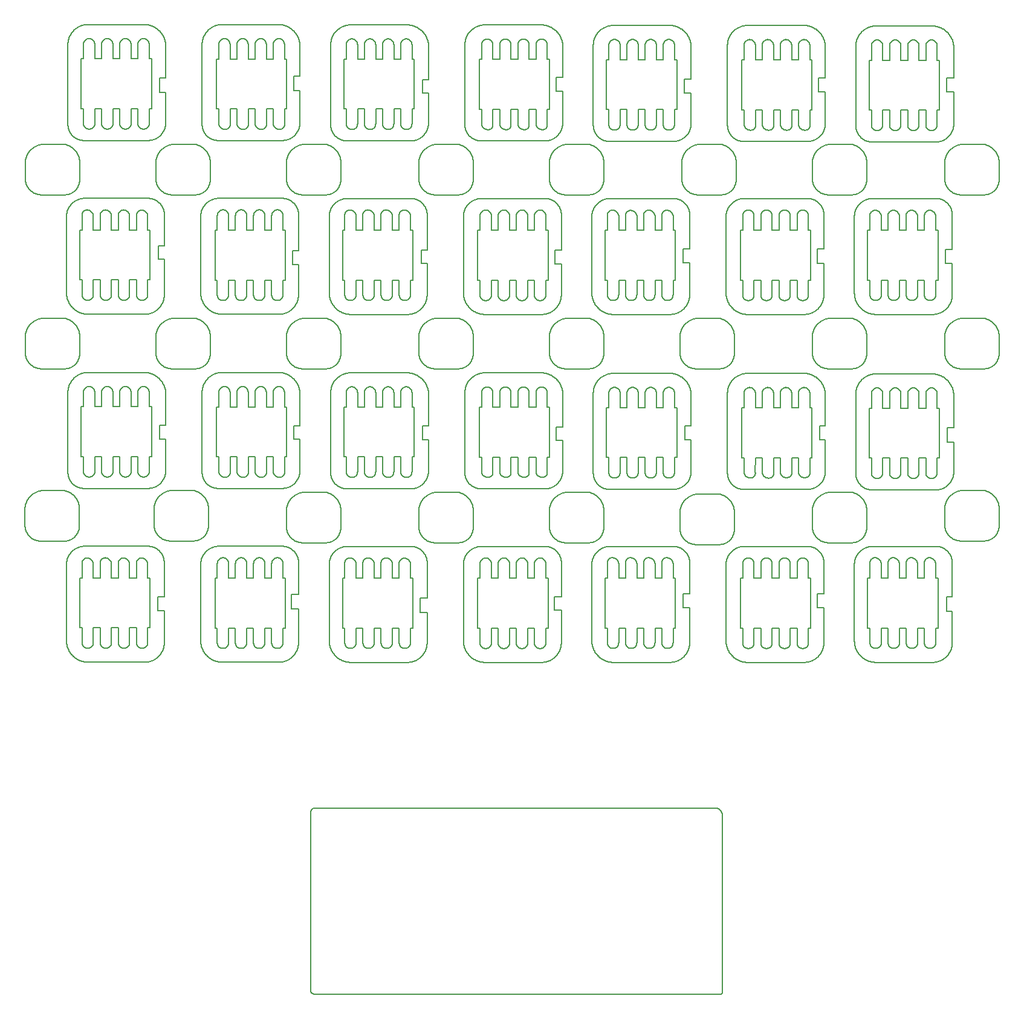
<source format=gbr>
G04 EAGLE Gerber RS-274X export*
G75*
%MOMM*%
%FSLAX34Y34*%
%LPD*%
%INStiffener_Bot*%
%IPPOS*%
%AMOC8*
5,1,8,0,0,1.08239X$1,22.5*%
G01*
%ADD10C,0.152400*%
%ADD11C,0.203200*%


D10*
X522415Y245047D02*
X519240Y245047D01*
X503365Y245047D02*
X493840Y245047D01*
X477965Y245047D02*
X468440Y245047D01*
X452565Y245047D02*
X443040Y245047D01*
X427165Y245047D02*
X423990Y245047D01*
X423990Y314897D01*
X427165Y314897D01*
X443040Y314897D02*
X452565Y314897D01*
X468440Y314897D02*
X477965Y314897D01*
X493840Y314897D02*
X503365Y314897D01*
X519240Y314897D02*
X522415Y314897D01*
X522415Y245047D01*
X519240Y335534D02*
X519238Y335726D01*
X519231Y335918D01*
X519219Y336109D01*
X519203Y336300D01*
X519182Y336491D01*
X519157Y336681D01*
X519127Y336870D01*
X519092Y337059D01*
X519053Y337247D01*
X519009Y337434D01*
X518961Y337619D01*
X518909Y337804D01*
X518851Y337987D01*
X518790Y338169D01*
X518724Y338349D01*
X518654Y338527D01*
X518579Y338704D01*
X518501Y338879D01*
X518418Y339052D01*
X518331Y339223D01*
X518240Y339392D01*
X518144Y339558D01*
X518045Y339722D01*
X517942Y339884D01*
X517835Y340043D01*
X517724Y340200D01*
X517609Y340354D01*
X517491Y340505D01*
X517369Y340653D01*
X517244Y340798D01*
X517115Y340940D01*
X516982Y341079D01*
X516847Y341214D01*
X516708Y341347D01*
X516566Y341476D01*
X516421Y341601D01*
X516273Y341723D01*
X516122Y341841D01*
X515968Y341956D01*
X515811Y342067D01*
X515652Y342174D01*
X515490Y342277D01*
X515326Y342376D01*
X515160Y342472D01*
X514991Y342563D01*
X514820Y342650D01*
X514647Y342733D01*
X514472Y342811D01*
X514295Y342886D01*
X514117Y342956D01*
X513937Y343022D01*
X513755Y343083D01*
X513572Y343141D01*
X513387Y343193D01*
X513202Y343241D01*
X513015Y343285D01*
X512827Y343324D01*
X512638Y343359D01*
X512449Y343389D01*
X512259Y343414D01*
X512068Y343435D01*
X511877Y343451D01*
X511686Y343463D01*
X511494Y343470D01*
X511302Y343472D01*
X519240Y335534D02*
X519240Y314897D01*
X503364Y335534D02*
X503366Y335726D01*
X503373Y335918D01*
X503385Y336109D01*
X503401Y336300D01*
X503422Y336491D01*
X503447Y336681D01*
X503477Y336870D01*
X503512Y337059D01*
X503551Y337247D01*
X503595Y337434D01*
X503643Y337619D01*
X503695Y337804D01*
X503753Y337987D01*
X503814Y338169D01*
X503880Y338349D01*
X503950Y338527D01*
X504025Y338704D01*
X504103Y338879D01*
X504186Y339052D01*
X504273Y339223D01*
X504364Y339392D01*
X504460Y339558D01*
X504559Y339722D01*
X504662Y339884D01*
X504769Y340043D01*
X504880Y340200D01*
X504995Y340354D01*
X505113Y340505D01*
X505235Y340653D01*
X505360Y340798D01*
X505489Y340940D01*
X505622Y341079D01*
X505757Y341214D01*
X505896Y341347D01*
X506038Y341476D01*
X506183Y341601D01*
X506331Y341723D01*
X506482Y341841D01*
X506636Y341956D01*
X506793Y342067D01*
X506952Y342174D01*
X507114Y342277D01*
X507278Y342376D01*
X507444Y342472D01*
X507613Y342563D01*
X507784Y342650D01*
X507957Y342733D01*
X508132Y342811D01*
X508309Y342886D01*
X508487Y342956D01*
X508667Y343022D01*
X508849Y343083D01*
X509032Y343141D01*
X509217Y343193D01*
X509402Y343241D01*
X509589Y343285D01*
X509777Y343324D01*
X509966Y343359D01*
X510155Y343389D01*
X510345Y343414D01*
X510536Y343435D01*
X510727Y343451D01*
X510918Y343463D01*
X511110Y343470D01*
X511302Y343472D01*
X503365Y335534D02*
X503365Y314897D01*
X493840Y335534D02*
X493838Y335726D01*
X493831Y335918D01*
X493819Y336109D01*
X493803Y336300D01*
X493782Y336491D01*
X493757Y336681D01*
X493727Y336870D01*
X493692Y337059D01*
X493653Y337247D01*
X493609Y337434D01*
X493561Y337619D01*
X493509Y337804D01*
X493451Y337987D01*
X493390Y338169D01*
X493324Y338349D01*
X493254Y338527D01*
X493179Y338704D01*
X493101Y338879D01*
X493018Y339052D01*
X492931Y339223D01*
X492840Y339392D01*
X492744Y339558D01*
X492645Y339722D01*
X492542Y339884D01*
X492435Y340043D01*
X492324Y340200D01*
X492209Y340354D01*
X492091Y340505D01*
X491969Y340653D01*
X491844Y340798D01*
X491715Y340940D01*
X491582Y341079D01*
X491447Y341214D01*
X491308Y341347D01*
X491166Y341476D01*
X491021Y341601D01*
X490873Y341723D01*
X490722Y341841D01*
X490568Y341956D01*
X490411Y342067D01*
X490252Y342174D01*
X490090Y342277D01*
X489926Y342376D01*
X489760Y342472D01*
X489591Y342563D01*
X489420Y342650D01*
X489247Y342733D01*
X489072Y342811D01*
X488895Y342886D01*
X488717Y342956D01*
X488537Y343022D01*
X488355Y343083D01*
X488172Y343141D01*
X487987Y343193D01*
X487802Y343241D01*
X487615Y343285D01*
X487427Y343324D01*
X487238Y343359D01*
X487049Y343389D01*
X486859Y343414D01*
X486668Y343435D01*
X486477Y343451D01*
X486286Y343463D01*
X486094Y343470D01*
X485902Y343472D01*
X493840Y335534D02*
X493840Y314897D01*
X477964Y335534D02*
X477966Y335726D01*
X477973Y335918D01*
X477985Y336109D01*
X478001Y336300D01*
X478022Y336491D01*
X478047Y336681D01*
X478077Y336870D01*
X478112Y337059D01*
X478151Y337247D01*
X478195Y337434D01*
X478243Y337619D01*
X478295Y337804D01*
X478353Y337987D01*
X478414Y338169D01*
X478480Y338349D01*
X478550Y338527D01*
X478625Y338704D01*
X478703Y338879D01*
X478786Y339052D01*
X478873Y339223D01*
X478964Y339392D01*
X479060Y339558D01*
X479159Y339722D01*
X479262Y339884D01*
X479369Y340043D01*
X479480Y340200D01*
X479595Y340354D01*
X479713Y340505D01*
X479835Y340653D01*
X479960Y340798D01*
X480089Y340940D01*
X480222Y341079D01*
X480357Y341214D01*
X480496Y341347D01*
X480638Y341476D01*
X480783Y341601D01*
X480931Y341723D01*
X481082Y341841D01*
X481236Y341956D01*
X481393Y342067D01*
X481552Y342174D01*
X481714Y342277D01*
X481878Y342376D01*
X482044Y342472D01*
X482213Y342563D01*
X482384Y342650D01*
X482557Y342733D01*
X482732Y342811D01*
X482909Y342886D01*
X483087Y342956D01*
X483267Y343022D01*
X483449Y343083D01*
X483632Y343141D01*
X483817Y343193D01*
X484002Y343241D01*
X484189Y343285D01*
X484377Y343324D01*
X484566Y343359D01*
X484755Y343389D01*
X484945Y343414D01*
X485136Y343435D01*
X485327Y343451D01*
X485518Y343463D01*
X485710Y343470D01*
X485902Y343472D01*
X477965Y335534D02*
X477965Y314897D01*
X468440Y335534D02*
X468438Y335726D01*
X468431Y335918D01*
X468419Y336109D01*
X468403Y336300D01*
X468382Y336491D01*
X468357Y336681D01*
X468327Y336870D01*
X468292Y337059D01*
X468253Y337247D01*
X468209Y337434D01*
X468161Y337619D01*
X468109Y337804D01*
X468051Y337987D01*
X467990Y338169D01*
X467924Y338349D01*
X467854Y338527D01*
X467779Y338704D01*
X467701Y338879D01*
X467618Y339052D01*
X467531Y339223D01*
X467440Y339392D01*
X467344Y339558D01*
X467245Y339722D01*
X467142Y339884D01*
X467035Y340043D01*
X466924Y340200D01*
X466809Y340354D01*
X466691Y340505D01*
X466569Y340653D01*
X466444Y340798D01*
X466315Y340940D01*
X466182Y341079D01*
X466047Y341214D01*
X465908Y341347D01*
X465766Y341476D01*
X465621Y341601D01*
X465473Y341723D01*
X465322Y341841D01*
X465168Y341956D01*
X465011Y342067D01*
X464852Y342174D01*
X464690Y342277D01*
X464526Y342376D01*
X464360Y342472D01*
X464191Y342563D01*
X464020Y342650D01*
X463847Y342733D01*
X463672Y342811D01*
X463495Y342886D01*
X463317Y342956D01*
X463137Y343022D01*
X462955Y343083D01*
X462772Y343141D01*
X462587Y343193D01*
X462402Y343241D01*
X462215Y343285D01*
X462027Y343324D01*
X461838Y343359D01*
X461649Y343389D01*
X461459Y343414D01*
X461268Y343435D01*
X461077Y343451D01*
X460886Y343463D01*
X460694Y343470D01*
X460502Y343472D01*
X468440Y335534D02*
X468440Y314897D01*
X452564Y335534D02*
X452566Y335726D01*
X452573Y335918D01*
X452585Y336109D01*
X452601Y336300D01*
X452622Y336491D01*
X452647Y336681D01*
X452677Y336870D01*
X452712Y337059D01*
X452751Y337247D01*
X452795Y337434D01*
X452843Y337619D01*
X452895Y337804D01*
X452953Y337987D01*
X453014Y338169D01*
X453080Y338349D01*
X453150Y338527D01*
X453225Y338704D01*
X453303Y338879D01*
X453386Y339052D01*
X453473Y339223D01*
X453564Y339392D01*
X453660Y339558D01*
X453759Y339722D01*
X453862Y339884D01*
X453969Y340043D01*
X454080Y340200D01*
X454195Y340354D01*
X454313Y340505D01*
X454435Y340653D01*
X454560Y340798D01*
X454689Y340940D01*
X454822Y341079D01*
X454957Y341214D01*
X455096Y341347D01*
X455238Y341476D01*
X455383Y341601D01*
X455531Y341723D01*
X455682Y341841D01*
X455836Y341956D01*
X455993Y342067D01*
X456152Y342174D01*
X456314Y342277D01*
X456478Y342376D01*
X456644Y342472D01*
X456813Y342563D01*
X456984Y342650D01*
X457157Y342733D01*
X457332Y342811D01*
X457509Y342886D01*
X457687Y342956D01*
X457867Y343022D01*
X458049Y343083D01*
X458232Y343141D01*
X458417Y343193D01*
X458602Y343241D01*
X458789Y343285D01*
X458977Y343324D01*
X459166Y343359D01*
X459355Y343389D01*
X459545Y343414D01*
X459736Y343435D01*
X459927Y343451D01*
X460118Y343463D01*
X460310Y343470D01*
X460502Y343472D01*
X452565Y335534D02*
X452565Y314897D01*
X443040Y335534D02*
X443038Y335726D01*
X443031Y335918D01*
X443019Y336109D01*
X443003Y336300D01*
X442982Y336491D01*
X442957Y336681D01*
X442927Y336870D01*
X442892Y337059D01*
X442853Y337247D01*
X442809Y337434D01*
X442761Y337619D01*
X442709Y337804D01*
X442651Y337987D01*
X442590Y338169D01*
X442524Y338349D01*
X442454Y338527D01*
X442379Y338704D01*
X442301Y338879D01*
X442218Y339052D01*
X442131Y339223D01*
X442040Y339392D01*
X441944Y339558D01*
X441845Y339722D01*
X441742Y339884D01*
X441635Y340043D01*
X441524Y340200D01*
X441409Y340354D01*
X441291Y340505D01*
X441169Y340653D01*
X441044Y340798D01*
X440915Y340940D01*
X440782Y341079D01*
X440647Y341214D01*
X440508Y341347D01*
X440366Y341476D01*
X440221Y341601D01*
X440073Y341723D01*
X439922Y341841D01*
X439768Y341956D01*
X439611Y342067D01*
X439452Y342174D01*
X439290Y342277D01*
X439126Y342376D01*
X438960Y342472D01*
X438791Y342563D01*
X438620Y342650D01*
X438447Y342733D01*
X438272Y342811D01*
X438095Y342886D01*
X437917Y342956D01*
X437737Y343022D01*
X437555Y343083D01*
X437372Y343141D01*
X437187Y343193D01*
X437002Y343241D01*
X436815Y343285D01*
X436627Y343324D01*
X436438Y343359D01*
X436249Y343389D01*
X436059Y343414D01*
X435868Y343435D01*
X435677Y343451D01*
X435486Y343463D01*
X435294Y343470D01*
X435102Y343472D01*
X443040Y335534D02*
X443040Y314897D01*
X427164Y335534D02*
X427166Y335726D01*
X427173Y335918D01*
X427185Y336109D01*
X427201Y336300D01*
X427222Y336491D01*
X427247Y336681D01*
X427277Y336870D01*
X427312Y337059D01*
X427351Y337247D01*
X427395Y337434D01*
X427443Y337619D01*
X427495Y337804D01*
X427553Y337987D01*
X427614Y338169D01*
X427680Y338349D01*
X427750Y338527D01*
X427825Y338704D01*
X427903Y338879D01*
X427986Y339052D01*
X428073Y339223D01*
X428164Y339392D01*
X428260Y339558D01*
X428359Y339722D01*
X428462Y339884D01*
X428569Y340043D01*
X428680Y340200D01*
X428795Y340354D01*
X428913Y340505D01*
X429035Y340653D01*
X429160Y340798D01*
X429289Y340940D01*
X429422Y341079D01*
X429557Y341214D01*
X429696Y341347D01*
X429838Y341476D01*
X429983Y341601D01*
X430131Y341723D01*
X430282Y341841D01*
X430436Y341956D01*
X430593Y342067D01*
X430752Y342174D01*
X430914Y342277D01*
X431078Y342376D01*
X431244Y342472D01*
X431413Y342563D01*
X431584Y342650D01*
X431757Y342733D01*
X431932Y342811D01*
X432109Y342886D01*
X432287Y342956D01*
X432467Y343022D01*
X432649Y343083D01*
X432832Y343141D01*
X433017Y343193D01*
X433202Y343241D01*
X433389Y343285D01*
X433577Y343324D01*
X433766Y343359D01*
X433955Y343389D01*
X434145Y343414D01*
X434336Y343435D01*
X434527Y343451D01*
X434718Y343463D01*
X434910Y343470D01*
X435102Y343472D01*
X427165Y335534D02*
X427165Y314897D01*
X427165Y224409D02*
X427195Y224190D01*
X427230Y223972D01*
X427271Y223754D01*
X427317Y223538D01*
X427369Y223323D01*
X427425Y223109D01*
X427487Y222897D01*
X427553Y222686D01*
X427625Y222477D01*
X427702Y222269D01*
X427784Y222064D01*
X427871Y221860D01*
X427962Y221659D01*
X428059Y221460D01*
X428160Y221263D01*
X428266Y221069D01*
X428377Y220878D01*
X428492Y220689D01*
X428612Y220503D01*
X428736Y220320D01*
X428865Y220140D01*
X428997Y219963D01*
X429135Y219790D01*
X429276Y219620D01*
X429421Y219453D01*
X429571Y219290D01*
X429724Y219131D01*
X429881Y218975D01*
X430042Y218823D01*
X430206Y218675D01*
X430374Y218531D01*
X430545Y218391D01*
X430720Y218256D01*
X430898Y218124D01*
X431079Y217997D01*
X431263Y217875D01*
X431450Y217757D01*
X431640Y217643D01*
X431832Y217534D01*
X432027Y217430D01*
X432225Y217330D01*
X432425Y217235D01*
X432627Y217146D01*
X432831Y217061D01*
X433037Y216981D01*
X433245Y216906D01*
X433455Y216836D01*
X433667Y216771D01*
X433879Y216711D01*
X434094Y216656D01*
X434309Y216607D01*
X434526Y216563D01*
X434744Y216524D01*
X434962Y216490D01*
X435182Y216462D01*
X435402Y216439D01*
X435622Y216421D01*
X435843Y216409D01*
X436064Y216402D01*
X436285Y216400D01*
X436506Y216404D01*
X436727Y216413D01*
X436948Y216427D01*
X437168Y216447D01*
X437388Y216472D01*
X427165Y224409D02*
X427165Y245047D01*
X443040Y224409D02*
X443065Y224244D01*
X443087Y224079D01*
X443104Y223914D01*
X443118Y223748D01*
X443128Y223582D01*
X443133Y223415D01*
X443135Y223249D01*
X443133Y223082D01*
X443126Y222916D01*
X443116Y222750D01*
X443101Y222584D01*
X443083Y222418D01*
X443060Y222253D01*
X443034Y222089D01*
X443003Y221925D01*
X442969Y221762D01*
X442931Y221600D01*
X442888Y221439D01*
X442842Y221279D01*
X442792Y221121D01*
X442739Y220963D01*
X442681Y220807D01*
X442620Y220652D01*
X442555Y220499D01*
X442486Y220347D01*
X442414Y220197D01*
X442338Y220049D01*
X442258Y219903D01*
X442175Y219758D01*
X442089Y219616D01*
X441999Y219476D01*
X441906Y219338D01*
X441809Y219202D01*
X441709Y219069D01*
X441606Y218938D01*
X441500Y218810D01*
X441391Y218684D01*
X441279Y218561D01*
X441163Y218441D01*
X441045Y218324D01*
X440925Y218209D01*
X440801Y218097D01*
X440675Y217989D01*
X440546Y217883D01*
X440415Y217781D01*
X440281Y217682D01*
X440145Y217586D01*
X440006Y217493D01*
X439866Y217404D01*
X439723Y217318D01*
X439578Y217236D01*
X439432Y217157D01*
X439283Y217082D01*
X439133Y217010D01*
X438981Y216942D01*
X438827Y216878D01*
X438672Y216818D01*
X438516Y216761D01*
X438358Y216708D01*
X438199Y216659D01*
X438038Y216614D01*
X437877Y216572D01*
X437715Y216535D01*
X437552Y216501D01*
X437388Y216471D01*
X443040Y224409D02*
X443040Y245047D01*
X452565Y224409D02*
X452595Y224190D01*
X452630Y223972D01*
X452671Y223754D01*
X452717Y223538D01*
X452769Y223323D01*
X452825Y223109D01*
X452887Y222897D01*
X452953Y222686D01*
X453025Y222477D01*
X453102Y222269D01*
X453184Y222064D01*
X453271Y221860D01*
X453362Y221659D01*
X453459Y221460D01*
X453560Y221263D01*
X453666Y221069D01*
X453777Y220878D01*
X453892Y220689D01*
X454012Y220503D01*
X454136Y220320D01*
X454265Y220140D01*
X454397Y219963D01*
X454535Y219790D01*
X454676Y219620D01*
X454821Y219453D01*
X454971Y219290D01*
X455124Y219131D01*
X455281Y218975D01*
X455442Y218823D01*
X455606Y218675D01*
X455774Y218531D01*
X455945Y218391D01*
X456120Y218256D01*
X456298Y218124D01*
X456479Y217997D01*
X456663Y217875D01*
X456850Y217757D01*
X457040Y217643D01*
X457232Y217534D01*
X457427Y217430D01*
X457625Y217330D01*
X457825Y217235D01*
X458027Y217146D01*
X458231Y217061D01*
X458437Y216981D01*
X458645Y216906D01*
X458855Y216836D01*
X459067Y216771D01*
X459279Y216711D01*
X459494Y216656D01*
X459709Y216607D01*
X459926Y216563D01*
X460144Y216524D01*
X460362Y216490D01*
X460582Y216462D01*
X460802Y216439D01*
X461022Y216421D01*
X461243Y216409D01*
X461464Y216402D01*
X461685Y216400D01*
X461906Y216404D01*
X462127Y216413D01*
X462348Y216427D01*
X462568Y216447D01*
X462788Y216472D01*
X452565Y224409D02*
X452565Y245047D01*
X468440Y224409D02*
X468465Y224244D01*
X468487Y224079D01*
X468504Y223914D01*
X468518Y223748D01*
X468528Y223582D01*
X468533Y223415D01*
X468535Y223249D01*
X468533Y223082D01*
X468526Y222916D01*
X468516Y222750D01*
X468501Y222584D01*
X468483Y222418D01*
X468460Y222253D01*
X468434Y222089D01*
X468403Y221925D01*
X468369Y221762D01*
X468331Y221600D01*
X468288Y221439D01*
X468242Y221279D01*
X468192Y221121D01*
X468139Y220963D01*
X468081Y220807D01*
X468020Y220652D01*
X467955Y220499D01*
X467886Y220347D01*
X467814Y220197D01*
X467738Y220049D01*
X467658Y219903D01*
X467575Y219758D01*
X467489Y219616D01*
X467399Y219476D01*
X467306Y219338D01*
X467209Y219202D01*
X467109Y219069D01*
X467006Y218938D01*
X466900Y218810D01*
X466791Y218684D01*
X466679Y218561D01*
X466563Y218441D01*
X466445Y218324D01*
X466325Y218209D01*
X466201Y218097D01*
X466075Y217989D01*
X465946Y217883D01*
X465815Y217781D01*
X465681Y217682D01*
X465545Y217586D01*
X465406Y217493D01*
X465266Y217404D01*
X465123Y217318D01*
X464978Y217236D01*
X464832Y217157D01*
X464683Y217082D01*
X464533Y217010D01*
X464381Y216942D01*
X464227Y216878D01*
X464072Y216818D01*
X463916Y216761D01*
X463758Y216708D01*
X463599Y216659D01*
X463438Y216614D01*
X463277Y216572D01*
X463115Y216535D01*
X462952Y216501D01*
X462788Y216471D01*
X468440Y224409D02*
X468440Y245047D01*
X477965Y224409D02*
X477995Y224190D01*
X478030Y223972D01*
X478071Y223754D01*
X478117Y223538D01*
X478169Y223323D01*
X478225Y223109D01*
X478287Y222897D01*
X478353Y222686D01*
X478425Y222477D01*
X478502Y222269D01*
X478584Y222064D01*
X478671Y221860D01*
X478762Y221659D01*
X478859Y221460D01*
X478960Y221263D01*
X479066Y221069D01*
X479177Y220878D01*
X479292Y220689D01*
X479412Y220503D01*
X479536Y220320D01*
X479665Y220140D01*
X479797Y219963D01*
X479935Y219790D01*
X480076Y219620D01*
X480221Y219453D01*
X480371Y219290D01*
X480524Y219131D01*
X480681Y218975D01*
X480842Y218823D01*
X481006Y218675D01*
X481174Y218531D01*
X481345Y218391D01*
X481520Y218256D01*
X481698Y218124D01*
X481879Y217997D01*
X482063Y217875D01*
X482250Y217757D01*
X482440Y217643D01*
X482632Y217534D01*
X482827Y217430D01*
X483025Y217330D01*
X483225Y217235D01*
X483427Y217146D01*
X483631Y217061D01*
X483837Y216981D01*
X484045Y216906D01*
X484255Y216836D01*
X484467Y216771D01*
X484679Y216711D01*
X484894Y216656D01*
X485109Y216607D01*
X485326Y216563D01*
X485544Y216524D01*
X485762Y216490D01*
X485982Y216462D01*
X486202Y216439D01*
X486422Y216421D01*
X486643Y216409D01*
X486864Y216402D01*
X487085Y216400D01*
X487306Y216404D01*
X487527Y216413D01*
X487748Y216427D01*
X487968Y216447D01*
X488188Y216472D01*
X477965Y224409D02*
X477965Y245047D01*
X493840Y224409D02*
X493865Y224244D01*
X493887Y224079D01*
X493904Y223914D01*
X493918Y223748D01*
X493928Y223582D01*
X493933Y223415D01*
X493935Y223249D01*
X493933Y223082D01*
X493926Y222916D01*
X493916Y222750D01*
X493901Y222584D01*
X493883Y222418D01*
X493860Y222253D01*
X493834Y222089D01*
X493803Y221925D01*
X493769Y221762D01*
X493731Y221600D01*
X493688Y221439D01*
X493642Y221279D01*
X493592Y221121D01*
X493539Y220963D01*
X493481Y220807D01*
X493420Y220652D01*
X493355Y220499D01*
X493286Y220347D01*
X493214Y220197D01*
X493138Y220049D01*
X493058Y219903D01*
X492975Y219758D01*
X492889Y219616D01*
X492799Y219476D01*
X492706Y219338D01*
X492609Y219202D01*
X492509Y219069D01*
X492406Y218938D01*
X492300Y218810D01*
X492191Y218684D01*
X492079Y218561D01*
X491963Y218441D01*
X491845Y218324D01*
X491725Y218209D01*
X491601Y218097D01*
X491475Y217989D01*
X491346Y217883D01*
X491215Y217781D01*
X491081Y217682D01*
X490945Y217586D01*
X490806Y217493D01*
X490666Y217404D01*
X490523Y217318D01*
X490378Y217236D01*
X490232Y217157D01*
X490083Y217082D01*
X489933Y217010D01*
X489781Y216942D01*
X489627Y216878D01*
X489472Y216818D01*
X489316Y216761D01*
X489158Y216708D01*
X488999Y216659D01*
X488838Y216614D01*
X488677Y216572D01*
X488515Y216535D01*
X488352Y216501D01*
X488188Y216471D01*
X493840Y224409D02*
X493840Y245047D01*
X503365Y224409D02*
X503395Y224190D01*
X503430Y223972D01*
X503471Y223754D01*
X503517Y223538D01*
X503569Y223323D01*
X503625Y223109D01*
X503687Y222897D01*
X503753Y222686D01*
X503825Y222477D01*
X503902Y222269D01*
X503984Y222064D01*
X504071Y221860D01*
X504162Y221659D01*
X504259Y221460D01*
X504360Y221263D01*
X504466Y221069D01*
X504577Y220878D01*
X504692Y220689D01*
X504812Y220503D01*
X504936Y220320D01*
X505065Y220140D01*
X505197Y219963D01*
X505335Y219790D01*
X505476Y219620D01*
X505621Y219453D01*
X505771Y219290D01*
X505924Y219131D01*
X506081Y218975D01*
X506242Y218823D01*
X506406Y218675D01*
X506574Y218531D01*
X506745Y218391D01*
X506920Y218256D01*
X507098Y218124D01*
X507279Y217997D01*
X507463Y217875D01*
X507650Y217757D01*
X507840Y217643D01*
X508032Y217534D01*
X508227Y217430D01*
X508425Y217330D01*
X508625Y217235D01*
X508827Y217146D01*
X509031Y217061D01*
X509237Y216981D01*
X509445Y216906D01*
X509655Y216836D01*
X509867Y216771D01*
X510079Y216711D01*
X510294Y216656D01*
X510509Y216607D01*
X510726Y216563D01*
X510944Y216524D01*
X511162Y216490D01*
X511382Y216462D01*
X511602Y216439D01*
X511822Y216421D01*
X512043Y216409D01*
X512264Y216402D01*
X512485Y216400D01*
X512706Y216404D01*
X512927Y216413D01*
X513148Y216427D01*
X513368Y216447D01*
X513588Y216472D01*
X503365Y224409D02*
X503365Y245047D01*
X519240Y224409D02*
X519265Y224244D01*
X519287Y224079D01*
X519304Y223914D01*
X519318Y223748D01*
X519328Y223582D01*
X519333Y223415D01*
X519335Y223249D01*
X519333Y223082D01*
X519326Y222916D01*
X519316Y222750D01*
X519301Y222584D01*
X519283Y222418D01*
X519260Y222253D01*
X519234Y222089D01*
X519203Y221925D01*
X519169Y221762D01*
X519131Y221600D01*
X519088Y221439D01*
X519042Y221279D01*
X518992Y221121D01*
X518939Y220963D01*
X518881Y220807D01*
X518820Y220652D01*
X518755Y220499D01*
X518686Y220347D01*
X518614Y220197D01*
X518538Y220049D01*
X518458Y219903D01*
X518375Y219758D01*
X518289Y219616D01*
X518199Y219476D01*
X518106Y219338D01*
X518009Y219202D01*
X517909Y219069D01*
X517806Y218938D01*
X517700Y218810D01*
X517591Y218684D01*
X517479Y218561D01*
X517363Y218441D01*
X517245Y218324D01*
X517125Y218209D01*
X517001Y218097D01*
X516875Y217989D01*
X516746Y217883D01*
X516615Y217781D01*
X516481Y217682D01*
X516345Y217586D01*
X516206Y217493D01*
X516066Y217404D01*
X515923Y217318D01*
X515778Y217236D01*
X515632Y217157D01*
X515483Y217082D01*
X515333Y217010D01*
X515181Y216942D01*
X515027Y216878D01*
X514872Y216818D01*
X514716Y216761D01*
X514558Y216708D01*
X514399Y216659D01*
X514238Y216614D01*
X514077Y216572D01*
X513915Y216535D01*
X513752Y216501D01*
X513588Y216471D01*
X519240Y224409D02*
X519240Y245047D01*
X332931Y245301D02*
X329756Y245301D01*
X313881Y245301D02*
X304356Y245301D01*
X288481Y245301D02*
X278956Y245301D01*
X263081Y245301D02*
X253556Y245301D01*
X237681Y245301D02*
X234506Y245301D01*
X234506Y315151D01*
X237681Y315151D01*
X253556Y315151D02*
X263081Y315151D01*
X278956Y315151D02*
X288481Y315151D01*
X304356Y315151D02*
X313881Y315151D01*
X329756Y315151D02*
X332931Y315151D01*
X332931Y245301D01*
X329756Y335788D02*
X329754Y335980D01*
X329747Y336172D01*
X329735Y336363D01*
X329719Y336554D01*
X329698Y336745D01*
X329673Y336935D01*
X329643Y337124D01*
X329608Y337313D01*
X329569Y337501D01*
X329525Y337688D01*
X329477Y337873D01*
X329425Y338058D01*
X329367Y338241D01*
X329306Y338423D01*
X329240Y338603D01*
X329170Y338781D01*
X329095Y338958D01*
X329017Y339133D01*
X328934Y339306D01*
X328847Y339477D01*
X328756Y339646D01*
X328660Y339812D01*
X328561Y339976D01*
X328458Y340138D01*
X328351Y340297D01*
X328240Y340454D01*
X328125Y340608D01*
X328007Y340759D01*
X327885Y340907D01*
X327760Y341052D01*
X327631Y341194D01*
X327498Y341333D01*
X327363Y341468D01*
X327224Y341601D01*
X327082Y341730D01*
X326937Y341855D01*
X326789Y341977D01*
X326638Y342095D01*
X326484Y342210D01*
X326327Y342321D01*
X326168Y342428D01*
X326006Y342531D01*
X325842Y342630D01*
X325676Y342726D01*
X325507Y342817D01*
X325336Y342904D01*
X325163Y342987D01*
X324988Y343065D01*
X324811Y343140D01*
X324633Y343210D01*
X324453Y343276D01*
X324271Y343337D01*
X324088Y343395D01*
X323903Y343447D01*
X323718Y343495D01*
X323531Y343539D01*
X323343Y343578D01*
X323154Y343613D01*
X322965Y343643D01*
X322775Y343668D01*
X322584Y343689D01*
X322393Y343705D01*
X322202Y343717D01*
X322010Y343724D01*
X321818Y343726D01*
X329756Y335788D02*
X329756Y315151D01*
X313880Y335788D02*
X313882Y335980D01*
X313889Y336172D01*
X313901Y336363D01*
X313917Y336554D01*
X313938Y336745D01*
X313963Y336935D01*
X313993Y337124D01*
X314028Y337313D01*
X314067Y337501D01*
X314111Y337688D01*
X314159Y337873D01*
X314211Y338058D01*
X314269Y338241D01*
X314330Y338423D01*
X314396Y338603D01*
X314466Y338781D01*
X314541Y338958D01*
X314619Y339133D01*
X314702Y339306D01*
X314789Y339477D01*
X314880Y339646D01*
X314976Y339812D01*
X315075Y339976D01*
X315178Y340138D01*
X315285Y340297D01*
X315396Y340454D01*
X315511Y340608D01*
X315629Y340759D01*
X315751Y340907D01*
X315876Y341052D01*
X316005Y341194D01*
X316138Y341333D01*
X316273Y341468D01*
X316412Y341601D01*
X316554Y341730D01*
X316699Y341855D01*
X316847Y341977D01*
X316998Y342095D01*
X317152Y342210D01*
X317309Y342321D01*
X317468Y342428D01*
X317630Y342531D01*
X317794Y342630D01*
X317960Y342726D01*
X318129Y342817D01*
X318300Y342904D01*
X318473Y342987D01*
X318648Y343065D01*
X318825Y343140D01*
X319003Y343210D01*
X319183Y343276D01*
X319365Y343337D01*
X319548Y343395D01*
X319733Y343447D01*
X319918Y343495D01*
X320105Y343539D01*
X320293Y343578D01*
X320482Y343613D01*
X320671Y343643D01*
X320861Y343668D01*
X321052Y343689D01*
X321243Y343705D01*
X321434Y343717D01*
X321626Y343724D01*
X321818Y343726D01*
X313881Y335788D02*
X313881Y315151D01*
X304356Y335788D02*
X304354Y335980D01*
X304347Y336172D01*
X304335Y336363D01*
X304319Y336554D01*
X304298Y336745D01*
X304273Y336935D01*
X304243Y337124D01*
X304208Y337313D01*
X304169Y337501D01*
X304125Y337688D01*
X304077Y337873D01*
X304025Y338058D01*
X303967Y338241D01*
X303906Y338423D01*
X303840Y338603D01*
X303770Y338781D01*
X303695Y338958D01*
X303617Y339133D01*
X303534Y339306D01*
X303447Y339477D01*
X303356Y339646D01*
X303260Y339812D01*
X303161Y339976D01*
X303058Y340138D01*
X302951Y340297D01*
X302840Y340454D01*
X302725Y340608D01*
X302607Y340759D01*
X302485Y340907D01*
X302360Y341052D01*
X302231Y341194D01*
X302098Y341333D01*
X301963Y341468D01*
X301824Y341601D01*
X301682Y341730D01*
X301537Y341855D01*
X301389Y341977D01*
X301238Y342095D01*
X301084Y342210D01*
X300927Y342321D01*
X300768Y342428D01*
X300606Y342531D01*
X300442Y342630D01*
X300276Y342726D01*
X300107Y342817D01*
X299936Y342904D01*
X299763Y342987D01*
X299588Y343065D01*
X299411Y343140D01*
X299233Y343210D01*
X299053Y343276D01*
X298871Y343337D01*
X298688Y343395D01*
X298503Y343447D01*
X298318Y343495D01*
X298131Y343539D01*
X297943Y343578D01*
X297754Y343613D01*
X297565Y343643D01*
X297375Y343668D01*
X297184Y343689D01*
X296993Y343705D01*
X296802Y343717D01*
X296610Y343724D01*
X296418Y343726D01*
X304356Y335788D02*
X304356Y315151D01*
X288480Y335788D02*
X288482Y335980D01*
X288489Y336172D01*
X288501Y336363D01*
X288517Y336554D01*
X288538Y336745D01*
X288563Y336935D01*
X288593Y337124D01*
X288628Y337313D01*
X288667Y337501D01*
X288711Y337688D01*
X288759Y337873D01*
X288811Y338058D01*
X288869Y338241D01*
X288930Y338423D01*
X288996Y338603D01*
X289066Y338781D01*
X289141Y338958D01*
X289219Y339133D01*
X289302Y339306D01*
X289389Y339477D01*
X289480Y339646D01*
X289576Y339812D01*
X289675Y339976D01*
X289778Y340138D01*
X289885Y340297D01*
X289996Y340454D01*
X290111Y340608D01*
X290229Y340759D01*
X290351Y340907D01*
X290476Y341052D01*
X290605Y341194D01*
X290738Y341333D01*
X290873Y341468D01*
X291012Y341601D01*
X291154Y341730D01*
X291299Y341855D01*
X291447Y341977D01*
X291598Y342095D01*
X291752Y342210D01*
X291909Y342321D01*
X292068Y342428D01*
X292230Y342531D01*
X292394Y342630D01*
X292560Y342726D01*
X292729Y342817D01*
X292900Y342904D01*
X293073Y342987D01*
X293248Y343065D01*
X293425Y343140D01*
X293603Y343210D01*
X293783Y343276D01*
X293965Y343337D01*
X294148Y343395D01*
X294333Y343447D01*
X294518Y343495D01*
X294705Y343539D01*
X294893Y343578D01*
X295082Y343613D01*
X295271Y343643D01*
X295461Y343668D01*
X295652Y343689D01*
X295843Y343705D01*
X296034Y343717D01*
X296226Y343724D01*
X296418Y343726D01*
X288481Y335788D02*
X288481Y315151D01*
X278956Y335788D02*
X278954Y335980D01*
X278947Y336172D01*
X278935Y336363D01*
X278919Y336554D01*
X278898Y336745D01*
X278873Y336935D01*
X278843Y337124D01*
X278808Y337313D01*
X278769Y337501D01*
X278725Y337688D01*
X278677Y337873D01*
X278625Y338058D01*
X278567Y338241D01*
X278506Y338423D01*
X278440Y338603D01*
X278370Y338781D01*
X278295Y338958D01*
X278217Y339133D01*
X278134Y339306D01*
X278047Y339477D01*
X277956Y339646D01*
X277860Y339812D01*
X277761Y339976D01*
X277658Y340138D01*
X277551Y340297D01*
X277440Y340454D01*
X277325Y340608D01*
X277207Y340759D01*
X277085Y340907D01*
X276960Y341052D01*
X276831Y341194D01*
X276698Y341333D01*
X276563Y341468D01*
X276424Y341601D01*
X276282Y341730D01*
X276137Y341855D01*
X275989Y341977D01*
X275838Y342095D01*
X275684Y342210D01*
X275527Y342321D01*
X275368Y342428D01*
X275206Y342531D01*
X275042Y342630D01*
X274876Y342726D01*
X274707Y342817D01*
X274536Y342904D01*
X274363Y342987D01*
X274188Y343065D01*
X274011Y343140D01*
X273833Y343210D01*
X273653Y343276D01*
X273471Y343337D01*
X273288Y343395D01*
X273103Y343447D01*
X272918Y343495D01*
X272731Y343539D01*
X272543Y343578D01*
X272354Y343613D01*
X272165Y343643D01*
X271975Y343668D01*
X271784Y343689D01*
X271593Y343705D01*
X271402Y343717D01*
X271210Y343724D01*
X271018Y343726D01*
X278956Y335788D02*
X278956Y315151D01*
X263080Y335788D02*
X263082Y335980D01*
X263089Y336172D01*
X263101Y336363D01*
X263117Y336554D01*
X263138Y336745D01*
X263163Y336935D01*
X263193Y337124D01*
X263228Y337313D01*
X263267Y337501D01*
X263311Y337688D01*
X263359Y337873D01*
X263411Y338058D01*
X263469Y338241D01*
X263530Y338423D01*
X263596Y338603D01*
X263666Y338781D01*
X263741Y338958D01*
X263819Y339133D01*
X263902Y339306D01*
X263989Y339477D01*
X264080Y339646D01*
X264176Y339812D01*
X264275Y339976D01*
X264378Y340138D01*
X264485Y340297D01*
X264596Y340454D01*
X264711Y340608D01*
X264829Y340759D01*
X264951Y340907D01*
X265076Y341052D01*
X265205Y341194D01*
X265338Y341333D01*
X265473Y341468D01*
X265612Y341601D01*
X265754Y341730D01*
X265899Y341855D01*
X266047Y341977D01*
X266198Y342095D01*
X266352Y342210D01*
X266509Y342321D01*
X266668Y342428D01*
X266830Y342531D01*
X266994Y342630D01*
X267160Y342726D01*
X267329Y342817D01*
X267500Y342904D01*
X267673Y342987D01*
X267848Y343065D01*
X268025Y343140D01*
X268203Y343210D01*
X268383Y343276D01*
X268565Y343337D01*
X268748Y343395D01*
X268933Y343447D01*
X269118Y343495D01*
X269305Y343539D01*
X269493Y343578D01*
X269682Y343613D01*
X269871Y343643D01*
X270061Y343668D01*
X270252Y343689D01*
X270443Y343705D01*
X270634Y343717D01*
X270826Y343724D01*
X271018Y343726D01*
X263081Y335788D02*
X263081Y315151D01*
X253556Y335788D02*
X253554Y335980D01*
X253547Y336172D01*
X253535Y336363D01*
X253519Y336554D01*
X253498Y336745D01*
X253473Y336935D01*
X253443Y337124D01*
X253408Y337313D01*
X253369Y337501D01*
X253325Y337688D01*
X253277Y337873D01*
X253225Y338058D01*
X253167Y338241D01*
X253106Y338423D01*
X253040Y338603D01*
X252970Y338781D01*
X252895Y338958D01*
X252817Y339133D01*
X252734Y339306D01*
X252647Y339477D01*
X252556Y339646D01*
X252460Y339812D01*
X252361Y339976D01*
X252258Y340138D01*
X252151Y340297D01*
X252040Y340454D01*
X251925Y340608D01*
X251807Y340759D01*
X251685Y340907D01*
X251560Y341052D01*
X251431Y341194D01*
X251298Y341333D01*
X251163Y341468D01*
X251024Y341601D01*
X250882Y341730D01*
X250737Y341855D01*
X250589Y341977D01*
X250438Y342095D01*
X250284Y342210D01*
X250127Y342321D01*
X249968Y342428D01*
X249806Y342531D01*
X249642Y342630D01*
X249476Y342726D01*
X249307Y342817D01*
X249136Y342904D01*
X248963Y342987D01*
X248788Y343065D01*
X248611Y343140D01*
X248433Y343210D01*
X248253Y343276D01*
X248071Y343337D01*
X247888Y343395D01*
X247703Y343447D01*
X247518Y343495D01*
X247331Y343539D01*
X247143Y343578D01*
X246954Y343613D01*
X246765Y343643D01*
X246575Y343668D01*
X246384Y343689D01*
X246193Y343705D01*
X246002Y343717D01*
X245810Y343724D01*
X245618Y343726D01*
X253556Y335788D02*
X253556Y315151D01*
X237680Y335788D02*
X237682Y335980D01*
X237689Y336172D01*
X237701Y336363D01*
X237717Y336554D01*
X237738Y336745D01*
X237763Y336935D01*
X237793Y337124D01*
X237828Y337313D01*
X237867Y337501D01*
X237911Y337688D01*
X237959Y337873D01*
X238011Y338058D01*
X238069Y338241D01*
X238130Y338423D01*
X238196Y338603D01*
X238266Y338781D01*
X238341Y338958D01*
X238419Y339133D01*
X238502Y339306D01*
X238589Y339477D01*
X238680Y339646D01*
X238776Y339812D01*
X238875Y339976D01*
X238978Y340138D01*
X239085Y340297D01*
X239196Y340454D01*
X239311Y340608D01*
X239429Y340759D01*
X239551Y340907D01*
X239676Y341052D01*
X239805Y341194D01*
X239938Y341333D01*
X240073Y341468D01*
X240212Y341601D01*
X240354Y341730D01*
X240499Y341855D01*
X240647Y341977D01*
X240798Y342095D01*
X240952Y342210D01*
X241109Y342321D01*
X241268Y342428D01*
X241430Y342531D01*
X241594Y342630D01*
X241760Y342726D01*
X241929Y342817D01*
X242100Y342904D01*
X242273Y342987D01*
X242448Y343065D01*
X242625Y343140D01*
X242803Y343210D01*
X242983Y343276D01*
X243165Y343337D01*
X243348Y343395D01*
X243533Y343447D01*
X243718Y343495D01*
X243905Y343539D01*
X244093Y343578D01*
X244282Y343613D01*
X244471Y343643D01*
X244661Y343668D01*
X244852Y343689D01*
X245043Y343705D01*
X245234Y343717D01*
X245426Y343724D01*
X245618Y343726D01*
X237681Y335788D02*
X237681Y315151D01*
X237680Y224663D02*
X237682Y224471D01*
X237689Y224279D01*
X237701Y224088D01*
X237717Y223897D01*
X237738Y223706D01*
X237763Y223516D01*
X237793Y223327D01*
X237828Y223138D01*
X237867Y222950D01*
X237911Y222763D01*
X237959Y222578D01*
X238011Y222393D01*
X238069Y222210D01*
X238130Y222028D01*
X238196Y221848D01*
X238266Y221670D01*
X238341Y221493D01*
X238419Y221318D01*
X238502Y221145D01*
X238589Y220974D01*
X238680Y220805D01*
X238776Y220639D01*
X238875Y220475D01*
X238978Y220313D01*
X239085Y220154D01*
X239196Y219997D01*
X239311Y219843D01*
X239429Y219692D01*
X239551Y219544D01*
X239676Y219399D01*
X239805Y219257D01*
X239938Y219118D01*
X240073Y218983D01*
X240212Y218850D01*
X240354Y218721D01*
X240499Y218596D01*
X240647Y218474D01*
X240798Y218356D01*
X240952Y218241D01*
X241109Y218130D01*
X241268Y218023D01*
X241430Y217920D01*
X241594Y217821D01*
X241760Y217725D01*
X241929Y217634D01*
X242100Y217547D01*
X242273Y217464D01*
X242448Y217386D01*
X242625Y217311D01*
X242803Y217241D01*
X242983Y217175D01*
X243165Y217114D01*
X243348Y217056D01*
X243533Y217004D01*
X243718Y216956D01*
X243905Y216912D01*
X244093Y216873D01*
X244282Y216838D01*
X244471Y216808D01*
X244661Y216783D01*
X244852Y216762D01*
X245043Y216746D01*
X245234Y216734D01*
X245426Y216727D01*
X245618Y216725D01*
X237681Y224663D02*
X237681Y245301D01*
X253556Y224663D02*
X253554Y224471D01*
X253547Y224279D01*
X253535Y224088D01*
X253519Y223897D01*
X253498Y223706D01*
X253473Y223516D01*
X253443Y223327D01*
X253408Y223138D01*
X253369Y222950D01*
X253325Y222763D01*
X253277Y222578D01*
X253225Y222393D01*
X253167Y222210D01*
X253106Y222028D01*
X253040Y221848D01*
X252970Y221670D01*
X252895Y221493D01*
X252817Y221318D01*
X252734Y221145D01*
X252647Y220974D01*
X252556Y220805D01*
X252460Y220639D01*
X252361Y220475D01*
X252258Y220313D01*
X252151Y220154D01*
X252040Y219997D01*
X251925Y219843D01*
X251807Y219692D01*
X251685Y219544D01*
X251560Y219399D01*
X251431Y219257D01*
X251298Y219118D01*
X251163Y218983D01*
X251024Y218850D01*
X250882Y218721D01*
X250737Y218596D01*
X250589Y218474D01*
X250438Y218356D01*
X250284Y218241D01*
X250127Y218130D01*
X249968Y218023D01*
X249806Y217920D01*
X249642Y217821D01*
X249476Y217725D01*
X249307Y217634D01*
X249136Y217547D01*
X248963Y217464D01*
X248788Y217386D01*
X248611Y217311D01*
X248433Y217241D01*
X248253Y217175D01*
X248071Y217114D01*
X247888Y217056D01*
X247703Y217004D01*
X247518Y216956D01*
X247331Y216912D01*
X247143Y216873D01*
X246954Y216838D01*
X246765Y216808D01*
X246575Y216783D01*
X246384Y216762D01*
X246193Y216746D01*
X246002Y216734D01*
X245810Y216727D01*
X245618Y216725D01*
X253556Y224663D02*
X253556Y245301D01*
X263080Y224663D02*
X263082Y224471D01*
X263089Y224279D01*
X263101Y224088D01*
X263117Y223897D01*
X263138Y223706D01*
X263163Y223516D01*
X263193Y223327D01*
X263228Y223138D01*
X263267Y222950D01*
X263311Y222763D01*
X263359Y222578D01*
X263411Y222393D01*
X263469Y222210D01*
X263530Y222028D01*
X263596Y221848D01*
X263666Y221670D01*
X263741Y221493D01*
X263819Y221318D01*
X263902Y221145D01*
X263989Y220974D01*
X264080Y220805D01*
X264176Y220639D01*
X264275Y220475D01*
X264378Y220313D01*
X264485Y220154D01*
X264596Y219997D01*
X264711Y219843D01*
X264829Y219692D01*
X264951Y219544D01*
X265076Y219399D01*
X265205Y219257D01*
X265338Y219118D01*
X265473Y218983D01*
X265612Y218850D01*
X265754Y218721D01*
X265899Y218596D01*
X266047Y218474D01*
X266198Y218356D01*
X266352Y218241D01*
X266509Y218130D01*
X266668Y218023D01*
X266830Y217920D01*
X266994Y217821D01*
X267160Y217725D01*
X267329Y217634D01*
X267500Y217547D01*
X267673Y217464D01*
X267848Y217386D01*
X268025Y217311D01*
X268203Y217241D01*
X268383Y217175D01*
X268565Y217114D01*
X268748Y217056D01*
X268933Y217004D01*
X269118Y216956D01*
X269305Y216912D01*
X269493Y216873D01*
X269682Y216838D01*
X269871Y216808D01*
X270061Y216783D01*
X270252Y216762D01*
X270443Y216746D01*
X270634Y216734D01*
X270826Y216727D01*
X271018Y216725D01*
X263081Y224663D02*
X263081Y245301D01*
X278956Y224663D02*
X278954Y224471D01*
X278947Y224279D01*
X278935Y224088D01*
X278919Y223897D01*
X278898Y223706D01*
X278873Y223516D01*
X278843Y223327D01*
X278808Y223138D01*
X278769Y222950D01*
X278725Y222763D01*
X278677Y222578D01*
X278625Y222393D01*
X278567Y222210D01*
X278506Y222028D01*
X278440Y221848D01*
X278370Y221670D01*
X278295Y221493D01*
X278217Y221318D01*
X278134Y221145D01*
X278047Y220974D01*
X277956Y220805D01*
X277860Y220639D01*
X277761Y220475D01*
X277658Y220313D01*
X277551Y220154D01*
X277440Y219997D01*
X277325Y219843D01*
X277207Y219692D01*
X277085Y219544D01*
X276960Y219399D01*
X276831Y219257D01*
X276698Y219118D01*
X276563Y218983D01*
X276424Y218850D01*
X276282Y218721D01*
X276137Y218596D01*
X275989Y218474D01*
X275838Y218356D01*
X275684Y218241D01*
X275527Y218130D01*
X275368Y218023D01*
X275206Y217920D01*
X275042Y217821D01*
X274876Y217725D01*
X274707Y217634D01*
X274536Y217547D01*
X274363Y217464D01*
X274188Y217386D01*
X274011Y217311D01*
X273833Y217241D01*
X273653Y217175D01*
X273471Y217114D01*
X273288Y217056D01*
X273103Y217004D01*
X272918Y216956D01*
X272731Y216912D01*
X272543Y216873D01*
X272354Y216838D01*
X272165Y216808D01*
X271975Y216783D01*
X271784Y216762D01*
X271593Y216746D01*
X271402Y216734D01*
X271210Y216727D01*
X271018Y216725D01*
X278956Y224663D02*
X278956Y245301D01*
X288480Y224663D02*
X288482Y224471D01*
X288489Y224279D01*
X288501Y224088D01*
X288517Y223897D01*
X288538Y223706D01*
X288563Y223516D01*
X288593Y223327D01*
X288628Y223138D01*
X288667Y222950D01*
X288711Y222763D01*
X288759Y222578D01*
X288811Y222393D01*
X288869Y222210D01*
X288930Y222028D01*
X288996Y221848D01*
X289066Y221670D01*
X289141Y221493D01*
X289219Y221318D01*
X289302Y221145D01*
X289389Y220974D01*
X289480Y220805D01*
X289576Y220639D01*
X289675Y220475D01*
X289778Y220313D01*
X289885Y220154D01*
X289996Y219997D01*
X290111Y219843D01*
X290229Y219692D01*
X290351Y219544D01*
X290476Y219399D01*
X290605Y219257D01*
X290738Y219118D01*
X290873Y218983D01*
X291012Y218850D01*
X291154Y218721D01*
X291299Y218596D01*
X291447Y218474D01*
X291598Y218356D01*
X291752Y218241D01*
X291909Y218130D01*
X292068Y218023D01*
X292230Y217920D01*
X292394Y217821D01*
X292560Y217725D01*
X292729Y217634D01*
X292900Y217547D01*
X293073Y217464D01*
X293248Y217386D01*
X293425Y217311D01*
X293603Y217241D01*
X293783Y217175D01*
X293965Y217114D01*
X294148Y217056D01*
X294333Y217004D01*
X294518Y216956D01*
X294705Y216912D01*
X294893Y216873D01*
X295082Y216838D01*
X295271Y216808D01*
X295461Y216783D01*
X295652Y216762D01*
X295843Y216746D01*
X296034Y216734D01*
X296226Y216727D01*
X296418Y216725D01*
X288481Y224663D02*
X288481Y245301D01*
X304356Y224663D02*
X304354Y224471D01*
X304347Y224279D01*
X304335Y224088D01*
X304319Y223897D01*
X304298Y223706D01*
X304273Y223516D01*
X304243Y223327D01*
X304208Y223138D01*
X304169Y222950D01*
X304125Y222763D01*
X304077Y222578D01*
X304025Y222393D01*
X303967Y222210D01*
X303906Y222028D01*
X303840Y221848D01*
X303770Y221670D01*
X303695Y221493D01*
X303617Y221318D01*
X303534Y221145D01*
X303447Y220974D01*
X303356Y220805D01*
X303260Y220639D01*
X303161Y220475D01*
X303058Y220313D01*
X302951Y220154D01*
X302840Y219997D01*
X302725Y219843D01*
X302607Y219692D01*
X302485Y219544D01*
X302360Y219399D01*
X302231Y219257D01*
X302098Y219118D01*
X301963Y218983D01*
X301824Y218850D01*
X301682Y218721D01*
X301537Y218596D01*
X301389Y218474D01*
X301238Y218356D01*
X301084Y218241D01*
X300927Y218130D01*
X300768Y218023D01*
X300606Y217920D01*
X300442Y217821D01*
X300276Y217725D01*
X300107Y217634D01*
X299936Y217547D01*
X299763Y217464D01*
X299588Y217386D01*
X299411Y217311D01*
X299233Y217241D01*
X299053Y217175D01*
X298871Y217114D01*
X298688Y217056D01*
X298503Y217004D01*
X298318Y216956D01*
X298131Y216912D01*
X297943Y216873D01*
X297754Y216838D01*
X297565Y216808D01*
X297375Y216783D01*
X297184Y216762D01*
X296993Y216746D01*
X296802Y216734D01*
X296610Y216727D01*
X296418Y216725D01*
X304356Y224663D02*
X304356Y245301D01*
X313880Y224663D02*
X313882Y224471D01*
X313889Y224279D01*
X313901Y224088D01*
X313917Y223897D01*
X313938Y223706D01*
X313963Y223516D01*
X313993Y223327D01*
X314028Y223138D01*
X314067Y222950D01*
X314111Y222763D01*
X314159Y222578D01*
X314211Y222393D01*
X314269Y222210D01*
X314330Y222028D01*
X314396Y221848D01*
X314466Y221670D01*
X314541Y221493D01*
X314619Y221318D01*
X314702Y221145D01*
X314789Y220974D01*
X314880Y220805D01*
X314976Y220639D01*
X315075Y220475D01*
X315178Y220313D01*
X315285Y220154D01*
X315396Y219997D01*
X315511Y219843D01*
X315629Y219692D01*
X315751Y219544D01*
X315876Y219399D01*
X316005Y219257D01*
X316138Y219118D01*
X316273Y218983D01*
X316412Y218850D01*
X316554Y218721D01*
X316699Y218596D01*
X316847Y218474D01*
X316998Y218356D01*
X317152Y218241D01*
X317309Y218130D01*
X317468Y218023D01*
X317630Y217920D01*
X317794Y217821D01*
X317960Y217725D01*
X318129Y217634D01*
X318300Y217547D01*
X318473Y217464D01*
X318648Y217386D01*
X318825Y217311D01*
X319003Y217241D01*
X319183Y217175D01*
X319365Y217114D01*
X319548Y217056D01*
X319733Y217004D01*
X319918Y216956D01*
X320105Y216912D01*
X320293Y216873D01*
X320482Y216838D01*
X320671Y216808D01*
X320861Y216783D01*
X321052Y216762D01*
X321243Y216746D01*
X321434Y216734D01*
X321626Y216727D01*
X321818Y216725D01*
X313881Y224663D02*
X313881Y245301D01*
X329756Y224663D02*
X329754Y224471D01*
X329747Y224279D01*
X329735Y224088D01*
X329719Y223897D01*
X329698Y223706D01*
X329673Y223516D01*
X329643Y223327D01*
X329608Y223138D01*
X329569Y222950D01*
X329525Y222763D01*
X329477Y222578D01*
X329425Y222393D01*
X329367Y222210D01*
X329306Y222028D01*
X329240Y221848D01*
X329170Y221670D01*
X329095Y221493D01*
X329017Y221318D01*
X328934Y221145D01*
X328847Y220974D01*
X328756Y220805D01*
X328660Y220639D01*
X328561Y220475D01*
X328458Y220313D01*
X328351Y220154D01*
X328240Y219997D01*
X328125Y219843D01*
X328007Y219692D01*
X327885Y219544D01*
X327760Y219399D01*
X327631Y219257D01*
X327498Y219118D01*
X327363Y218983D01*
X327224Y218850D01*
X327082Y218721D01*
X326937Y218596D01*
X326789Y218474D01*
X326638Y218356D01*
X326484Y218241D01*
X326327Y218130D01*
X326168Y218023D01*
X326006Y217920D01*
X325842Y217821D01*
X325676Y217725D01*
X325507Y217634D01*
X325336Y217547D01*
X325163Y217464D01*
X324988Y217386D01*
X324811Y217311D01*
X324633Y217241D01*
X324453Y217175D01*
X324271Y217114D01*
X324088Y217056D01*
X323903Y217004D01*
X323718Y216956D01*
X323531Y216912D01*
X323343Y216873D01*
X323154Y216838D01*
X322965Y216808D01*
X322775Y216783D01*
X322584Y216762D01*
X322393Y216746D01*
X322202Y216734D01*
X322010Y216727D01*
X321818Y216725D01*
X329756Y224663D02*
X329756Y245301D01*
X215900Y335280D02*
X215908Y335955D01*
X215933Y336630D01*
X215973Y337304D01*
X216030Y337977D01*
X216104Y338648D01*
X216193Y339317D01*
X216299Y339984D01*
X216421Y340648D01*
X216558Y341309D01*
X216712Y341966D01*
X216881Y342620D01*
X217067Y343269D01*
X217267Y343914D01*
X217484Y344554D01*
X217716Y345188D01*
X217963Y345816D01*
X218225Y346438D01*
X218502Y347054D01*
X218794Y347663D01*
X219100Y348264D01*
X219421Y348858D01*
X219757Y349444D01*
X220106Y350022D01*
X220469Y350591D01*
X220846Y351152D01*
X221236Y351703D01*
X221639Y352244D01*
X222056Y352776D01*
X222485Y353297D01*
X222927Y353808D01*
X223380Y354308D01*
X223846Y354796D01*
X224324Y355274D01*
X224812Y355740D01*
X225312Y356193D01*
X225823Y356635D01*
X226344Y357064D01*
X226876Y357481D01*
X227417Y357884D01*
X227968Y358274D01*
X228529Y358651D01*
X229098Y359014D01*
X229676Y359363D01*
X230262Y359699D01*
X230856Y360020D01*
X231457Y360326D01*
X232066Y360618D01*
X232682Y360895D01*
X233304Y361157D01*
X233932Y361404D01*
X234566Y361636D01*
X235206Y361853D01*
X235851Y362053D01*
X236500Y362239D01*
X237154Y362408D01*
X237811Y362562D01*
X238472Y362699D01*
X239136Y362821D01*
X239803Y362927D01*
X240472Y363016D01*
X241143Y363090D01*
X241816Y363147D01*
X242490Y363187D01*
X243165Y363212D01*
X243840Y363220D01*
X322580Y363220D01*
X323317Y363211D01*
X324053Y363184D01*
X324788Y363140D01*
X325522Y363078D01*
X326254Y362998D01*
X326984Y362900D01*
X327712Y362785D01*
X328436Y362652D01*
X329157Y362502D01*
X329874Y362334D01*
X330587Y362149D01*
X331296Y361947D01*
X331999Y361728D01*
X332697Y361492D01*
X333388Y361239D01*
X334074Y360970D01*
X334753Y360684D01*
X335424Y360382D01*
X336088Y360063D01*
X336745Y359729D01*
X337393Y359379D01*
X338032Y359013D01*
X338662Y358632D01*
X339283Y358236D01*
X339895Y357825D01*
X340496Y357399D01*
X341086Y356959D01*
X341666Y356504D01*
X342235Y356036D01*
X342792Y355555D01*
X343337Y355060D01*
X343871Y354551D01*
X344391Y354031D01*
X344900Y353497D01*
X345395Y352952D01*
X345876Y352395D01*
X346344Y351826D01*
X346799Y351246D01*
X347239Y350656D01*
X347665Y350055D01*
X348076Y349443D01*
X348472Y348822D01*
X348853Y348192D01*
X349219Y347553D01*
X349569Y346905D01*
X349903Y346248D01*
X350222Y345584D01*
X350524Y344913D01*
X350810Y344234D01*
X351079Y343548D01*
X351332Y342857D01*
X351568Y342159D01*
X351787Y341456D01*
X351989Y340747D01*
X352174Y340034D01*
X352342Y339317D01*
X352492Y338596D01*
X352625Y337872D01*
X352740Y337144D01*
X352838Y336414D01*
X352918Y335682D01*
X352980Y334948D01*
X353024Y334213D01*
X353051Y333477D01*
X353060Y332740D01*
X353060Y288036D01*
X344170Y288036D01*
X344170Y268224D01*
X353060Y268224D01*
X353060Y226060D01*
X353053Y225446D01*
X353030Y224833D01*
X352993Y224220D01*
X352941Y223609D01*
X352875Y222998D01*
X352793Y222390D01*
X352697Y221784D01*
X352587Y221180D01*
X352462Y220579D01*
X352322Y219981D01*
X352168Y219387D01*
X351999Y218797D01*
X351817Y218211D01*
X351620Y217630D01*
X351409Y217053D01*
X351185Y216482D01*
X350947Y215916D01*
X350695Y215356D01*
X350429Y214803D01*
X350151Y214256D01*
X349859Y213716D01*
X349554Y213183D01*
X349236Y212658D01*
X348906Y212140D01*
X348564Y211631D01*
X348209Y211130D01*
X347842Y210638D01*
X347464Y210155D01*
X347074Y209681D01*
X346672Y209217D01*
X346260Y208762D01*
X345836Y208318D01*
X345402Y207884D01*
X344958Y207460D01*
X344503Y207048D01*
X344039Y206646D01*
X343565Y206256D01*
X343082Y205878D01*
X342590Y205511D01*
X342089Y205156D01*
X341580Y204814D01*
X341062Y204484D01*
X340537Y204166D01*
X340004Y203861D01*
X339464Y203569D01*
X338917Y203291D01*
X338364Y203025D01*
X337804Y202773D01*
X337238Y202535D01*
X336667Y202311D01*
X336090Y202100D01*
X335509Y201903D01*
X334923Y201721D01*
X334333Y201552D01*
X333739Y201398D01*
X333141Y201258D01*
X332540Y201133D01*
X331936Y201023D01*
X331330Y200927D01*
X330722Y200845D01*
X330111Y200779D01*
X329500Y200727D01*
X328887Y200690D01*
X328274Y200667D01*
X327660Y200660D01*
X238760Y200660D01*
X238208Y200667D01*
X237656Y200687D01*
X237104Y200720D01*
X236554Y200767D01*
X236005Y200827D01*
X235457Y200900D01*
X234911Y200986D01*
X234368Y201086D01*
X233827Y201199D01*
X233289Y201324D01*
X232755Y201463D01*
X232223Y201615D01*
X231696Y201779D01*
X231173Y201956D01*
X230654Y202146D01*
X230140Y202348D01*
X229631Y202562D01*
X229127Y202789D01*
X228629Y203028D01*
X228136Y203278D01*
X227650Y203541D01*
X227171Y203815D01*
X226698Y204101D01*
X226232Y204398D01*
X225774Y204707D01*
X225323Y205026D01*
X224880Y205356D01*
X224445Y205697D01*
X224019Y206048D01*
X223601Y206409D01*
X223192Y206780D01*
X222792Y207161D01*
X222401Y207552D01*
X222020Y207952D01*
X221649Y208361D01*
X221288Y208779D01*
X220937Y209205D01*
X220596Y209640D01*
X220266Y210083D01*
X219947Y210534D01*
X219638Y210992D01*
X219341Y211458D01*
X219055Y211931D01*
X218781Y212410D01*
X218518Y212896D01*
X218268Y213389D01*
X218029Y213887D01*
X217802Y214391D01*
X217588Y214900D01*
X217386Y215414D01*
X217196Y215933D01*
X217019Y216456D01*
X216855Y216983D01*
X216703Y217515D01*
X216564Y218049D01*
X216439Y218587D01*
X216326Y219128D01*
X216226Y219671D01*
X216140Y220217D01*
X216067Y220765D01*
X216007Y221314D01*
X215960Y221864D01*
X215927Y222416D01*
X215907Y222968D01*
X215900Y223520D01*
X215900Y335280D01*
X403860Y335280D02*
X403868Y335955D01*
X403893Y336630D01*
X403933Y337304D01*
X403990Y337977D01*
X404064Y338648D01*
X404153Y339317D01*
X404259Y339984D01*
X404381Y340648D01*
X404518Y341309D01*
X404672Y341966D01*
X404841Y342620D01*
X405027Y343269D01*
X405227Y343914D01*
X405444Y344554D01*
X405676Y345188D01*
X405923Y345816D01*
X406185Y346438D01*
X406462Y347054D01*
X406754Y347663D01*
X407060Y348264D01*
X407381Y348858D01*
X407717Y349444D01*
X408066Y350022D01*
X408429Y350591D01*
X408806Y351152D01*
X409196Y351703D01*
X409599Y352244D01*
X410016Y352776D01*
X410445Y353297D01*
X410887Y353808D01*
X411340Y354308D01*
X411806Y354796D01*
X412284Y355274D01*
X412772Y355740D01*
X413272Y356193D01*
X413783Y356635D01*
X414304Y357064D01*
X414836Y357481D01*
X415377Y357884D01*
X415928Y358274D01*
X416489Y358651D01*
X417058Y359014D01*
X417636Y359363D01*
X418222Y359699D01*
X418816Y360020D01*
X419417Y360326D01*
X420026Y360618D01*
X420642Y360895D01*
X421264Y361157D01*
X421892Y361404D01*
X422526Y361636D01*
X423166Y361853D01*
X423811Y362053D01*
X424460Y362239D01*
X425114Y362408D01*
X425771Y362562D01*
X426432Y362699D01*
X427096Y362821D01*
X427763Y362927D01*
X428432Y363016D01*
X429103Y363090D01*
X429776Y363147D01*
X430450Y363187D01*
X431125Y363212D01*
X431800Y363220D01*
X510540Y363220D01*
X511277Y363211D01*
X512013Y363184D01*
X512748Y363140D01*
X513482Y363078D01*
X514214Y362998D01*
X514944Y362900D01*
X515672Y362785D01*
X516396Y362652D01*
X517117Y362502D01*
X517834Y362334D01*
X518547Y362149D01*
X519256Y361947D01*
X519959Y361728D01*
X520657Y361492D01*
X521348Y361239D01*
X522034Y360970D01*
X522713Y360684D01*
X523384Y360382D01*
X524048Y360063D01*
X524705Y359729D01*
X525353Y359379D01*
X525992Y359013D01*
X526622Y358632D01*
X527243Y358236D01*
X527855Y357825D01*
X528456Y357399D01*
X529046Y356959D01*
X529626Y356504D01*
X530195Y356036D01*
X530752Y355555D01*
X531297Y355060D01*
X531831Y354551D01*
X532351Y354031D01*
X532860Y353497D01*
X533355Y352952D01*
X533836Y352395D01*
X534304Y351826D01*
X534759Y351246D01*
X535199Y350656D01*
X535625Y350055D01*
X536036Y349443D01*
X536432Y348822D01*
X536813Y348192D01*
X537179Y347553D01*
X537529Y346905D01*
X537863Y346248D01*
X538182Y345584D01*
X538484Y344913D01*
X538770Y344234D01*
X539039Y343548D01*
X539292Y342857D01*
X539528Y342159D01*
X539747Y341456D01*
X539949Y340747D01*
X540134Y340034D01*
X540302Y339317D01*
X540452Y338596D01*
X540585Y337872D01*
X540700Y337144D01*
X540798Y336414D01*
X540878Y335682D01*
X540940Y334948D01*
X540984Y334213D01*
X541011Y333477D01*
X541020Y332740D01*
X541020Y290576D01*
X532384Y290576D01*
X532384Y270256D01*
X541020Y270256D01*
X541020Y226060D01*
X541013Y225446D01*
X540990Y224833D01*
X540953Y224220D01*
X540901Y223609D01*
X540835Y222998D01*
X540753Y222390D01*
X540657Y221784D01*
X540547Y221180D01*
X540422Y220579D01*
X540282Y219981D01*
X540128Y219387D01*
X539959Y218797D01*
X539777Y218211D01*
X539580Y217630D01*
X539369Y217053D01*
X539145Y216482D01*
X538907Y215916D01*
X538655Y215356D01*
X538389Y214803D01*
X538111Y214256D01*
X537819Y213716D01*
X537514Y213183D01*
X537196Y212658D01*
X536866Y212140D01*
X536524Y211631D01*
X536169Y211130D01*
X535802Y210638D01*
X535424Y210155D01*
X535034Y209681D01*
X534632Y209217D01*
X534220Y208762D01*
X533796Y208318D01*
X533362Y207884D01*
X532918Y207460D01*
X532463Y207048D01*
X531999Y206646D01*
X531525Y206256D01*
X531042Y205878D01*
X530550Y205511D01*
X530049Y205156D01*
X529540Y204814D01*
X529022Y204484D01*
X528497Y204166D01*
X527964Y203861D01*
X527424Y203569D01*
X526877Y203291D01*
X526324Y203025D01*
X525764Y202773D01*
X525198Y202535D01*
X524627Y202311D01*
X524050Y202100D01*
X523469Y201903D01*
X522883Y201721D01*
X522293Y201552D01*
X521699Y201398D01*
X521101Y201258D01*
X520500Y201133D01*
X519896Y201023D01*
X519290Y200927D01*
X518682Y200845D01*
X518071Y200779D01*
X517460Y200727D01*
X516847Y200690D01*
X516234Y200667D01*
X515620Y200660D01*
X426720Y200660D01*
X426168Y200667D01*
X425616Y200687D01*
X425064Y200720D01*
X424514Y200767D01*
X423965Y200827D01*
X423417Y200900D01*
X422871Y200986D01*
X422328Y201086D01*
X421787Y201199D01*
X421249Y201324D01*
X420715Y201463D01*
X420183Y201615D01*
X419656Y201779D01*
X419133Y201956D01*
X418614Y202146D01*
X418100Y202348D01*
X417591Y202562D01*
X417087Y202789D01*
X416589Y203028D01*
X416096Y203278D01*
X415610Y203541D01*
X415131Y203815D01*
X414658Y204101D01*
X414192Y204398D01*
X413734Y204707D01*
X413283Y205026D01*
X412840Y205356D01*
X412405Y205697D01*
X411979Y206048D01*
X411561Y206409D01*
X411152Y206780D01*
X410752Y207161D01*
X410361Y207552D01*
X409980Y207952D01*
X409609Y208361D01*
X409248Y208779D01*
X408897Y209205D01*
X408556Y209640D01*
X408226Y210083D01*
X407907Y210534D01*
X407598Y210992D01*
X407301Y211458D01*
X407015Y211931D01*
X406741Y212410D01*
X406478Y212896D01*
X406228Y213389D01*
X405989Y213887D01*
X405762Y214391D01*
X405548Y214900D01*
X405346Y215414D01*
X405156Y215933D01*
X404979Y216456D01*
X404815Y216983D01*
X404663Y217515D01*
X404524Y218049D01*
X404399Y218587D01*
X404286Y219128D01*
X404186Y219671D01*
X404100Y220217D01*
X404027Y220765D01*
X403967Y221314D01*
X403920Y221864D01*
X403887Y222416D01*
X403867Y222968D01*
X403860Y223520D01*
X403860Y335280D01*
X887286Y244539D02*
X890461Y244539D01*
X871411Y244539D02*
X861886Y244539D01*
X846011Y244539D02*
X836486Y244539D01*
X820611Y244539D02*
X811086Y244539D01*
X795211Y244539D02*
X792036Y244539D01*
X792036Y314389D01*
X795211Y314389D01*
X811086Y314389D02*
X820611Y314389D01*
X836486Y314389D02*
X846011Y314389D01*
X861886Y314389D02*
X871411Y314389D01*
X887286Y314389D02*
X890461Y314389D01*
X890461Y244539D01*
X887286Y335026D02*
X887284Y335218D01*
X887277Y335410D01*
X887265Y335601D01*
X887249Y335792D01*
X887228Y335983D01*
X887203Y336173D01*
X887173Y336362D01*
X887138Y336551D01*
X887099Y336739D01*
X887055Y336926D01*
X887007Y337111D01*
X886955Y337296D01*
X886897Y337479D01*
X886836Y337661D01*
X886770Y337841D01*
X886700Y338019D01*
X886625Y338196D01*
X886547Y338371D01*
X886464Y338544D01*
X886377Y338715D01*
X886286Y338884D01*
X886190Y339050D01*
X886091Y339214D01*
X885988Y339376D01*
X885881Y339535D01*
X885770Y339692D01*
X885655Y339846D01*
X885537Y339997D01*
X885415Y340145D01*
X885290Y340290D01*
X885161Y340432D01*
X885028Y340571D01*
X884893Y340706D01*
X884754Y340839D01*
X884612Y340968D01*
X884467Y341093D01*
X884319Y341215D01*
X884168Y341333D01*
X884014Y341448D01*
X883857Y341559D01*
X883698Y341666D01*
X883536Y341769D01*
X883372Y341868D01*
X883206Y341964D01*
X883037Y342055D01*
X882866Y342142D01*
X882693Y342225D01*
X882518Y342303D01*
X882341Y342378D01*
X882163Y342448D01*
X881983Y342514D01*
X881801Y342575D01*
X881618Y342633D01*
X881433Y342685D01*
X881248Y342733D01*
X881061Y342777D01*
X880873Y342816D01*
X880684Y342851D01*
X880495Y342881D01*
X880305Y342906D01*
X880114Y342927D01*
X879923Y342943D01*
X879732Y342955D01*
X879540Y342962D01*
X879348Y342964D01*
X887286Y335026D02*
X887286Y314389D01*
X871410Y335026D02*
X871412Y335218D01*
X871419Y335410D01*
X871431Y335601D01*
X871447Y335792D01*
X871468Y335983D01*
X871493Y336173D01*
X871523Y336362D01*
X871558Y336551D01*
X871597Y336739D01*
X871641Y336926D01*
X871689Y337111D01*
X871741Y337296D01*
X871799Y337479D01*
X871860Y337661D01*
X871926Y337841D01*
X871996Y338019D01*
X872071Y338196D01*
X872149Y338371D01*
X872232Y338544D01*
X872319Y338715D01*
X872410Y338884D01*
X872506Y339050D01*
X872605Y339214D01*
X872708Y339376D01*
X872815Y339535D01*
X872926Y339692D01*
X873041Y339846D01*
X873159Y339997D01*
X873281Y340145D01*
X873406Y340290D01*
X873535Y340432D01*
X873668Y340571D01*
X873803Y340706D01*
X873942Y340839D01*
X874084Y340968D01*
X874229Y341093D01*
X874377Y341215D01*
X874528Y341333D01*
X874682Y341448D01*
X874839Y341559D01*
X874998Y341666D01*
X875160Y341769D01*
X875324Y341868D01*
X875490Y341964D01*
X875659Y342055D01*
X875830Y342142D01*
X876003Y342225D01*
X876178Y342303D01*
X876355Y342378D01*
X876533Y342448D01*
X876713Y342514D01*
X876895Y342575D01*
X877078Y342633D01*
X877263Y342685D01*
X877448Y342733D01*
X877635Y342777D01*
X877823Y342816D01*
X878012Y342851D01*
X878201Y342881D01*
X878391Y342906D01*
X878582Y342927D01*
X878773Y342943D01*
X878964Y342955D01*
X879156Y342962D01*
X879348Y342964D01*
X871411Y335026D02*
X871411Y314389D01*
X861886Y335026D02*
X861884Y335218D01*
X861877Y335410D01*
X861865Y335601D01*
X861849Y335792D01*
X861828Y335983D01*
X861803Y336173D01*
X861773Y336362D01*
X861738Y336551D01*
X861699Y336739D01*
X861655Y336926D01*
X861607Y337111D01*
X861555Y337296D01*
X861497Y337479D01*
X861436Y337661D01*
X861370Y337841D01*
X861300Y338019D01*
X861225Y338196D01*
X861147Y338371D01*
X861064Y338544D01*
X860977Y338715D01*
X860886Y338884D01*
X860790Y339050D01*
X860691Y339214D01*
X860588Y339376D01*
X860481Y339535D01*
X860370Y339692D01*
X860255Y339846D01*
X860137Y339997D01*
X860015Y340145D01*
X859890Y340290D01*
X859761Y340432D01*
X859628Y340571D01*
X859493Y340706D01*
X859354Y340839D01*
X859212Y340968D01*
X859067Y341093D01*
X858919Y341215D01*
X858768Y341333D01*
X858614Y341448D01*
X858457Y341559D01*
X858298Y341666D01*
X858136Y341769D01*
X857972Y341868D01*
X857806Y341964D01*
X857637Y342055D01*
X857466Y342142D01*
X857293Y342225D01*
X857118Y342303D01*
X856941Y342378D01*
X856763Y342448D01*
X856583Y342514D01*
X856401Y342575D01*
X856218Y342633D01*
X856033Y342685D01*
X855848Y342733D01*
X855661Y342777D01*
X855473Y342816D01*
X855284Y342851D01*
X855095Y342881D01*
X854905Y342906D01*
X854714Y342927D01*
X854523Y342943D01*
X854332Y342955D01*
X854140Y342962D01*
X853948Y342964D01*
X861886Y335026D02*
X861886Y314389D01*
X846010Y335026D02*
X846012Y335218D01*
X846019Y335410D01*
X846031Y335601D01*
X846047Y335792D01*
X846068Y335983D01*
X846093Y336173D01*
X846123Y336362D01*
X846158Y336551D01*
X846197Y336739D01*
X846241Y336926D01*
X846289Y337111D01*
X846341Y337296D01*
X846399Y337479D01*
X846460Y337661D01*
X846526Y337841D01*
X846596Y338019D01*
X846671Y338196D01*
X846749Y338371D01*
X846832Y338544D01*
X846919Y338715D01*
X847010Y338884D01*
X847106Y339050D01*
X847205Y339214D01*
X847308Y339376D01*
X847415Y339535D01*
X847526Y339692D01*
X847641Y339846D01*
X847759Y339997D01*
X847881Y340145D01*
X848006Y340290D01*
X848135Y340432D01*
X848268Y340571D01*
X848403Y340706D01*
X848542Y340839D01*
X848684Y340968D01*
X848829Y341093D01*
X848977Y341215D01*
X849128Y341333D01*
X849282Y341448D01*
X849439Y341559D01*
X849598Y341666D01*
X849760Y341769D01*
X849924Y341868D01*
X850090Y341964D01*
X850259Y342055D01*
X850430Y342142D01*
X850603Y342225D01*
X850778Y342303D01*
X850955Y342378D01*
X851133Y342448D01*
X851313Y342514D01*
X851495Y342575D01*
X851678Y342633D01*
X851863Y342685D01*
X852048Y342733D01*
X852235Y342777D01*
X852423Y342816D01*
X852612Y342851D01*
X852801Y342881D01*
X852991Y342906D01*
X853182Y342927D01*
X853373Y342943D01*
X853564Y342955D01*
X853756Y342962D01*
X853948Y342964D01*
X846011Y335026D02*
X846011Y314389D01*
X836486Y335026D02*
X836484Y335218D01*
X836477Y335410D01*
X836465Y335601D01*
X836449Y335792D01*
X836428Y335983D01*
X836403Y336173D01*
X836373Y336362D01*
X836338Y336551D01*
X836299Y336739D01*
X836255Y336926D01*
X836207Y337111D01*
X836155Y337296D01*
X836097Y337479D01*
X836036Y337661D01*
X835970Y337841D01*
X835900Y338019D01*
X835825Y338196D01*
X835747Y338371D01*
X835664Y338544D01*
X835577Y338715D01*
X835486Y338884D01*
X835390Y339050D01*
X835291Y339214D01*
X835188Y339376D01*
X835081Y339535D01*
X834970Y339692D01*
X834855Y339846D01*
X834737Y339997D01*
X834615Y340145D01*
X834490Y340290D01*
X834361Y340432D01*
X834228Y340571D01*
X834093Y340706D01*
X833954Y340839D01*
X833812Y340968D01*
X833667Y341093D01*
X833519Y341215D01*
X833368Y341333D01*
X833214Y341448D01*
X833057Y341559D01*
X832898Y341666D01*
X832736Y341769D01*
X832572Y341868D01*
X832406Y341964D01*
X832237Y342055D01*
X832066Y342142D01*
X831893Y342225D01*
X831718Y342303D01*
X831541Y342378D01*
X831363Y342448D01*
X831183Y342514D01*
X831001Y342575D01*
X830818Y342633D01*
X830633Y342685D01*
X830448Y342733D01*
X830261Y342777D01*
X830073Y342816D01*
X829884Y342851D01*
X829695Y342881D01*
X829505Y342906D01*
X829314Y342927D01*
X829123Y342943D01*
X828932Y342955D01*
X828740Y342962D01*
X828548Y342964D01*
X836486Y335026D02*
X836486Y314389D01*
X820610Y335026D02*
X820612Y335218D01*
X820619Y335410D01*
X820631Y335601D01*
X820647Y335792D01*
X820668Y335983D01*
X820693Y336173D01*
X820723Y336362D01*
X820758Y336551D01*
X820797Y336739D01*
X820841Y336926D01*
X820889Y337111D01*
X820941Y337296D01*
X820999Y337479D01*
X821060Y337661D01*
X821126Y337841D01*
X821196Y338019D01*
X821271Y338196D01*
X821349Y338371D01*
X821432Y338544D01*
X821519Y338715D01*
X821610Y338884D01*
X821706Y339050D01*
X821805Y339214D01*
X821908Y339376D01*
X822015Y339535D01*
X822126Y339692D01*
X822241Y339846D01*
X822359Y339997D01*
X822481Y340145D01*
X822606Y340290D01*
X822735Y340432D01*
X822868Y340571D01*
X823003Y340706D01*
X823142Y340839D01*
X823284Y340968D01*
X823429Y341093D01*
X823577Y341215D01*
X823728Y341333D01*
X823882Y341448D01*
X824039Y341559D01*
X824198Y341666D01*
X824360Y341769D01*
X824524Y341868D01*
X824690Y341964D01*
X824859Y342055D01*
X825030Y342142D01*
X825203Y342225D01*
X825378Y342303D01*
X825555Y342378D01*
X825733Y342448D01*
X825913Y342514D01*
X826095Y342575D01*
X826278Y342633D01*
X826463Y342685D01*
X826648Y342733D01*
X826835Y342777D01*
X827023Y342816D01*
X827212Y342851D01*
X827401Y342881D01*
X827591Y342906D01*
X827782Y342927D01*
X827973Y342943D01*
X828164Y342955D01*
X828356Y342962D01*
X828548Y342964D01*
X820611Y335026D02*
X820611Y314389D01*
X811086Y335026D02*
X811084Y335218D01*
X811077Y335410D01*
X811065Y335601D01*
X811049Y335792D01*
X811028Y335983D01*
X811003Y336173D01*
X810973Y336362D01*
X810938Y336551D01*
X810899Y336739D01*
X810855Y336926D01*
X810807Y337111D01*
X810755Y337296D01*
X810697Y337479D01*
X810636Y337661D01*
X810570Y337841D01*
X810500Y338019D01*
X810425Y338196D01*
X810347Y338371D01*
X810264Y338544D01*
X810177Y338715D01*
X810086Y338884D01*
X809990Y339050D01*
X809891Y339214D01*
X809788Y339376D01*
X809681Y339535D01*
X809570Y339692D01*
X809455Y339846D01*
X809337Y339997D01*
X809215Y340145D01*
X809090Y340290D01*
X808961Y340432D01*
X808828Y340571D01*
X808693Y340706D01*
X808554Y340839D01*
X808412Y340968D01*
X808267Y341093D01*
X808119Y341215D01*
X807968Y341333D01*
X807814Y341448D01*
X807657Y341559D01*
X807498Y341666D01*
X807336Y341769D01*
X807172Y341868D01*
X807006Y341964D01*
X806837Y342055D01*
X806666Y342142D01*
X806493Y342225D01*
X806318Y342303D01*
X806141Y342378D01*
X805963Y342448D01*
X805783Y342514D01*
X805601Y342575D01*
X805418Y342633D01*
X805233Y342685D01*
X805048Y342733D01*
X804861Y342777D01*
X804673Y342816D01*
X804484Y342851D01*
X804295Y342881D01*
X804105Y342906D01*
X803914Y342927D01*
X803723Y342943D01*
X803532Y342955D01*
X803340Y342962D01*
X803148Y342964D01*
X811086Y335026D02*
X811086Y314389D01*
X795210Y335026D02*
X795212Y335218D01*
X795219Y335410D01*
X795231Y335601D01*
X795247Y335792D01*
X795268Y335983D01*
X795293Y336173D01*
X795323Y336362D01*
X795358Y336551D01*
X795397Y336739D01*
X795441Y336926D01*
X795489Y337111D01*
X795541Y337296D01*
X795599Y337479D01*
X795660Y337661D01*
X795726Y337841D01*
X795796Y338019D01*
X795871Y338196D01*
X795949Y338371D01*
X796032Y338544D01*
X796119Y338715D01*
X796210Y338884D01*
X796306Y339050D01*
X796405Y339214D01*
X796508Y339376D01*
X796615Y339535D01*
X796726Y339692D01*
X796841Y339846D01*
X796959Y339997D01*
X797081Y340145D01*
X797206Y340290D01*
X797335Y340432D01*
X797468Y340571D01*
X797603Y340706D01*
X797742Y340839D01*
X797884Y340968D01*
X798029Y341093D01*
X798177Y341215D01*
X798328Y341333D01*
X798482Y341448D01*
X798639Y341559D01*
X798798Y341666D01*
X798960Y341769D01*
X799124Y341868D01*
X799290Y341964D01*
X799459Y342055D01*
X799630Y342142D01*
X799803Y342225D01*
X799978Y342303D01*
X800155Y342378D01*
X800333Y342448D01*
X800513Y342514D01*
X800695Y342575D01*
X800878Y342633D01*
X801063Y342685D01*
X801248Y342733D01*
X801435Y342777D01*
X801623Y342816D01*
X801812Y342851D01*
X802001Y342881D01*
X802191Y342906D01*
X802382Y342927D01*
X802573Y342943D01*
X802764Y342955D01*
X802956Y342962D01*
X803148Y342964D01*
X795211Y335026D02*
X795211Y314389D01*
X795211Y223901D02*
X795241Y223682D01*
X795276Y223464D01*
X795317Y223246D01*
X795363Y223030D01*
X795415Y222815D01*
X795471Y222601D01*
X795533Y222389D01*
X795599Y222178D01*
X795671Y221969D01*
X795748Y221761D01*
X795830Y221556D01*
X795917Y221352D01*
X796008Y221151D01*
X796105Y220952D01*
X796206Y220755D01*
X796312Y220561D01*
X796423Y220370D01*
X796538Y220181D01*
X796658Y219995D01*
X796782Y219812D01*
X796911Y219632D01*
X797043Y219455D01*
X797181Y219282D01*
X797322Y219112D01*
X797467Y218945D01*
X797617Y218782D01*
X797770Y218623D01*
X797927Y218467D01*
X798088Y218315D01*
X798252Y218167D01*
X798420Y218023D01*
X798591Y217883D01*
X798766Y217748D01*
X798944Y217616D01*
X799125Y217489D01*
X799309Y217367D01*
X799496Y217249D01*
X799686Y217135D01*
X799878Y217026D01*
X800073Y216922D01*
X800271Y216822D01*
X800471Y216727D01*
X800673Y216638D01*
X800877Y216553D01*
X801083Y216473D01*
X801291Y216398D01*
X801501Y216328D01*
X801713Y216263D01*
X801925Y216203D01*
X802140Y216148D01*
X802355Y216099D01*
X802572Y216055D01*
X802790Y216016D01*
X803008Y215982D01*
X803228Y215954D01*
X803448Y215931D01*
X803668Y215913D01*
X803889Y215901D01*
X804110Y215894D01*
X804331Y215892D01*
X804552Y215896D01*
X804773Y215905D01*
X804994Y215919D01*
X805214Y215939D01*
X805434Y215964D01*
X795211Y223901D02*
X795211Y244539D01*
X811086Y223901D02*
X811111Y223736D01*
X811133Y223571D01*
X811150Y223406D01*
X811164Y223240D01*
X811174Y223074D01*
X811179Y222907D01*
X811181Y222741D01*
X811179Y222574D01*
X811172Y222408D01*
X811162Y222242D01*
X811147Y222076D01*
X811129Y221910D01*
X811106Y221745D01*
X811080Y221581D01*
X811049Y221417D01*
X811015Y221254D01*
X810977Y221092D01*
X810934Y220931D01*
X810888Y220771D01*
X810838Y220613D01*
X810785Y220455D01*
X810727Y220299D01*
X810666Y220144D01*
X810601Y219991D01*
X810532Y219839D01*
X810460Y219689D01*
X810384Y219541D01*
X810304Y219395D01*
X810221Y219250D01*
X810135Y219108D01*
X810045Y218968D01*
X809952Y218830D01*
X809855Y218694D01*
X809755Y218561D01*
X809652Y218430D01*
X809546Y218302D01*
X809437Y218176D01*
X809325Y218053D01*
X809209Y217933D01*
X809091Y217816D01*
X808971Y217701D01*
X808847Y217589D01*
X808721Y217481D01*
X808592Y217375D01*
X808461Y217273D01*
X808327Y217174D01*
X808191Y217078D01*
X808052Y216985D01*
X807912Y216896D01*
X807769Y216810D01*
X807624Y216728D01*
X807478Y216649D01*
X807329Y216574D01*
X807179Y216502D01*
X807027Y216434D01*
X806873Y216370D01*
X806718Y216310D01*
X806562Y216253D01*
X806404Y216200D01*
X806245Y216151D01*
X806084Y216106D01*
X805923Y216064D01*
X805761Y216027D01*
X805598Y215993D01*
X805434Y215963D01*
X811086Y223901D02*
X811086Y244539D01*
X820611Y223901D02*
X820641Y223682D01*
X820676Y223464D01*
X820717Y223246D01*
X820763Y223030D01*
X820815Y222815D01*
X820871Y222601D01*
X820933Y222389D01*
X820999Y222178D01*
X821071Y221969D01*
X821148Y221761D01*
X821230Y221556D01*
X821317Y221352D01*
X821408Y221151D01*
X821505Y220952D01*
X821606Y220755D01*
X821712Y220561D01*
X821823Y220370D01*
X821938Y220181D01*
X822058Y219995D01*
X822182Y219812D01*
X822311Y219632D01*
X822443Y219455D01*
X822581Y219282D01*
X822722Y219112D01*
X822867Y218945D01*
X823017Y218782D01*
X823170Y218623D01*
X823327Y218467D01*
X823488Y218315D01*
X823652Y218167D01*
X823820Y218023D01*
X823991Y217883D01*
X824166Y217748D01*
X824344Y217616D01*
X824525Y217489D01*
X824709Y217367D01*
X824896Y217249D01*
X825086Y217135D01*
X825278Y217026D01*
X825473Y216922D01*
X825671Y216822D01*
X825871Y216727D01*
X826073Y216638D01*
X826277Y216553D01*
X826483Y216473D01*
X826691Y216398D01*
X826901Y216328D01*
X827113Y216263D01*
X827325Y216203D01*
X827540Y216148D01*
X827755Y216099D01*
X827972Y216055D01*
X828190Y216016D01*
X828408Y215982D01*
X828628Y215954D01*
X828848Y215931D01*
X829068Y215913D01*
X829289Y215901D01*
X829510Y215894D01*
X829731Y215892D01*
X829952Y215896D01*
X830173Y215905D01*
X830394Y215919D01*
X830614Y215939D01*
X830834Y215964D01*
X820611Y223901D02*
X820611Y244539D01*
X836486Y223901D02*
X836511Y223736D01*
X836533Y223571D01*
X836550Y223406D01*
X836564Y223240D01*
X836574Y223074D01*
X836579Y222907D01*
X836581Y222741D01*
X836579Y222574D01*
X836572Y222408D01*
X836562Y222242D01*
X836547Y222076D01*
X836529Y221910D01*
X836506Y221745D01*
X836480Y221581D01*
X836449Y221417D01*
X836415Y221254D01*
X836377Y221092D01*
X836334Y220931D01*
X836288Y220771D01*
X836238Y220613D01*
X836185Y220455D01*
X836127Y220299D01*
X836066Y220144D01*
X836001Y219991D01*
X835932Y219839D01*
X835860Y219689D01*
X835784Y219541D01*
X835704Y219395D01*
X835621Y219250D01*
X835535Y219108D01*
X835445Y218968D01*
X835352Y218830D01*
X835255Y218694D01*
X835155Y218561D01*
X835052Y218430D01*
X834946Y218302D01*
X834837Y218176D01*
X834725Y218053D01*
X834609Y217933D01*
X834491Y217816D01*
X834371Y217701D01*
X834247Y217589D01*
X834121Y217481D01*
X833992Y217375D01*
X833861Y217273D01*
X833727Y217174D01*
X833591Y217078D01*
X833452Y216985D01*
X833312Y216896D01*
X833169Y216810D01*
X833024Y216728D01*
X832878Y216649D01*
X832729Y216574D01*
X832579Y216502D01*
X832427Y216434D01*
X832273Y216370D01*
X832118Y216310D01*
X831962Y216253D01*
X831804Y216200D01*
X831645Y216151D01*
X831484Y216106D01*
X831323Y216064D01*
X831161Y216027D01*
X830998Y215993D01*
X830834Y215963D01*
X836486Y223901D02*
X836486Y244539D01*
X846011Y223901D02*
X846041Y223682D01*
X846076Y223464D01*
X846117Y223246D01*
X846163Y223030D01*
X846215Y222815D01*
X846271Y222601D01*
X846333Y222389D01*
X846399Y222178D01*
X846471Y221969D01*
X846548Y221761D01*
X846630Y221556D01*
X846717Y221352D01*
X846808Y221151D01*
X846905Y220952D01*
X847006Y220755D01*
X847112Y220561D01*
X847223Y220370D01*
X847338Y220181D01*
X847458Y219995D01*
X847582Y219812D01*
X847711Y219632D01*
X847843Y219455D01*
X847981Y219282D01*
X848122Y219112D01*
X848267Y218945D01*
X848417Y218782D01*
X848570Y218623D01*
X848727Y218467D01*
X848888Y218315D01*
X849052Y218167D01*
X849220Y218023D01*
X849391Y217883D01*
X849566Y217748D01*
X849744Y217616D01*
X849925Y217489D01*
X850109Y217367D01*
X850296Y217249D01*
X850486Y217135D01*
X850678Y217026D01*
X850873Y216922D01*
X851071Y216822D01*
X851271Y216727D01*
X851473Y216638D01*
X851677Y216553D01*
X851883Y216473D01*
X852091Y216398D01*
X852301Y216328D01*
X852513Y216263D01*
X852725Y216203D01*
X852940Y216148D01*
X853155Y216099D01*
X853372Y216055D01*
X853590Y216016D01*
X853808Y215982D01*
X854028Y215954D01*
X854248Y215931D01*
X854468Y215913D01*
X854689Y215901D01*
X854910Y215894D01*
X855131Y215892D01*
X855352Y215896D01*
X855573Y215905D01*
X855794Y215919D01*
X856014Y215939D01*
X856234Y215964D01*
X846011Y223901D02*
X846011Y244539D01*
X861886Y223901D02*
X861911Y223736D01*
X861933Y223571D01*
X861950Y223406D01*
X861964Y223240D01*
X861974Y223074D01*
X861979Y222907D01*
X861981Y222741D01*
X861979Y222574D01*
X861972Y222408D01*
X861962Y222242D01*
X861947Y222076D01*
X861929Y221910D01*
X861906Y221745D01*
X861880Y221581D01*
X861849Y221417D01*
X861815Y221254D01*
X861777Y221092D01*
X861734Y220931D01*
X861688Y220771D01*
X861638Y220613D01*
X861585Y220455D01*
X861527Y220299D01*
X861466Y220144D01*
X861401Y219991D01*
X861332Y219839D01*
X861260Y219689D01*
X861184Y219541D01*
X861104Y219395D01*
X861021Y219250D01*
X860935Y219108D01*
X860845Y218968D01*
X860752Y218830D01*
X860655Y218694D01*
X860555Y218561D01*
X860452Y218430D01*
X860346Y218302D01*
X860237Y218176D01*
X860125Y218053D01*
X860009Y217933D01*
X859891Y217816D01*
X859771Y217701D01*
X859647Y217589D01*
X859521Y217481D01*
X859392Y217375D01*
X859261Y217273D01*
X859127Y217174D01*
X858991Y217078D01*
X858852Y216985D01*
X858712Y216896D01*
X858569Y216810D01*
X858424Y216728D01*
X858278Y216649D01*
X858129Y216574D01*
X857979Y216502D01*
X857827Y216434D01*
X857673Y216370D01*
X857518Y216310D01*
X857362Y216253D01*
X857204Y216200D01*
X857045Y216151D01*
X856884Y216106D01*
X856723Y216064D01*
X856561Y216027D01*
X856398Y215993D01*
X856234Y215963D01*
X861886Y223901D02*
X861886Y244539D01*
X871411Y223901D02*
X871441Y223682D01*
X871476Y223464D01*
X871517Y223246D01*
X871563Y223030D01*
X871615Y222815D01*
X871671Y222601D01*
X871733Y222389D01*
X871799Y222178D01*
X871871Y221969D01*
X871948Y221761D01*
X872030Y221556D01*
X872117Y221352D01*
X872208Y221151D01*
X872305Y220952D01*
X872406Y220755D01*
X872512Y220561D01*
X872623Y220370D01*
X872738Y220181D01*
X872858Y219995D01*
X872982Y219812D01*
X873111Y219632D01*
X873243Y219455D01*
X873381Y219282D01*
X873522Y219112D01*
X873667Y218945D01*
X873817Y218782D01*
X873970Y218623D01*
X874127Y218467D01*
X874288Y218315D01*
X874452Y218167D01*
X874620Y218023D01*
X874791Y217883D01*
X874966Y217748D01*
X875144Y217616D01*
X875325Y217489D01*
X875509Y217367D01*
X875696Y217249D01*
X875886Y217135D01*
X876078Y217026D01*
X876273Y216922D01*
X876471Y216822D01*
X876671Y216727D01*
X876873Y216638D01*
X877077Y216553D01*
X877283Y216473D01*
X877491Y216398D01*
X877701Y216328D01*
X877913Y216263D01*
X878125Y216203D01*
X878340Y216148D01*
X878555Y216099D01*
X878772Y216055D01*
X878990Y216016D01*
X879208Y215982D01*
X879428Y215954D01*
X879648Y215931D01*
X879868Y215913D01*
X880089Y215901D01*
X880310Y215894D01*
X880531Y215892D01*
X880752Y215896D01*
X880973Y215905D01*
X881194Y215919D01*
X881414Y215939D01*
X881634Y215964D01*
X871411Y223901D02*
X871411Y244539D01*
X887286Y223901D02*
X887311Y223736D01*
X887333Y223571D01*
X887350Y223406D01*
X887364Y223240D01*
X887374Y223074D01*
X887379Y222907D01*
X887381Y222741D01*
X887379Y222574D01*
X887372Y222408D01*
X887362Y222242D01*
X887347Y222076D01*
X887329Y221910D01*
X887306Y221745D01*
X887280Y221581D01*
X887249Y221417D01*
X887215Y221254D01*
X887177Y221092D01*
X887134Y220931D01*
X887088Y220771D01*
X887038Y220613D01*
X886985Y220455D01*
X886927Y220299D01*
X886866Y220144D01*
X886801Y219991D01*
X886732Y219839D01*
X886660Y219689D01*
X886584Y219541D01*
X886504Y219395D01*
X886421Y219250D01*
X886335Y219108D01*
X886245Y218968D01*
X886152Y218830D01*
X886055Y218694D01*
X885955Y218561D01*
X885852Y218430D01*
X885746Y218302D01*
X885637Y218176D01*
X885525Y218053D01*
X885409Y217933D01*
X885291Y217816D01*
X885171Y217701D01*
X885047Y217589D01*
X884921Y217481D01*
X884792Y217375D01*
X884661Y217273D01*
X884527Y217174D01*
X884391Y217078D01*
X884252Y216985D01*
X884112Y216896D01*
X883969Y216810D01*
X883824Y216728D01*
X883678Y216649D01*
X883529Y216574D01*
X883379Y216502D01*
X883227Y216434D01*
X883073Y216370D01*
X882918Y216310D01*
X882762Y216253D01*
X882604Y216200D01*
X882445Y216151D01*
X882284Y216106D01*
X882123Y216064D01*
X881961Y216027D01*
X881798Y215993D01*
X881634Y215963D01*
X887286Y223901D02*
X887286Y244539D01*
X700977Y244793D02*
X697802Y244793D01*
X681927Y244793D02*
X672402Y244793D01*
X656527Y244793D02*
X647002Y244793D01*
X631127Y244793D02*
X621602Y244793D01*
X605727Y244793D02*
X602552Y244793D01*
X602552Y314643D01*
X605727Y314643D01*
X621602Y314643D02*
X631127Y314643D01*
X647002Y314643D02*
X656527Y314643D01*
X672402Y314643D02*
X681927Y314643D01*
X697802Y314643D02*
X700977Y314643D01*
X700977Y244793D01*
X697802Y335280D02*
X697800Y335472D01*
X697793Y335664D01*
X697781Y335855D01*
X697765Y336046D01*
X697744Y336237D01*
X697719Y336427D01*
X697689Y336616D01*
X697654Y336805D01*
X697615Y336993D01*
X697571Y337180D01*
X697523Y337365D01*
X697471Y337550D01*
X697413Y337733D01*
X697352Y337915D01*
X697286Y338095D01*
X697216Y338273D01*
X697141Y338450D01*
X697063Y338625D01*
X696980Y338798D01*
X696893Y338969D01*
X696802Y339138D01*
X696706Y339304D01*
X696607Y339468D01*
X696504Y339630D01*
X696397Y339789D01*
X696286Y339946D01*
X696171Y340100D01*
X696053Y340251D01*
X695931Y340399D01*
X695806Y340544D01*
X695677Y340686D01*
X695544Y340825D01*
X695409Y340960D01*
X695270Y341093D01*
X695128Y341222D01*
X694983Y341347D01*
X694835Y341469D01*
X694684Y341587D01*
X694530Y341702D01*
X694373Y341813D01*
X694214Y341920D01*
X694052Y342023D01*
X693888Y342122D01*
X693722Y342218D01*
X693553Y342309D01*
X693382Y342396D01*
X693209Y342479D01*
X693034Y342557D01*
X692857Y342632D01*
X692679Y342702D01*
X692499Y342768D01*
X692317Y342829D01*
X692134Y342887D01*
X691949Y342939D01*
X691764Y342987D01*
X691577Y343031D01*
X691389Y343070D01*
X691200Y343105D01*
X691011Y343135D01*
X690821Y343160D01*
X690630Y343181D01*
X690439Y343197D01*
X690248Y343209D01*
X690056Y343216D01*
X689864Y343218D01*
X697802Y335280D02*
X697802Y314643D01*
X681926Y335280D02*
X681928Y335472D01*
X681935Y335664D01*
X681947Y335855D01*
X681963Y336046D01*
X681984Y336237D01*
X682009Y336427D01*
X682039Y336616D01*
X682074Y336805D01*
X682113Y336993D01*
X682157Y337180D01*
X682205Y337365D01*
X682257Y337550D01*
X682315Y337733D01*
X682376Y337915D01*
X682442Y338095D01*
X682512Y338273D01*
X682587Y338450D01*
X682665Y338625D01*
X682748Y338798D01*
X682835Y338969D01*
X682926Y339138D01*
X683022Y339304D01*
X683121Y339468D01*
X683224Y339630D01*
X683331Y339789D01*
X683442Y339946D01*
X683557Y340100D01*
X683675Y340251D01*
X683797Y340399D01*
X683922Y340544D01*
X684051Y340686D01*
X684184Y340825D01*
X684319Y340960D01*
X684458Y341093D01*
X684600Y341222D01*
X684745Y341347D01*
X684893Y341469D01*
X685044Y341587D01*
X685198Y341702D01*
X685355Y341813D01*
X685514Y341920D01*
X685676Y342023D01*
X685840Y342122D01*
X686006Y342218D01*
X686175Y342309D01*
X686346Y342396D01*
X686519Y342479D01*
X686694Y342557D01*
X686871Y342632D01*
X687049Y342702D01*
X687229Y342768D01*
X687411Y342829D01*
X687594Y342887D01*
X687779Y342939D01*
X687964Y342987D01*
X688151Y343031D01*
X688339Y343070D01*
X688528Y343105D01*
X688717Y343135D01*
X688907Y343160D01*
X689098Y343181D01*
X689289Y343197D01*
X689480Y343209D01*
X689672Y343216D01*
X689864Y343218D01*
X681927Y335280D02*
X681927Y314643D01*
X672402Y335280D02*
X672400Y335472D01*
X672393Y335664D01*
X672381Y335855D01*
X672365Y336046D01*
X672344Y336237D01*
X672319Y336427D01*
X672289Y336616D01*
X672254Y336805D01*
X672215Y336993D01*
X672171Y337180D01*
X672123Y337365D01*
X672071Y337550D01*
X672013Y337733D01*
X671952Y337915D01*
X671886Y338095D01*
X671816Y338273D01*
X671741Y338450D01*
X671663Y338625D01*
X671580Y338798D01*
X671493Y338969D01*
X671402Y339138D01*
X671306Y339304D01*
X671207Y339468D01*
X671104Y339630D01*
X670997Y339789D01*
X670886Y339946D01*
X670771Y340100D01*
X670653Y340251D01*
X670531Y340399D01*
X670406Y340544D01*
X670277Y340686D01*
X670144Y340825D01*
X670009Y340960D01*
X669870Y341093D01*
X669728Y341222D01*
X669583Y341347D01*
X669435Y341469D01*
X669284Y341587D01*
X669130Y341702D01*
X668973Y341813D01*
X668814Y341920D01*
X668652Y342023D01*
X668488Y342122D01*
X668322Y342218D01*
X668153Y342309D01*
X667982Y342396D01*
X667809Y342479D01*
X667634Y342557D01*
X667457Y342632D01*
X667279Y342702D01*
X667099Y342768D01*
X666917Y342829D01*
X666734Y342887D01*
X666549Y342939D01*
X666364Y342987D01*
X666177Y343031D01*
X665989Y343070D01*
X665800Y343105D01*
X665611Y343135D01*
X665421Y343160D01*
X665230Y343181D01*
X665039Y343197D01*
X664848Y343209D01*
X664656Y343216D01*
X664464Y343218D01*
X672402Y335280D02*
X672402Y314643D01*
X656526Y335280D02*
X656528Y335472D01*
X656535Y335664D01*
X656547Y335855D01*
X656563Y336046D01*
X656584Y336237D01*
X656609Y336427D01*
X656639Y336616D01*
X656674Y336805D01*
X656713Y336993D01*
X656757Y337180D01*
X656805Y337365D01*
X656857Y337550D01*
X656915Y337733D01*
X656976Y337915D01*
X657042Y338095D01*
X657112Y338273D01*
X657187Y338450D01*
X657265Y338625D01*
X657348Y338798D01*
X657435Y338969D01*
X657526Y339138D01*
X657622Y339304D01*
X657721Y339468D01*
X657824Y339630D01*
X657931Y339789D01*
X658042Y339946D01*
X658157Y340100D01*
X658275Y340251D01*
X658397Y340399D01*
X658522Y340544D01*
X658651Y340686D01*
X658784Y340825D01*
X658919Y340960D01*
X659058Y341093D01*
X659200Y341222D01*
X659345Y341347D01*
X659493Y341469D01*
X659644Y341587D01*
X659798Y341702D01*
X659955Y341813D01*
X660114Y341920D01*
X660276Y342023D01*
X660440Y342122D01*
X660606Y342218D01*
X660775Y342309D01*
X660946Y342396D01*
X661119Y342479D01*
X661294Y342557D01*
X661471Y342632D01*
X661649Y342702D01*
X661829Y342768D01*
X662011Y342829D01*
X662194Y342887D01*
X662379Y342939D01*
X662564Y342987D01*
X662751Y343031D01*
X662939Y343070D01*
X663128Y343105D01*
X663317Y343135D01*
X663507Y343160D01*
X663698Y343181D01*
X663889Y343197D01*
X664080Y343209D01*
X664272Y343216D01*
X664464Y343218D01*
X656527Y335280D02*
X656527Y314643D01*
X647002Y335280D02*
X647000Y335472D01*
X646993Y335664D01*
X646981Y335855D01*
X646965Y336046D01*
X646944Y336237D01*
X646919Y336427D01*
X646889Y336616D01*
X646854Y336805D01*
X646815Y336993D01*
X646771Y337180D01*
X646723Y337365D01*
X646671Y337550D01*
X646613Y337733D01*
X646552Y337915D01*
X646486Y338095D01*
X646416Y338273D01*
X646341Y338450D01*
X646263Y338625D01*
X646180Y338798D01*
X646093Y338969D01*
X646002Y339138D01*
X645906Y339304D01*
X645807Y339468D01*
X645704Y339630D01*
X645597Y339789D01*
X645486Y339946D01*
X645371Y340100D01*
X645253Y340251D01*
X645131Y340399D01*
X645006Y340544D01*
X644877Y340686D01*
X644744Y340825D01*
X644609Y340960D01*
X644470Y341093D01*
X644328Y341222D01*
X644183Y341347D01*
X644035Y341469D01*
X643884Y341587D01*
X643730Y341702D01*
X643573Y341813D01*
X643414Y341920D01*
X643252Y342023D01*
X643088Y342122D01*
X642922Y342218D01*
X642753Y342309D01*
X642582Y342396D01*
X642409Y342479D01*
X642234Y342557D01*
X642057Y342632D01*
X641879Y342702D01*
X641699Y342768D01*
X641517Y342829D01*
X641334Y342887D01*
X641149Y342939D01*
X640964Y342987D01*
X640777Y343031D01*
X640589Y343070D01*
X640400Y343105D01*
X640211Y343135D01*
X640021Y343160D01*
X639830Y343181D01*
X639639Y343197D01*
X639448Y343209D01*
X639256Y343216D01*
X639064Y343218D01*
X647002Y335280D02*
X647002Y314643D01*
X631126Y335280D02*
X631128Y335472D01*
X631135Y335664D01*
X631147Y335855D01*
X631163Y336046D01*
X631184Y336237D01*
X631209Y336427D01*
X631239Y336616D01*
X631274Y336805D01*
X631313Y336993D01*
X631357Y337180D01*
X631405Y337365D01*
X631457Y337550D01*
X631515Y337733D01*
X631576Y337915D01*
X631642Y338095D01*
X631712Y338273D01*
X631787Y338450D01*
X631865Y338625D01*
X631948Y338798D01*
X632035Y338969D01*
X632126Y339138D01*
X632222Y339304D01*
X632321Y339468D01*
X632424Y339630D01*
X632531Y339789D01*
X632642Y339946D01*
X632757Y340100D01*
X632875Y340251D01*
X632997Y340399D01*
X633122Y340544D01*
X633251Y340686D01*
X633384Y340825D01*
X633519Y340960D01*
X633658Y341093D01*
X633800Y341222D01*
X633945Y341347D01*
X634093Y341469D01*
X634244Y341587D01*
X634398Y341702D01*
X634555Y341813D01*
X634714Y341920D01*
X634876Y342023D01*
X635040Y342122D01*
X635206Y342218D01*
X635375Y342309D01*
X635546Y342396D01*
X635719Y342479D01*
X635894Y342557D01*
X636071Y342632D01*
X636249Y342702D01*
X636429Y342768D01*
X636611Y342829D01*
X636794Y342887D01*
X636979Y342939D01*
X637164Y342987D01*
X637351Y343031D01*
X637539Y343070D01*
X637728Y343105D01*
X637917Y343135D01*
X638107Y343160D01*
X638298Y343181D01*
X638489Y343197D01*
X638680Y343209D01*
X638872Y343216D01*
X639064Y343218D01*
X631127Y335280D02*
X631127Y314643D01*
X621602Y335280D02*
X621600Y335472D01*
X621593Y335664D01*
X621581Y335855D01*
X621565Y336046D01*
X621544Y336237D01*
X621519Y336427D01*
X621489Y336616D01*
X621454Y336805D01*
X621415Y336993D01*
X621371Y337180D01*
X621323Y337365D01*
X621271Y337550D01*
X621213Y337733D01*
X621152Y337915D01*
X621086Y338095D01*
X621016Y338273D01*
X620941Y338450D01*
X620863Y338625D01*
X620780Y338798D01*
X620693Y338969D01*
X620602Y339138D01*
X620506Y339304D01*
X620407Y339468D01*
X620304Y339630D01*
X620197Y339789D01*
X620086Y339946D01*
X619971Y340100D01*
X619853Y340251D01*
X619731Y340399D01*
X619606Y340544D01*
X619477Y340686D01*
X619344Y340825D01*
X619209Y340960D01*
X619070Y341093D01*
X618928Y341222D01*
X618783Y341347D01*
X618635Y341469D01*
X618484Y341587D01*
X618330Y341702D01*
X618173Y341813D01*
X618014Y341920D01*
X617852Y342023D01*
X617688Y342122D01*
X617522Y342218D01*
X617353Y342309D01*
X617182Y342396D01*
X617009Y342479D01*
X616834Y342557D01*
X616657Y342632D01*
X616479Y342702D01*
X616299Y342768D01*
X616117Y342829D01*
X615934Y342887D01*
X615749Y342939D01*
X615564Y342987D01*
X615377Y343031D01*
X615189Y343070D01*
X615000Y343105D01*
X614811Y343135D01*
X614621Y343160D01*
X614430Y343181D01*
X614239Y343197D01*
X614048Y343209D01*
X613856Y343216D01*
X613664Y343218D01*
X621602Y335280D02*
X621602Y314643D01*
X605726Y335280D02*
X605728Y335472D01*
X605735Y335664D01*
X605747Y335855D01*
X605763Y336046D01*
X605784Y336237D01*
X605809Y336427D01*
X605839Y336616D01*
X605874Y336805D01*
X605913Y336993D01*
X605957Y337180D01*
X606005Y337365D01*
X606057Y337550D01*
X606115Y337733D01*
X606176Y337915D01*
X606242Y338095D01*
X606312Y338273D01*
X606387Y338450D01*
X606465Y338625D01*
X606548Y338798D01*
X606635Y338969D01*
X606726Y339138D01*
X606822Y339304D01*
X606921Y339468D01*
X607024Y339630D01*
X607131Y339789D01*
X607242Y339946D01*
X607357Y340100D01*
X607475Y340251D01*
X607597Y340399D01*
X607722Y340544D01*
X607851Y340686D01*
X607984Y340825D01*
X608119Y340960D01*
X608258Y341093D01*
X608400Y341222D01*
X608545Y341347D01*
X608693Y341469D01*
X608844Y341587D01*
X608998Y341702D01*
X609155Y341813D01*
X609314Y341920D01*
X609476Y342023D01*
X609640Y342122D01*
X609806Y342218D01*
X609975Y342309D01*
X610146Y342396D01*
X610319Y342479D01*
X610494Y342557D01*
X610671Y342632D01*
X610849Y342702D01*
X611029Y342768D01*
X611211Y342829D01*
X611394Y342887D01*
X611579Y342939D01*
X611764Y342987D01*
X611951Y343031D01*
X612139Y343070D01*
X612328Y343105D01*
X612517Y343135D01*
X612707Y343160D01*
X612898Y343181D01*
X613089Y343197D01*
X613280Y343209D01*
X613472Y343216D01*
X613664Y343218D01*
X605727Y335280D02*
X605727Y314643D01*
X605726Y224155D02*
X605728Y223963D01*
X605735Y223771D01*
X605747Y223580D01*
X605763Y223389D01*
X605784Y223198D01*
X605809Y223008D01*
X605839Y222819D01*
X605874Y222630D01*
X605913Y222442D01*
X605957Y222255D01*
X606005Y222070D01*
X606057Y221885D01*
X606115Y221702D01*
X606176Y221520D01*
X606242Y221340D01*
X606312Y221162D01*
X606387Y220985D01*
X606465Y220810D01*
X606548Y220637D01*
X606635Y220466D01*
X606726Y220297D01*
X606822Y220131D01*
X606921Y219967D01*
X607024Y219805D01*
X607131Y219646D01*
X607242Y219489D01*
X607357Y219335D01*
X607475Y219184D01*
X607597Y219036D01*
X607722Y218891D01*
X607851Y218749D01*
X607984Y218610D01*
X608119Y218475D01*
X608258Y218342D01*
X608400Y218213D01*
X608545Y218088D01*
X608693Y217966D01*
X608844Y217848D01*
X608998Y217733D01*
X609155Y217622D01*
X609314Y217515D01*
X609476Y217412D01*
X609640Y217313D01*
X609806Y217217D01*
X609975Y217126D01*
X610146Y217039D01*
X610319Y216956D01*
X610494Y216878D01*
X610671Y216803D01*
X610849Y216733D01*
X611029Y216667D01*
X611211Y216606D01*
X611394Y216548D01*
X611579Y216496D01*
X611764Y216448D01*
X611951Y216404D01*
X612139Y216365D01*
X612328Y216330D01*
X612517Y216300D01*
X612707Y216275D01*
X612898Y216254D01*
X613089Y216238D01*
X613280Y216226D01*
X613472Y216219D01*
X613664Y216217D01*
X605727Y224155D02*
X605727Y244793D01*
X621602Y224155D02*
X621600Y223963D01*
X621593Y223771D01*
X621581Y223580D01*
X621565Y223389D01*
X621544Y223198D01*
X621519Y223008D01*
X621489Y222819D01*
X621454Y222630D01*
X621415Y222442D01*
X621371Y222255D01*
X621323Y222070D01*
X621271Y221885D01*
X621213Y221702D01*
X621152Y221520D01*
X621086Y221340D01*
X621016Y221162D01*
X620941Y220985D01*
X620863Y220810D01*
X620780Y220637D01*
X620693Y220466D01*
X620602Y220297D01*
X620506Y220131D01*
X620407Y219967D01*
X620304Y219805D01*
X620197Y219646D01*
X620086Y219489D01*
X619971Y219335D01*
X619853Y219184D01*
X619731Y219036D01*
X619606Y218891D01*
X619477Y218749D01*
X619344Y218610D01*
X619209Y218475D01*
X619070Y218342D01*
X618928Y218213D01*
X618783Y218088D01*
X618635Y217966D01*
X618484Y217848D01*
X618330Y217733D01*
X618173Y217622D01*
X618014Y217515D01*
X617852Y217412D01*
X617688Y217313D01*
X617522Y217217D01*
X617353Y217126D01*
X617182Y217039D01*
X617009Y216956D01*
X616834Y216878D01*
X616657Y216803D01*
X616479Y216733D01*
X616299Y216667D01*
X616117Y216606D01*
X615934Y216548D01*
X615749Y216496D01*
X615564Y216448D01*
X615377Y216404D01*
X615189Y216365D01*
X615000Y216330D01*
X614811Y216300D01*
X614621Y216275D01*
X614430Y216254D01*
X614239Y216238D01*
X614048Y216226D01*
X613856Y216219D01*
X613664Y216217D01*
X621602Y224155D02*
X621602Y244793D01*
X631126Y224155D02*
X631128Y223963D01*
X631135Y223771D01*
X631147Y223580D01*
X631163Y223389D01*
X631184Y223198D01*
X631209Y223008D01*
X631239Y222819D01*
X631274Y222630D01*
X631313Y222442D01*
X631357Y222255D01*
X631405Y222070D01*
X631457Y221885D01*
X631515Y221702D01*
X631576Y221520D01*
X631642Y221340D01*
X631712Y221162D01*
X631787Y220985D01*
X631865Y220810D01*
X631948Y220637D01*
X632035Y220466D01*
X632126Y220297D01*
X632222Y220131D01*
X632321Y219967D01*
X632424Y219805D01*
X632531Y219646D01*
X632642Y219489D01*
X632757Y219335D01*
X632875Y219184D01*
X632997Y219036D01*
X633122Y218891D01*
X633251Y218749D01*
X633384Y218610D01*
X633519Y218475D01*
X633658Y218342D01*
X633800Y218213D01*
X633945Y218088D01*
X634093Y217966D01*
X634244Y217848D01*
X634398Y217733D01*
X634555Y217622D01*
X634714Y217515D01*
X634876Y217412D01*
X635040Y217313D01*
X635206Y217217D01*
X635375Y217126D01*
X635546Y217039D01*
X635719Y216956D01*
X635894Y216878D01*
X636071Y216803D01*
X636249Y216733D01*
X636429Y216667D01*
X636611Y216606D01*
X636794Y216548D01*
X636979Y216496D01*
X637164Y216448D01*
X637351Y216404D01*
X637539Y216365D01*
X637728Y216330D01*
X637917Y216300D01*
X638107Y216275D01*
X638298Y216254D01*
X638489Y216238D01*
X638680Y216226D01*
X638872Y216219D01*
X639064Y216217D01*
X631127Y224155D02*
X631127Y244793D01*
X647002Y224155D02*
X647000Y223963D01*
X646993Y223771D01*
X646981Y223580D01*
X646965Y223389D01*
X646944Y223198D01*
X646919Y223008D01*
X646889Y222819D01*
X646854Y222630D01*
X646815Y222442D01*
X646771Y222255D01*
X646723Y222070D01*
X646671Y221885D01*
X646613Y221702D01*
X646552Y221520D01*
X646486Y221340D01*
X646416Y221162D01*
X646341Y220985D01*
X646263Y220810D01*
X646180Y220637D01*
X646093Y220466D01*
X646002Y220297D01*
X645906Y220131D01*
X645807Y219967D01*
X645704Y219805D01*
X645597Y219646D01*
X645486Y219489D01*
X645371Y219335D01*
X645253Y219184D01*
X645131Y219036D01*
X645006Y218891D01*
X644877Y218749D01*
X644744Y218610D01*
X644609Y218475D01*
X644470Y218342D01*
X644328Y218213D01*
X644183Y218088D01*
X644035Y217966D01*
X643884Y217848D01*
X643730Y217733D01*
X643573Y217622D01*
X643414Y217515D01*
X643252Y217412D01*
X643088Y217313D01*
X642922Y217217D01*
X642753Y217126D01*
X642582Y217039D01*
X642409Y216956D01*
X642234Y216878D01*
X642057Y216803D01*
X641879Y216733D01*
X641699Y216667D01*
X641517Y216606D01*
X641334Y216548D01*
X641149Y216496D01*
X640964Y216448D01*
X640777Y216404D01*
X640589Y216365D01*
X640400Y216330D01*
X640211Y216300D01*
X640021Y216275D01*
X639830Y216254D01*
X639639Y216238D01*
X639448Y216226D01*
X639256Y216219D01*
X639064Y216217D01*
X647002Y224155D02*
X647002Y244793D01*
X656526Y224155D02*
X656528Y223963D01*
X656535Y223771D01*
X656547Y223580D01*
X656563Y223389D01*
X656584Y223198D01*
X656609Y223008D01*
X656639Y222819D01*
X656674Y222630D01*
X656713Y222442D01*
X656757Y222255D01*
X656805Y222070D01*
X656857Y221885D01*
X656915Y221702D01*
X656976Y221520D01*
X657042Y221340D01*
X657112Y221162D01*
X657187Y220985D01*
X657265Y220810D01*
X657348Y220637D01*
X657435Y220466D01*
X657526Y220297D01*
X657622Y220131D01*
X657721Y219967D01*
X657824Y219805D01*
X657931Y219646D01*
X658042Y219489D01*
X658157Y219335D01*
X658275Y219184D01*
X658397Y219036D01*
X658522Y218891D01*
X658651Y218749D01*
X658784Y218610D01*
X658919Y218475D01*
X659058Y218342D01*
X659200Y218213D01*
X659345Y218088D01*
X659493Y217966D01*
X659644Y217848D01*
X659798Y217733D01*
X659955Y217622D01*
X660114Y217515D01*
X660276Y217412D01*
X660440Y217313D01*
X660606Y217217D01*
X660775Y217126D01*
X660946Y217039D01*
X661119Y216956D01*
X661294Y216878D01*
X661471Y216803D01*
X661649Y216733D01*
X661829Y216667D01*
X662011Y216606D01*
X662194Y216548D01*
X662379Y216496D01*
X662564Y216448D01*
X662751Y216404D01*
X662939Y216365D01*
X663128Y216330D01*
X663317Y216300D01*
X663507Y216275D01*
X663698Y216254D01*
X663889Y216238D01*
X664080Y216226D01*
X664272Y216219D01*
X664464Y216217D01*
X656527Y224155D02*
X656527Y244793D01*
X672402Y224155D02*
X672400Y223963D01*
X672393Y223771D01*
X672381Y223580D01*
X672365Y223389D01*
X672344Y223198D01*
X672319Y223008D01*
X672289Y222819D01*
X672254Y222630D01*
X672215Y222442D01*
X672171Y222255D01*
X672123Y222070D01*
X672071Y221885D01*
X672013Y221702D01*
X671952Y221520D01*
X671886Y221340D01*
X671816Y221162D01*
X671741Y220985D01*
X671663Y220810D01*
X671580Y220637D01*
X671493Y220466D01*
X671402Y220297D01*
X671306Y220131D01*
X671207Y219967D01*
X671104Y219805D01*
X670997Y219646D01*
X670886Y219489D01*
X670771Y219335D01*
X670653Y219184D01*
X670531Y219036D01*
X670406Y218891D01*
X670277Y218749D01*
X670144Y218610D01*
X670009Y218475D01*
X669870Y218342D01*
X669728Y218213D01*
X669583Y218088D01*
X669435Y217966D01*
X669284Y217848D01*
X669130Y217733D01*
X668973Y217622D01*
X668814Y217515D01*
X668652Y217412D01*
X668488Y217313D01*
X668322Y217217D01*
X668153Y217126D01*
X667982Y217039D01*
X667809Y216956D01*
X667634Y216878D01*
X667457Y216803D01*
X667279Y216733D01*
X667099Y216667D01*
X666917Y216606D01*
X666734Y216548D01*
X666549Y216496D01*
X666364Y216448D01*
X666177Y216404D01*
X665989Y216365D01*
X665800Y216330D01*
X665611Y216300D01*
X665421Y216275D01*
X665230Y216254D01*
X665039Y216238D01*
X664848Y216226D01*
X664656Y216219D01*
X664464Y216217D01*
X672402Y224155D02*
X672402Y244793D01*
X681926Y224155D02*
X681928Y223963D01*
X681935Y223771D01*
X681947Y223580D01*
X681963Y223389D01*
X681984Y223198D01*
X682009Y223008D01*
X682039Y222819D01*
X682074Y222630D01*
X682113Y222442D01*
X682157Y222255D01*
X682205Y222070D01*
X682257Y221885D01*
X682315Y221702D01*
X682376Y221520D01*
X682442Y221340D01*
X682512Y221162D01*
X682587Y220985D01*
X682665Y220810D01*
X682748Y220637D01*
X682835Y220466D01*
X682926Y220297D01*
X683022Y220131D01*
X683121Y219967D01*
X683224Y219805D01*
X683331Y219646D01*
X683442Y219489D01*
X683557Y219335D01*
X683675Y219184D01*
X683797Y219036D01*
X683922Y218891D01*
X684051Y218749D01*
X684184Y218610D01*
X684319Y218475D01*
X684458Y218342D01*
X684600Y218213D01*
X684745Y218088D01*
X684893Y217966D01*
X685044Y217848D01*
X685198Y217733D01*
X685355Y217622D01*
X685514Y217515D01*
X685676Y217412D01*
X685840Y217313D01*
X686006Y217217D01*
X686175Y217126D01*
X686346Y217039D01*
X686519Y216956D01*
X686694Y216878D01*
X686871Y216803D01*
X687049Y216733D01*
X687229Y216667D01*
X687411Y216606D01*
X687594Y216548D01*
X687779Y216496D01*
X687964Y216448D01*
X688151Y216404D01*
X688339Y216365D01*
X688528Y216330D01*
X688717Y216300D01*
X688907Y216275D01*
X689098Y216254D01*
X689289Y216238D01*
X689480Y216226D01*
X689672Y216219D01*
X689864Y216217D01*
X681927Y224155D02*
X681927Y244793D01*
X697802Y224155D02*
X697800Y223963D01*
X697793Y223771D01*
X697781Y223580D01*
X697765Y223389D01*
X697744Y223198D01*
X697719Y223008D01*
X697689Y222819D01*
X697654Y222630D01*
X697615Y222442D01*
X697571Y222255D01*
X697523Y222070D01*
X697471Y221885D01*
X697413Y221702D01*
X697352Y221520D01*
X697286Y221340D01*
X697216Y221162D01*
X697141Y220985D01*
X697063Y220810D01*
X696980Y220637D01*
X696893Y220466D01*
X696802Y220297D01*
X696706Y220131D01*
X696607Y219967D01*
X696504Y219805D01*
X696397Y219646D01*
X696286Y219489D01*
X696171Y219335D01*
X696053Y219184D01*
X695931Y219036D01*
X695806Y218891D01*
X695677Y218749D01*
X695544Y218610D01*
X695409Y218475D01*
X695270Y218342D01*
X695128Y218213D01*
X694983Y218088D01*
X694835Y217966D01*
X694684Y217848D01*
X694530Y217733D01*
X694373Y217622D01*
X694214Y217515D01*
X694052Y217412D01*
X693888Y217313D01*
X693722Y217217D01*
X693553Y217126D01*
X693382Y217039D01*
X693209Y216956D01*
X693034Y216878D01*
X692857Y216803D01*
X692679Y216733D01*
X692499Y216667D01*
X692317Y216606D01*
X692134Y216548D01*
X691949Y216496D01*
X691764Y216448D01*
X691577Y216404D01*
X691389Y216365D01*
X691200Y216330D01*
X691011Y216300D01*
X690821Y216275D01*
X690630Y216254D01*
X690439Y216238D01*
X690248Y216226D01*
X690056Y216219D01*
X689864Y216217D01*
X697802Y224155D02*
X697802Y244793D01*
X583946Y334772D02*
X583954Y335447D01*
X583979Y336122D01*
X584019Y336796D01*
X584076Y337469D01*
X584150Y338140D01*
X584239Y338809D01*
X584345Y339476D01*
X584467Y340140D01*
X584604Y340801D01*
X584758Y341458D01*
X584927Y342112D01*
X585113Y342761D01*
X585313Y343406D01*
X585530Y344046D01*
X585762Y344680D01*
X586009Y345308D01*
X586271Y345930D01*
X586548Y346546D01*
X586840Y347155D01*
X587146Y347756D01*
X587467Y348350D01*
X587803Y348936D01*
X588152Y349514D01*
X588515Y350083D01*
X588892Y350644D01*
X589282Y351195D01*
X589685Y351736D01*
X590102Y352268D01*
X590531Y352789D01*
X590973Y353300D01*
X591426Y353800D01*
X591892Y354288D01*
X592370Y354766D01*
X592858Y355232D01*
X593358Y355685D01*
X593869Y356127D01*
X594390Y356556D01*
X594922Y356973D01*
X595463Y357376D01*
X596014Y357766D01*
X596575Y358143D01*
X597144Y358506D01*
X597722Y358855D01*
X598308Y359191D01*
X598902Y359512D01*
X599503Y359818D01*
X600112Y360110D01*
X600728Y360387D01*
X601350Y360649D01*
X601978Y360896D01*
X602612Y361128D01*
X603252Y361345D01*
X603897Y361545D01*
X604546Y361731D01*
X605200Y361900D01*
X605857Y362054D01*
X606518Y362191D01*
X607182Y362313D01*
X607849Y362419D01*
X608518Y362508D01*
X609189Y362582D01*
X609862Y362639D01*
X610536Y362679D01*
X611211Y362704D01*
X611886Y362712D01*
X690626Y362712D01*
X691363Y362703D01*
X692099Y362676D01*
X692834Y362632D01*
X693568Y362570D01*
X694300Y362490D01*
X695030Y362392D01*
X695758Y362277D01*
X696482Y362144D01*
X697203Y361994D01*
X697920Y361826D01*
X698633Y361641D01*
X699342Y361439D01*
X700045Y361220D01*
X700743Y360984D01*
X701434Y360731D01*
X702120Y360462D01*
X702799Y360176D01*
X703470Y359874D01*
X704134Y359555D01*
X704791Y359221D01*
X705439Y358871D01*
X706078Y358505D01*
X706708Y358124D01*
X707329Y357728D01*
X707941Y357317D01*
X708542Y356891D01*
X709132Y356451D01*
X709712Y355996D01*
X710281Y355528D01*
X710838Y355047D01*
X711383Y354552D01*
X711917Y354043D01*
X712437Y353523D01*
X712946Y352989D01*
X713441Y352444D01*
X713922Y351887D01*
X714390Y351318D01*
X714845Y350738D01*
X715285Y350148D01*
X715711Y349547D01*
X716122Y348935D01*
X716518Y348314D01*
X716899Y347684D01*
X717265Y347045D01*
X717615Y346397D01*
X717949Y345740D01*
X718268Y345076D01*
X718570Y344405D01*
X718856Y343726D01*
X719125Y343040D01*
X719378Y342349D01*
X719614Y341651D01*
X719833Y340948D01*
X720035Y340239D01*
X720220Y339526D01*
X720388Y338809D01*
X720538Y338088D01*
X720671Y337364D01*
X720786Y336636D01*
X720884Y335906D01*
X720964Y335174D01*
X721026Y334440D01*
X721070Y333705D01*
X721097Y332969D01*
X721106Y332232D01*
X721106Y286258D01*
X712470Y286258D01*
X712470Y266954D01*
X721106Y266954D01*
X721106Y225552D01*
X721099Y224938D01*
X721076Y224325D01*
X721039Y223712D01*
X720987Y223101D01*
X720921Y222490D01*
X720839Y221882D01*
X720743Y221276D01*
X720633Y220672D01*
X720508Y220071D01*
X720368Y219473D01*
X720214Y218879D01*
X720045Y218289D01*
X719863Y217703D01*
X719666Y217122D01*
X719455Y216545D01*
X719231Y215974D01*
X718993Y215408D01*
X718741Y214848D01*
X718475Y214295D01*
X718197Y213748D01*
X717905Y213208D01*
X717600Y212675D01*
X717282Y212150D01*
X716952Y211632D01*
X716610Y211123D01*
X716255Y210622D01*
X715888Y210130D01*
X715510Y209647D01*
X715120Y209173D01*
X714718Y208709D01*
X714306Y208254D01*
X713882Y207810D01*
X713448Y207376D01*
X713004Y206952D01*
X712549Y206540D01*
X712085Y206138D01*
X711611Y205748D01*
X711128Y205370D01*
X710636Y205003D01*
X710135Y204648D01*
X709626Y204306D01*
X709108Y203976D01*
X708583Y203658D01*
X708050Y203353D01*
X707510Y203061D01*
X706963Y202783D01*
X706410Y202517D01*
X705850Y202265D01*
X705284Y202027D01*
X704713Y201803D01*
X704136Y201592D01*
X703555Y201395D01*
X702969Y201213D01*
X702379Y201044D01*
X701785Y200890D01*
X701187Y200750D01*
X700586Y200625D01*
X699982Y200515D01*
X699376Y200419D01*
X698768Y200337D01*
X698157Y200271D01*
X697546Y200219D01*
X696933Y200182D01*
X696320Y200159D01*
X695706Y200152D01*
X606806Y200152D01*
X606254Y200159D01*
X605702Y200179D01*
X605150Y200212D01*
X604600Y200259D01*
X604051Y200319D01*
X603503Y200392D01*
X602957Y200478D01*
X602414Y200578D01*
X601873Y200691D01*
X601335Y200816D01*
X600801Y200955D01*
X600269Y201107D01*
X599742Y201271D01*
X599219Y201448D01*
X598700Y201638D01*
X598186Y201840D01*
X597677Y202054D01*
X597173Y202281D01*
X596675Y202520D01*
X596182Y202770D01*
X595696Y203033D01*
X595217Y203307D01*
X594744Y203593D01*
X594278Y203890D01*
X593820Y204199D01*
X593369Y204518D01*
X592926Y204848D01*
X592491Y205189D01*
X592065Y205540D01*
X591647Y205901D01*
X591238Y206272D01*
X590838Y206653D01*
X590447Y207044D01*
X590066Y207444D01*
X589695Y207853D01*
X589334Y208271D01*
X588983Y208697D01*
X588642Y209132D01*
X588312Y209575D01*
X587993Y210026D01*
X587684Y210484D01*
X587387Y210950D01*
X587101Y211423D01*
X586827Y211902D01*
X586564Y212388D01*
X586314Y212881D01*
X586075Y213379D01*
X585848Y213883D01*
X585634Y214392D01*
X585432Y214906D01*
X585242Y215425D01*
X585065Y215948D01*
X584901Y216475D01*
X584749Y217007D01*
X584610Y217541D01*
X584485Y218079D01*
X584372Y218620D01*
X584272Y219163D01*
X584186Y219709D01*
X584113Y220257D01*
X584053Y220806D01*
X584006Y221356D01*
X583973Y221908D01*
X583953Y222460D01*
X583946Y223012D01*
X583946Y334772D01*
X771906Y334772D02*
X771914Y335447D01*
X771939Y336122D01*
X771979Y336796D01*
X772036Y337469D01*
X772110Y338140D01*
X772199Y338809D01*
X772305Y339476D01*
X772427Y340140D01*
X772564Y340801D01*
X772718Y341458D01*
X772887Y342112D01*
X773073Y342761D01*
X773273Y343406D01*
X773490Y344046D01*
X773722Y344680D01*
X773969Y345308D01*
X774231Y345930D01*
X774508Y346546D01*
X774800Y347155D01*
X775106Y347756D01*
X775427Y348350D01*
X775763Y348936D01*
X776112Y349514D01*
X776475Y350083D01*
X776852Y350644D01*
X777242Y351195D01*
X777645Y351736D01*
X778062Y352268D01*
X778491Y352789D01*
X778933Y353300D01*
X779386Y353800D01*
X779852Y354288D01*
X780330Y354766D01*
X780818Y355232D01*
X781318Y355685D01*
X781829Y356127D01*
X782350Y356556D01*
X782882Y356973D01*
X783423Y357376D01*
X783974Y357766D01*
X784535Y358143D01*
X785104Y358506D01*
X785682Y358855D01*
X786268Y359191D01*
X786862Y359512D01*
X787463Y359818D01*
X788072Y360110D01*
X788688Y360387D01*
X789310Y360649D01*
X789938Y360896D01*
X790572Y361128D01*
X791212Y361345D01*
X791857Y361545D01*
X792506Y361731D01*
X793160Y361900D01*
X793817Y362054D01*
X794478Y362191D01*
X795142Y362313D01*
X795809Y362419D01*
X796478Y362508D01*
X797149Y362582D01*
X797822Y362639D01*
X798496Y362679D01*
X799171Y362704D01*
X799846Y362712D01*
X878586Y362712D01*
X879323Y362703D01*
X880059Y362676D01*
X880794Y362632D01*
X881528Y362570D01*
X882260Y362490D01*
X882990Y362392D01*
X883718Y362277D01*
X884442Y362144D01*
X885163Y361994D01*
X885880Y361826D01*
X886593Y361641D01*
X887302Y361439D01*
X888005Y361220D01*
X888703Y360984D01*
X889394Y360731D01*
X890080Y360462D01*
X890759Y360176D01*
X891430Y359874D01*
X892094Y359555D01*
X892751Y359221D01*
X893399Y358871D01*
X894038Y358505D01*
X894668Y358124D01*
X895289Y357728D01*
X895901Y357317D01*
X896502Y356891D01*
X897092Y356451D01*
X897672Y355996D01*
X898241Y355528D01*
X898798Y355047D01*
X899343Y354552D01*
X899877Y354043D01*
X900397Y353523D01*
X900906Y352989D01*
X901401Y352444D01*
X901882Y351887D01*
X902350Y351318D01*
X902805Y350738D01*
X903245Y350148D01*
X903671Y349547D01*
X904082Y348935D01*
X904478Y348314D01*
X904859Y347684D01*
X905225Y347045D01*
X905575Y346397D01*
X905909Y345740D01*
X906228Y345076D01*
X906530Y344405D01*
X906816Y343726D01*
X907085Y343040D01*
X907338Y342349D01*
X907574Y341651D01*
X907793Y340948D01*
X907995Y340239D01*
X908180Y339526D01*
X908348Y338809D01*
X908498Y338088D01*
X908631Y337364D01*
X908746Y336636D01*
X908844Y335906D01*
X908924Y335174D01*
X908986Y334440D01*
X909030Y333705D01*
X909057Y332969D01*
X909066Y332232D01*
X909066Y289052D01*
X899668Y289052D01*
X899668Y270002D01*
X909066Y270002D01*
X909066Y225552D01*
X909059Y224938D01*
X909036Y224325D01*
X908999Y223712D01*
X908947Y223101D01*
X908881Y222490D01*
X908799Y221882D01*
X908703Y221276D01*
X908593Y220672D01*
X908468Y220071D01*
X908328Y219473D01*
X908174Y218879D01*
X908005Y218289D01*
X907823Y217703D01*
X907626Y217122D01*
X907415Y216545D01*
X907191Y215974D01*
X906953Y215408D01*
X906701Y214848D01*
X906435Y214295D01*
X906157Y213748D01*
X905865Y213208D01*
X905560Y212675D01*
X905242Y212150D01*
X904912Y211632D01*
X904570Y211123D01*
X904215Y210622D01*
X903848Y210130D01*
X903470Y209647D01*
X903080Y209173D01*
X902678Y208709D01*
X902266Y208254D01*
X901842Y207810D01*
X901408Y207376D01*
X900964Y206952D01*
X900509Y206540D01*
X900045Y206138D01*
X899571Y205748D01*
X899088Y205370D01*
X898596Y205003D01*
X898095Y204648D01*
X897586Y204306D01*
X897068Y203976D01*
X896543Y203658D01*
X896010Y203353D01*
X895470Y203061D01*
X894923Y202783D01*
X894370Y202517D01*
X893810Y202265D01*
X893244Y202027D01*
X892673Y201803D01*
X892096Y201592D01*
X891515Y201395D01*
X890929Y201213D01*
X890339Y201044D01*
X889745Y200890D01*
X889147Y200750D01*
X888546Y200625D01*
X887942Y200515D01*
X887336Y200419D01*
X886728Y200337D01*
X886117Y200271D01*
X885506Y200219D01*
X884893Y200182D01*
X884280Y200159D01*
X883666Y200152D01*
X794766Y200152D01*
X794214Y200159D01*
X793662Y200179D01*
X793110Y200212D01*
X792560Y200259D01*
X792011Y200319D01*
X791463Y200392D01*
X790917Y200478D01*
X790374Y200578D01*
X789833Y200691D01*
X789295Y200816D01*
X788761Y200955D01*
X788229Y201107D01*
X787702Y201271D01*
X787179Y201448D01*
X786660Y201638D01*
X786146Y201840D01*
X785637Y202054D01*
X785133Y202281D01*
X784635Y202520D01*
X784142Y202770D01*
X783656Y203033D01*
X783177Y203307D01*
X782704Y203593D01*
X782238Y203890D01*
X781780Y204199D01*
X781329Y204518D01*
X780886Y204848D01*
X780451Y205189D01*
X780025Y205540D01*
X779607Y205901D01*
X779198Y206272D01*
X778798Y206653D01*
X778407Y207044D01*
X778026Y207444D01*
X777655Y207853D01*
X777294Y208271D01*
X776943Y208697D01*
X776602Y209132D01*
X776272Y209575D01*
X775953Y210026D01*
X775644Y210484D01*
X775347Y210950D01*
X775061Y211423D01*
X774787Y211902D01*
X774524Y212388D01*
X774274Y212881D01*
X774035Y213379D01*
X773808Y213883D01*
X773594Y214392D01*
X773392Y214906D01*
X773202Y215425D01*
X773025Y215948D01*
X772861Y216475D01*
X772709Y217007D01*
X772570Y217541D01*
X772445Y218079D01*
X772332Y218620D01*
X772232Y219163D01*
X772146Y219709D01*
X772073Y220257D01*
X772013Y220806D01*
X771966Y221356D01*
X771933Y221908D01*
X771913Y222460D01*
X771906Y223012D01*
X771906Y334772D01*
X1255078Y243777D02*
X1258253Y243777D01*
X1239203Y243777D02*
X1229678Y243777D01*
X1213803Y243777D02*
X1204278Y243777D01*
X1188403Y243777D02*
X1178878Y243777D01*
X1163003Y243777D02*
X1159828Y243777D01*
X1159828Y313627D01*
X1163003Y313627D01*
X1178878Y313627D02*
X1188403Y313627D01*
X1204278Y313627D02*
X1213803Y313627D01*
X1229678Y313627D02*
X1239203Y313627D01*
X1255078Y313627D02*
X1258253Y313627D01*
X1258253Y243777D01*
X1255078Y334264D02*
X1255076Y334456D01*
X1255069Y334648D01*
X1255057Y334839D01*
X1255041Y335030D01*
X1255020Y335221D01*
X1254995Y335411D01*
X1254965Y335600D01*
X1254930Y335789D01*
X1254891Y335977D01*
X1254847Y336164D01*
X1254799Y336349D01*
X1254747Y336534D01*
X1254689Y336717D01*
X1254628Y336899D01*
X1254562Y337079D01*
X1254492Y337257D01*
X1254417Y337434D01*
X1254339Y337609D01*
X1254256Y337782D01*
X1254169Y337953D01*
X1254078Y338122D01*
X1253982Y338288D01*
X1253883Y338452D01*
X1253780Y338614D01*
X1253673Y338773D01*
X1253562Y338930D01*
X1253447Y339084D01*
X1253329Y339235D01*
X1253207Y339383D01*
X1253082Y339528D01*
X1252953Y339670D01*
X1252820Y339809D01*
X1252685Y339944D01*
X1252546Y340077D01*
X1252404Y340206D01*
X1252259Y340331D01*
X1252111Y340453D01*
X1251960Y340571D01*
X1251806Y340686D01*
X1251649Y340797D01*
X1251490Y340904D01*
X1251328Y341007D01*
X1251164Y341106D01*
X1250998Y341202D01*
X1250829Y341293D01*
X1250658Y341380D01*
X1250485Y341463D01*
X1250310Y341541D01*
X1250133Y341616D01*
X1249955Y341686D01*
X1249775Y341752D01*
X1249593Y341813D01*
X1249410Y341871D01*
X1249225Y341923D01*
X1249040Y341971D01*
X1248853Y342015D01*
X1248665Y342054D01*
X1248476Y342089D01*
X1248287Y342119D01*
X1248097Y342144D01*
X1247906Y342165D01*
X1247715Y342181D01*
X1247524Y342193D01*
X1247332Y342200D01*
X1247140Y342202D01*
X1255078Y334264D02*
X1255078Y313627D01*
X1239202Y334264D02*
X1239204Y334456D01*
X1239211Y334648D01*
X1239223Y334839D01*
X1239239Y335030D01*
X1239260Y335221D01*
X1239285Y335411D01*
X1239315Y335600D01*
X1239350Y335789D01*
X1239389Y335977D01*
X1239433Y336164D01*
X1239481Y336349D01*
X1239533Y336534D01*
X1239591Y336717D01*
X1239652Y336899D01*
X1239718Y337079D01*
X1239788Y337257D01*
X1239863Y337434D01*
X1239941Y337609D01*
X1240024Y337782D01*
X1240111Y337953D01*
X1240202Y338122D01*
X1240298Y338288D01*
X1240397Y338452D01*
X1240500Y338614D01*
X1240607Y338773D01*
X1240718Y338930D01*
X1240833Y339084D01*
X1240951Y339235D01*
X1241073Y339383D01*
X1241198Y339528D01*
X1241327Y339670D01*
X1241460Y339809D01*
X1241595Y339944D01*
X1241734Y340077D01*
X1241876Y340206D01*
X1242021Y340331D01*
X1242169Y340453D01*
X1242320Y340571D01*
X1242474Y340686D01*
X1242631Y340797D01*
X1242790Y340904D01*
X1242952Y341007D01*
X1243116Y341106D01*
X1243282Y341202D01*
X1243451Y341293D01*
X1243622Y341380D01*
X1243795Y341463D01*
X1243970Y341541D01*
X1244147Y341616D01*
X1244325Y341686D01*
X1244505Y341752D01*
X1244687Y341813D01*
X1244870Y341871D01*
X1245055Y341923D01*
X1245240Y341971D01*
X1245427Y342015D01*
X1245615Y342054D01*
X1245804Y342089D01*
X1245993Y342119D01*
X1246183Y342144D01*
X1246374Y342165D01*
X1246565Y342181D01*
X1246756Y342193D01*
X1246948Y342200D01*
X1247140Y342202D01*
X1239203Y334264D02*
X1239203Y313627D01*
X1229678Y334264D02*
X1229676Y334456D01*
X1229669Y334648D01*
X1229657Y334839D01*
X1229641Y335030D01*
X1229620Y335221D01*
X1229595Y335411D01*
X1229565Y335600D01*
X1229530Y335789D01*
X1229491Y335977D01*
X1229447Y336164D01*
X1229399Y336349D01*
X1229347Y336534D01*
X1229289Y336717D01*
X1229228Y336899D01*
X1229162Y337079D01*
X1229092Y337257D01*
X1229017Y337434D01*
X1228939Y337609D01*
X1228856Y337782D01*
X1228769Y337953D01*
X1228678Y338122D01*
X1228582Y338288D01*
X1228483Y338452D01*
X1228380Y338614D01*
X1228273Y338773D01*
X1228162Y338930D01*
X1228047Y339084D01*
X1227929Y339235D01*
X1227807Y339383D01*
X1227682Y339528D01*
X1227553Y339670D01*
X1227420Y339809D01*
X1227285Y339944D01*
X1227146Y340077D01*
X1227004Y340206D01*
X1226859Y340331D01*
X1226711Y340453D01*
X1226560Y340571D01*
X1226406Y340686D01*
X1226249Y340797D01*
X1226090Y340904D01*
X1225928Y341007D01*
X1225764Y341106D01*
X1225598Y341202D01*
X1225429Y341293D01*
X1225258Y341380D01*
X1225085Y341463D01*
X1224910Y341541D01*
X1224733Y341616D01*
X1224555Y341686D01*
X1224375Y341752D01*
X1224193Y341813D01*
X1224010Y341871D01*
X1223825Y341923D01*
X1223640Y341971D01*
X1223453Y342015D01*
X1223265Y342054D01*
X1223076Y342089D01*
X1222887Y342119D01*
X1222697Y342144D01*
X1222506Y342165D01*
X1222315Y342181D01*
X1222124Y342193D01*
X1221932Y342200D01*
X1221740Y342202D01*
X1229678Y334264D02*
X1229678Y313627D01*
X1213802Y334264D02*
X1213804Y334456D01*
X1213811Y334648D01*
X1213823Y334839D01*
X1213839Y335030D01*
X1213860Y335221D01*
X1213885Y335411D01*
X1213915Y335600D01*
X1213950Y335789D01*
X1213989Y335977D01*
X1214033Y336164D01*
X1214081Y336349D01*
X1214133Y336534D01*
X1214191Y336717D01*
X1214252Y336899D01*
X1214318Y337079D01*
X1214388Y337257D01*
X1214463Y337434D01*
X1214541Y337609D01*
X1214624Y337782D01*
X1214711Y337953D01*
X1214802Y338122D01*
X1214898Y338288D01*
X1214997Y338452D01*
X1215100Y338614D01*
X1215207Y338773D01*
X1215318Y338930D01*
X1215433Y339084D01*
X1215551Y339235D01*
X1215673Y339383D01*
X1215798Y339528D01*
X1215927Y339670D01*
X1216060Y339809D01*
X1216195Y339944D01*
X1216334Y340077D01*
X1216476Y340206D01*
X1216621Y340331D01*
X1216769Y340453D01*
X1216920Y340571D01*
X1217074Y340686D01*
X1217231Y340797D01*
X1217390Y340904D01*
X1217552Y341007D01*
X1217716Y341106D01*
X1217882Y341202D01*
X1218051Y341293D01*
X1218222Y341380D01*
X1218395Y341463D01*
X1218570Y341541D01*
X1218747Y341616D01*
X1218925Y341686D01*
X1219105Y341752D01*
X1219287Y341813D01*
X1219470Y341871D01*
X1219655Y341923D01*
X1219840Y341971D01*
X1220027Y342015D01*
X1220215Y342054D01*
X1220404Y342089D01*
X1220593Y342119D01*
X1220783Y342144D01*
X1220974Y342165D01*
X1221165Y342181D01*
X1221356Y342193D01*
X1221548Y342200D01*
X1221740Y342202D01*
X1213803Y334264D02*
X1213803Y313627D01*
X1204278Y334264D02*
X1204276Y334456D01*
X1204269Y334648D01*
X1204257Y334839D01*
X1204241Y335030D01*
X1204220Y335221D01*
X1204195Y335411D01*
X1204165Y335600D01*
X1204130Y335789D01*
X1204091Y335977D01*
X1204047Y336164D01*
X1203999Y336349D01*
X1203947Y336534D01*
X1203889Y336717D01*
X1203828Y336899D01*
X1203762Y337079D01*
X1203692Y337257D01*
X1203617Y337434D01*
X1203539Y337609D01*
X1203456Y337782D01*
X1203369Y337953D01*
X1203278Y338122D01*
X1203182Y338288D01*
X1203083Y338452D01*
X1202980Y338614D01*
X1202873Y338773D01*
X1202762Y338930D01*
X1202647Y339084D01*
X1202529Y339235D01*
X1202407Y339383D01*
X1202282Y339528D01*
X1202153Y339670D01*
X1202020Y339809D01*
X1201885Y339944D01*
X1201746Y340077D01*
X1201604Y340206D01*
X1201459Y340331D01*
X1201311Y340453D01*
X1201160Y340571D01*
X1201006Y340686D01*
X1200849Y340797D01*
X1200690Y340904D01*
X1200528Y341007D01*
X1200364Y341106D01*
X1200198Y341202D01*
X1200029Y341293D01*
X1199858Y341380D01*
X1199685Y341463D01*
X1199510Y341541D01*
X1199333Y341616D01*
X1199155Y341686D01*
X1198975Y341752D01*
X1198793Y341813D01*
X1198610Y341871D01*
X1198425Y341923D01*
X1198240Y341971D01*
X1198053Y342015D01*
X1197865Y342054D01*
X1197676Y342089D01*
X1197487Y342119D01*
X1197297Y342144D01*
X1197106Y342165D01*
X1196915Y342181D01*
X1196724Y342193D01*
X1196532Y342200D01*
X1196340Y342202D01*
X1204278Y334264D02*
X1204278Y313627D01*
X1188402Y334264D02*
X1188404Y334456D01*
X1188411Y334648D01*
X1188423Y334839D01*
X1188439Y335030D01*
X1188460Y335221D01*
X1188485Y335411D01*
X1188515Y335600D01*
X1188550Y335789D01*
X1188589Y335977D01*
X1188633Y336164D01*
X1188681Y336349D01*
X1188733Y336534D01*
X1188791Y336717D01*
X1188852Y336899D01*
X1188918Y337079D01*
X1188988Y337257D01*
X1189063Y337434D01*
X1189141Y337609D01*
X1189224Y337782D01*
X1189311Y337953D01*
X1189402Y338122D01*
X1189498Y338288D01*
X1189597Y338452D01*
X1189700Y338614D01*
X1189807Y338773D01*
X1189918Y338930D01*
X1190033Y339084D01*
X1190151Y339235D01*
X1190273Y339383D01*
X1190398Y339528D01*
X1190527Y339670D01*
X1190660Y339809D01*
X1190795Y339944D01*
X1190934Y340077D01*
X1191076Y340206D01*
X1191221Y340331D01*
X1191369Y340453D01*
X1191520Y340571D01*
X1191674Y340686D01*
X1191831Y340797D01*
X1191990Y340904D01*
X1192152Y341007D01*
X1192316Y341106D01*
X1192482Y341202D01*
X1192651Y341293D01*
X1192822Y341380D01*
X1192995Y341463D01*
X1193170Y341541D01*
X1193347Y341616D01*
X1193525Y341686D01*
X1193705Y341752D01*
X1193887Y341813D01*
X1194070Y341871D01*
X1194255Y341923D01*
X1194440Y341971D01*
X1194627Y342015D01*
X1194815Y342054D01*
X1195004Y342089D01*
X1195193Y342119D01*
X1195383Y342144D01*
X1195574Y342165D01*
X1195765Y342181D01*
X1195956Y342193D01*
X1196148Y342200D01*
X1196340Y342202D01*
X1188403Y334264D02*
X1188403Y313627D01*
X1178878Y334264D02*
X1178876Y334456D01*
X1178869Y334648D01*
X1178857Y334839D01*
X1178841Y335030D01*
X1178820Y335221D01*
X1178795Y335411D01*
X1178765Y335600D01*
X1178730Y335789D01*
X1178691Y335977D01*
X1178647Y336164D01*
X1178599Y336349D01*
X1178547Y336534D01*
X1178489Y336717D01*
X1178428Y336899D01*
X1178362Y337079D01*
X1178292Y337257D01*
X1178217Y337434D01*
X1178139Y337609D01*
X1178056Y337782D01*
X1177969Y337953D01*
X1177878Y338122D01*
X1177782Y338288D01*
X1177683Y338452D01*
X1177580Y338614D01*
X1177473Y338773D01*
X1177362Y338930D01*
X1177247Y339084D01*
X1177129Y339235D01*
X1177007Y339383D01*
X1176882Y339528D01*
X1176753Y339670D01*
X1176620Y339809D01*
X1176485Y339944D01*
X1176346Y340077D01*
X1176204Y340206D01*
X1176059Y340331D01*
X1175911Y340453D01*
X1175760Y340571D01*
X1175606Y340686D01*
X1175449Y340797D01*
X1175290Y340904D01*
X1175128Y341007D01*
X1174964Y341106D01*
X1174798Y341202D01*
X1174629Y341293D01*
X1174458Y341380D01*
X1174285Y341463D01*
X1174110Y341541D01*
X1173933Y341616D01*
X1173755Y341686D01*
X1173575Y341752D01*
X1173393Y341813D01*
X1173210Y341871D01*
X1173025Y341923D01*
X1172840Y341971D01*
X1172653Y342015D01*
X1172465Y342054D01*
X1172276Y342089D01*
X1172087Y342119D01*
X1171897Y342144D01*
X1171706Y342165D01*
X1171515Y342181D01*
X1171324Y342193D01*
X1171132Y342200D01*
X1170940Y342202D01*
X1178878Y334264D02*
X1178878Y313627D01*
X1163002Y334264D02*
X1163004Y334456D01*
X1163011Y334648D01*
X1163023Y334839D01*
X1163039Y335030D01*
X1163060Y335221D01*
X1163085Y335411D01*
X1163115Y335600D01*
X1163150Y335789D01*
X1163189Y335977D01*
X1163233Y336164D01*
X1163281Y336349D01*
X1163333Y336534D01*
X1163391Y336717D01*
X1163452Y336899D01*
X1163518Y337079D01*
X1163588Y337257D01*
X1163663Y337434D01*
X1163741Y337609D01*
X1163824Y337782D01*
X1163911Y337953D01*
X1164002Y338122D01*
X1164098Y338288D01*
X1164197Y338452D01*
X1164300Y338614D01*
X1164407Y338773D01*
X1164518Y338930D01*
X1164633Y339084D01*
X1164751Y339235D01*
X1164873Y339383D01*
X1164998Y339528D01*
X1165127Y339670D01*
X1165260Y339809D01*
X1165395Y339944D01*
X1165534Y340077D01*
X1165676Y340206D01*
X1165821Y340331D01*
X1165969Y340453D01*
X1166120Y340571D01*
X1166274Y340686D01*
X1166431Y340797D01*
X1166590Y340904D01*
X1166752Y341007D01*
X1166916Y341106D01*
X1167082Y341202D01*
X1167251Y341293D01*
X1167422Y341380D01*
X1167595Y341463D01*
X1167770Y341541D01*
X1167947Y341616D01*
X1168125Y341686D01*
X1168305Y341752D01*
X1168487Y341813D01*
X1168670Y341871D01*
X1168855Y341923D01*
X1169040Y341971D01*
X1169227Y342015D01*
X1169415Y342054D01*
X1169604Y342089D01*
X1169793Y342119D01*
X1169983Y342144D01*
X1170174Y342165D01*
X1170365Y342181D01*
X1170556Y342193D01*
X1170748Y342200D01*
X1170940Y342202D01*
X1163003Y334264D02*
X1163003Y313627D01*
X1163003Y223139D02*
X1163033Y222920D01*
X1163068Y222702D01*
X1163109Y222484D01*
X1163155Y222268D01*
X1163207Y222053D01*
X1163263Y221839D01*
X1163325Y221627D01*
X1163391Y221416D01*
X1163463Y221207D01*
X1163540Y220999D01*
X1163622Y220794D01*
X1163709Y220590D01*
X1163800Y220389D01*
X1163897Y220190D01*
X1163998Y219993D01*
X1164104Y219799D01*
X1164215Y219608D01*
X1164330Y219419D01*
X1164450Y219233D01*
X1164574Y219050D01*
X1164703Y218870D01*
X1164835Y218693D01*
X1164973Y218520D01*
X1165114Y218350D01*
X1165259Y218183D01*
X1165409Y218020D01*
X1165562Y217861D01*
X1165719Y217705D01*
X1165880Y217553D01*
X1166044Y217405D01*
X1166212Y217261D01*
X1166383Y217121D01*
X1166558Y216986D01*
X1166736Y216854D01*
X1166917Y216727D01*
X1167101Y216605D01*
X1167288Y216487D01*
X1167478Y216373D01*
X1167670Y216264D01*
X1167865Y216160D01*
X1168063Y216060D01*
X1168263Y215965D01*
X1168465Y215876D01*
X1168669Y215791D01*
X1168875Y215711D01*
X1169083Y215636D01*
X1169293Y215566D01*
X1169505Y215501D01*
X1169717Y215441D01*
X1169932Y215386D01*
X1170147Y215337D01*
X1170364Y215293D01*
X1170582Y215254D01*
X1170800Y215220D01*
X1171020Y215192D01*
X1171240Y215169D01*
X1171460Y215151D01*
X1171681Y215139D01*
X1171902Y215132D01*
X1172123Y215130D01*
X1172344Y215134D01*
X1172565Y215143D01*
X1172786Y215157D01*
X1173006Y215177D01*
X1173226Y215202D01*
X1163003Y223139D02*
X1163003Y243777D01*
X1178878Y223139D02*
X1178903Y222974D01*
X1178925Y222809D01*
X1178942Y222644D01*
X1178956Y222478D01*
X1178966Y222312D01*
X1178971Y222145D01*
X1178973Y221979D01*
X1178971Y221812D01*
X1178964Y221646D01*
X1178954Y221480D01*
X1178939Y221314D01*
X1178921Y221148D01*
X1178898Y220983D01*
X1178872Y220819D01*
X1178841Y220655D01*
X1178807Y220492D01*
X1178769Y220330D01*
X1178726Y220169D01*
X1178680Y220009D01*
X1178630Y219851D01*
X1178577Y219693D01*
X1178519Y219537D01*
X1178458Y219382D01*
X1178393Y219229D01*
X1178324Y219077D01*
X1178252Y218927D01*
X1178176Y218779D01*
X1178096Y218633D01*
X1178013Y218488D01*
X1177927Y218346D01*
X1177837Y218206D01*
X1177744Y218068D01*
X1177647Y217932D01*
X1177547Y217799D01*
X1177444Y217668D01*
X1177338Y217540D01*
X1177229Y217414D01*
X1177117Y217291D01*
X1177001Y217171D01*
X1176883Y217054D01*
X1176763Y216939D01*
X1176639Y216827D01*
X1176513Y216719D01*
X1176384Y216613D01*
X1176253Y216511D01*
X1176119Y216412D01*
X1175983Y216316D01*
X1175844Y216223D01*
X1175704Y216134D01*
X1175561Y216048D01*
X1175416Y215966D01*
X1175270Y215887D01*
X1175121Y215812D01*
X1174971Y215740D01*
X1174819Y215672D01*
X1174665Y215608D01*
X1174510Y215548D01*
X1174354Y215491D01*
X1174196Y215438D01*
X1174037Y215389D01*
X1173876Y215344D01*
X1173715Y215302D01*
X1173553Y215265D01*
X1173390Y215231D01*
X1173226Y215201D01*
X1178878Y223139D02*
X1178878Y243777D01*
X1188403Y223139D02*
X1188433Y222920D01*
X1188468Y222702D01*
X1188509Y222484D01*
X1188555Y222268D01*
X1188607Y222053D01*
X1188663Y221839D01*
X1188725Y221627D01*
X1188791Y221416D01*
X1188863Y221207D01*
X1188940Y220999D01*
X1189022Y220794D01*
X1189109Y220590D01*
X1189200Y220389D01*
X1189297Y220190D01*
X1189398Y219993D01*
X1189504Y219799D01*
X1189615Y219608D01*
X1189730Y219419D01*
X1189850Y219233D01*
X1189974Y219050D01*
X1190103Y218870D01*
X1190235Y218693D01*
X1190373Y218520D01*
X1190514Y218350D01*
X1190659Y218183D01*
X1190809Y218020D01*
X1190962Y217861D01*
X1191119Y217705D01*
X1191280Y217553D01*
X1191444Y217405D01*
X1191612Y217261D01*
X1191783Y217121D01*
X1191958Y216986D01*
X1192136Y216854D01*
X1192317Y216727D01*
X1192501Y216605D01*
X1192688Y216487D01*
X1192878Y216373D01*
X1193070Y216264D01*
X1193265Y216160D01*
X1193463Y216060D01*
X1193663Y215965D01*
X1193865Y215876D01*
X1194069Y215791D01*
X1194275Y215711D01*
X1194483Y215636D01*
X1194693Y215566D01*
X1194905Y215501D01*
X1195117Y215441D01*
X1195332Y215386D01*
X1195547Y215337D01*
X1195764Y215293D01*
X1195982Y215254D01*
X1196200Y215220D01*
X1196420Y215192D01*
X1196640Y215169D01*
X1196860Y215151D01*
X1197081Y215139D01*
X1197302Y215132D01*
X1197523Y215130D01*
X1197744Y215134D01*
X1197965Y215143D01*
X1198186Y215157D01*
X1198406Y215177D01*
X1198626Y215202D01*
X1188403Y223139D02*
X1188403Y243777D01*
X1204278Y223139D02*
X1204303Y222974D01*
X1204325Y222809D01*
X1204342Y222644D01*
X1204356Y222478D01*
X1204366Y222312D01*
X1204371Y222145D01*
X1204373Y221979D01*
X1204371Y221812D01*
X1204364Y221646D01*
X1204354Y221480D01*
X1204339Y221314D01*
X1204321Y221148D01*
X1204298Y220983D01*
X1204272Y220819D01*
X1204241Y220655D01*
X1204207Y220492D01*
X1204169Y220330D01*
X1204126Y220169D01*
X1204080Y220009D01*
X1204030Y219851D01*
X1203977Y219693D01*
X1203919Y219537D01*
X1203858Y219382D01*
X1203793Y219229D01*
X1203724Y219077D01*
X1203652Y218927D01*
X1203576Y218779D01*
X1203496Y218633D01*
X1203413Y218488D01*
X1203327Y218346D01*
X1203237Y218206D01*
X1203144Y218068D01*
X1203047Y217932D01*
X1202947Y217799D01*
X1202844Y217668D01*
X1202738Y217540D01*
X1202629Y217414D01*
X1202517Y217291D01*
X1202401Y217171D01*
X1202283Y217054D01*
X1202163Y216939D01*
X1202039Y216827D01*
X1201913Y216719D01*
X1201784Y216613D01*
X1201653Y216511D01*
X1201519Y216412D01*
X1201383Y216316D01*
X1201244Y216223D01*
X1201104Y216134D01*
X1200961Y216048D01*
X1200816Y215966D01*
X1200670Y215887D01*
X1200521Y215812D01*
X1200371Y215740D01*
X1200219Y215672D01*
X1200065Y215608D01*
X1199910Y215548D01*
X1199754Y215491D01*
X1199596Y215438D01*
X1199437Y215389D01*
X1199276Y215344D01*
X1199115Y215302D01*
X1198953Y215265D01*
X1198790Y215231D01*
X1198626Y215201D01*
X1204278Y223139D02*
X1204278Y243777D01*
X1213803Y223139D02*
X1213833Y222920D01*
X1213868Y222702D01*
X1213909Y222484D01*
X1213955Y222268D01*
X1214007Y222053D01*
X1214063Y221839D01*
X1214125Y221627D01*
X1214191Y221416D01*
X1214263Y221207D01*
X1214340Y220999D01*
X1214422Y220794D01*
X1214509Y220590D01*
X1214600Y220389D01*
X1214697Y220190D01*
X1214798Y219993D01*
X1214904Y219799D01*
X1215015Y219608D01*
X1215130Y219419D01*
X1215250Y219233D01*
X1215374Y219050D01*
X1215503Y218870D01*
X1215635Y218693D01*
X1215773Y218520D01*
X1215914Y218350D01*
X1216059Y218183D01*
X1216209Y218020D01*
X1216362Y217861D01*
X1216519Y217705D01*
X1216680Y217553D01*
X1216844Y217405D01*
X1217012Y217261D01*
X1217183Y217121D01*
X1217358Y216986D01*
X1217536Y216854D01*
X1217717Y216727D01*
X1217901Y216605D01*
X1218088Y216487D01*
X1218278Y216373D01*
X1218470Y216264D01*
X1218665Y216160D01*
X1218863Y216060D01*
X1219063Y215965D01*
X1219265Y215876D01*
X1219469Y215791D01*
X1219675Y215711D01*
X1219883Y215636D01*
X1220093Y215566D01*
X1220305Y215501D01*
X1220517Y215441D01*
X1220732Y215386D01*
X1220947Y215337D01*
X1221164Y215293D01*
X1221382Y215254D01*
X1221600Y215220D01*
X1221820Y215192D01*
X1222040Y215169D01*
X1222260Y215151D01*
X1222481Y215139D01*
X1222702Y215132D01*
X1222923Y215130D01*
X1223144Y215134D01*
X1223365Y215143D01*
X1223586Y215157D01*
X1223806Y215177D01*
X1224026Y215202D01*
X1213803Y223139D02*
X1213803Y243777D01*
X1229678Y223139D02*
X1229703Y222974D01*
X1229725Y222809D01*
X1229742Y222644D01*
X1229756Y222478D01*
X1229766Y222312D01*
X1229771Y222145D01*
X1229773Y221979D01*
X1229771Y221812D01*
X1229764Y221646D01*
X1229754Y221480D01*
X1229739Y221314D01*
X1229721Y221148D01*
X1229698Y220983D01*
X1229672Y220819D01*
X1229641Y220655D01*
X1229607Y220492D01*
X1229569Y220330D01*
X1229526Y220169D01*
X1229480Y220009D01*
X1229430Y219851D01*
X1229377Y219693D01*
X1229319Y219537D01*
X1229258Y219382D01*
X1229193Y219229D01*
X1229124Y219077D01*
X1229052Y218927D01*
X1228976Y218779D01*
X1228896Y218633D01*
X1228813Y218488D01*
X1228727Y218346D01*
X1228637Y218206D01*
X1228544Y218068D01*
X1228447Y217932D01*
X1228347Y217799D01*
X1228244Y217668D01*
X1228138Y217540D01*
X1228029Y217414D01*
X1227917Y217291D01*
X1227801Y217171D01*
X1227683Y217054D01*
X1227563Y216939D01*
X1227439Y216827D01*
X1227313Y216719D01*
X1227184Y216613D01*
X1227053Y216511D01*
X1226919Y216412D01*
X1226783Y216316D01*
X1226644Y216223D01*
X1226504Y216134D01*
X1226361Y216048D01*
X1226216Y215966D01*
X1226070Y215887D01*
X1225921Y215812D01*
X1225771Y215740D01*
X1225619Y215672D01*
X1225465Y215608D01*
X1225310Y215548D01*
X1225154Y215491D01*
X1224996Y215438D01*
X1224837Y215389D01*
X1224676Y215344D01*
X1224515Y215302D01*
X1224353Y215265D01*
X1224190Y215231D01*
X1224026Y215201D01*
X1229678Y223139D02*
X1229678Y243777D01*
X1239203Y223139D02*
X1239233Y222920D01*
X1239268Y222702D01*
X1239309Y222484D01*
X1239355Y222268D01*
X1239407Y222053D01*
X1239463Y221839D01*
X1239525Y221627D01*
X1239591Y221416D01*
X1239663Y221207D01*
X1239740Y220999D01*
X1239822Y220794D01*
X1239909Y220590D01*
X1240000Y220389D01*
X1240097Y220190D01*
X1240198Y219993D01*
X1240304Y219799D01*
X1240415Y219608D01*
X1240530Y219419D01*
X1240650Y219233D01*
X1240774Y219050D01*
X1240903Y218870D01*
X1241035Y218693D01*
X1241173Y218520D01*
X1241314Y218350D01*
X1241459Y218183D01*
X1241609Y218020D01*
X1241762Y217861D01*
X1241919Y217705D01*
X1242080Y217553D01*
X1242244Y217405D01*
X1242412Y217261D01*
X1242583Y217121D01*
X1242758Y216986D01*
X1242936Y216854D01*
X1243117Y216727D01*
X1243301Y216605D01*
X1243488Y216487D01*
X1243678Y216373D01*
X1243870Y216264D01*
X1244065Y216160D01*
X1244263Y216060D01*
X1244463Y215965D01*
X1244665Y215876D01*
X1244869Y215791D01*
X1245075Y215711D01*
X1245283Y215636D01*
X1245493Y215566D01*
X1245705Y215501D01*
X1245917Y215441D01*
X1246132Y215386D01*
X1246347Y215337D01*
X1246564Y215293D01*
X1246782Y215254D01*
X1247000Y215220D01*
X1247220Y215192D01*
X1247440Y215169D01*
X1247660Y215151D01*
X1247881Y215139D01*
X1248102Y215132D01*
X1248323Y215130D01*
X1248544Y215134D01*
X1248765Y215143D01*
X1248986Y215157D01*
X1249206Y215177D01*
X1249426Y215202D01*
X1239203Y223139D02*
X1239203Y243777D01*
X1255078Y223139D02*
X1255103Y222974D01*
X1255125Y222809D01*
X1255142Y222644D01*
X1255156Y222478D01*
X1255166Y222312D01*
X1255171Y222145D01*
X1255173Y221979D01*
X1255171Y221812D01*
X1255164Y221646D01*
X1255154Y221480D01*
X1255139Y221314D01*
X1255121Y221148D01*
X1255098Y220983D01*
X1255072Y220819D01*
X1255041Y220655D01*
X1255007Y220492D01*
X1254969Y220330D01*
X1254926Y220169D01*
X1254880Y220009D01*
X1254830Y219851D01*
X1254777Y219693D01*
X1254719Y219537D01*
X1254658Y219382D01*
X1254593Y219229D01*
X1254524Y219077D01*
X1254452Y218927D01*
X1254376Y218779D01*
X1254296Y218633D01*
X1254213Y218488D01*
X1254127Y218346D01*
X1254037Y218206D01*
X1253944Y218068D01*
X1253847Y217932D01*
X1253747Y217799D01*
X1253644Y217668D01*
X1253538Y217540D01*
X1253429Y217414D01*
X1253317Y217291D01*
X1253201Y217171D01*
X1253083Y217054D01*
X1252963Y216939D01*
X1252839Y216827D01*
X1252713Y216719D01*
X1252584Y216613D01*
X1252453Y216511D01*
X1252319Y216412D01*
X1252183Y216316D01*
X1252044Y216223D01*
X1251904Y216134D01*
X1251761Y216048D01*
X1251616Y215966D01*
X1251470Y215887D01*
X1251321Y215812D01*
X1251171Y215740D01*
X1251019Y215672D01*
X1250865Y215608D01*
X1250710Y215548D01*
X1250554Y215491D01*
X1250396Y215438D01*
X1250237Y215389D01*
X1250076Y215344D01*
X1249915Y215302D01*
X1249753Y215265D01*
X1249590Y215231D01*
X1249426Y215201D01*
X1255078Y223139D02*
X1255078Y243777D01*
X1068769Y244031D02*
X1065594Y244031D01*
X1049719Y244031D02*
X1040194Y244031D01*
X1024319Y244031D02*
X1014794Y244031D01*
X998919Y244031D02*
X989394Y244031D01*
X973519Y244031D02*
X970344Y244031D01*
X970344Y313881D01*
X973519Y313881D01*
X989394Y313881D02*
X998919Y313881D01*
X1014794Y313881D02*
X1024319Y313881D01*
X1040194Y313881D02*
X1049719Y313881D01*
X1065594Y313881D02*
X1068769Y313881D01*
X1068769Y244031D01*
X1065594Y334518D02*
X1065592Y334710D01*
X1065585Y334902D01*
X1065573Y335093D01*
X1065557Y335284D01*
X1065536Y335475D01*
X1065511Y335665D01*
X1065481Y335854D01*
X1065446Y336043D01*
X1065407Y336231D01*
X1065363Y336418D01*
X1065315Y336603D01*
X1065263Y336788D01*
X1065205Y336971D01*
X1065144Y337153D01*
X1065078Y337333D01*
X1065008Y337511D01*
X1064933Y337688D01*
X1064855Y337863D01*
X1064772Y338036D01*
X1064685Y338207D01*
X1064594Y338376D01*
X1064498Y338542D01*
X1064399Y338706D01*
X1064296Y338868D01*
X1064189Y339027D01*
X1064078Y339184D01*
X1063963Y339338D01*
X1063845Y339489D01*
X1063723Y339637D01*
X1063598Y339782D01*
X1063469Y339924D01*
X1063336Y340063D01*
X1063201Y340198D01*
X1063062Y340331D01*
X1062920Y340460D01*
X1062775Y340585D01*
X1062627Y340707D01*
X1062476Y340825D01*
X1062322Y340940D01*
X1062165Y341051D01*
X1062006Y341158D01*
X1061844Y341261D01*
X1061680Y341360D01*
X1061514Y341456D01*
X1061345Y341547D01*
X1061174Y341634D01*
X1061001Y341717D01*
X1060826Y341795D01*
X1060649Y341870D01*
X1060471Y341940D01*
X1060291Y342006D01*
X1060109Y342067D01*
X1059926Y342125D01*
X1059741Y342177D01*
X1059556Y342225D01*
X1059369Y342269D01*
X1059181Y342308D01*
X1058992Y342343D01*
X1058803Y342373D01*
X1058613Y342398D01*
X1058422Y342419D01*
X1058231Y342435D01*
X1058040Y342447D01*
X1057848Y342454D01*
X1057656Y342456D01*
X1065594Y334518D02*
X1065594Y313881D01*
X1049718Y334518D02*
X1049720Y334710D01*
X1049727Y334902D01*
X1049739Y335093D01*
X1049755Y335284D01*
X1049776Y335475D01*
X1049801Y335665D01*
X1049831Y335854D01*
X1049866Y336043D01*
X1049905Y336231D01*
X1049949Y336418D01*
X1049997Y336603D01*
X1050049Y336788D01*
X1050107Y336971D01*
X1050168Y337153D01*
X1050234Y337333D01*
X1050304Y337511D01*
X1050379Y337688D01*
X1050457Y337863D01*
X1050540Y338036D01*
X1050627Y338207D01*
X1050718Y338376D01*
X1050814Y338542D01*
X1050913Y338706D01*
X1051016Y338868D01*
X1051123Y339027D01*
X1051234Y339184D01*
X1051349Y339338D01*
X1051467Y339489D01*
X1051589Y339637D01*
X1051714Y339782D01*
X1051843Y339924D01*
X1051976Y340063D01*
X1052111Y340198D01*
X1052250Y340331D01*
X1052392Y340460D01*
X1052537Y340585D01*
X1052685Y340707D01*
X1052836Y340825D01*
X1052990Y340940D01*
X1053147Y341051D01*
X1053306Y341158D01*
X1053468Y341261D01*
X1053632Y341360D01*
X1053798Y341456D01*
X1053967Y341547D01*
X1054138Y341634D01*
X1054311Y341717D01*
X1054486Y341795D01*
X1054663Y341870D01*
X1054841Y341940D01*
X1055021Y342006D01*
X1055203Y342067D01*
X1055386Y342125D01*
X1055571Y342177D01*
X1055756Y342225D01*
X1055943Y342269D01*
X1056131Y342308D01*
X1056320Y342343D01*
X1056509Y342373D01*
X1056699Y342398D01*
X1056890Y342419D01*
X1057081Y342435D01*
X1057272Y342447D01*
X1057464Y342454D01*
X1057656Y342456D01*
X1049719Y334518D02*
X1049719Y313881D01*
X1040194Y334518D02*
X1040192Y334710D01*
X1040185Y334902D01*
X1040173Y335093D01*
X1040157Y335284D01*
X1040136Y335475D01*
X1040111Y335665D01*
X1040081Y335854D01*
X1040046Y336043D01*
X1040007Y336231D01*
X1039963Y336418D01*
X1039915Y336603D01*
X1039863Y336788D01*
X1039805Y336971D01*
X1039744Y337153D01*
X1039678Y337333D01*
X1039608Y337511D01*
X1039533Y337688D01*
X1039455Y337863D01*
X1039372Y338036D01*
X1039285Y338207D01*
X1039194Y338376D01*
X1039098Y338542D01*
X1038999Y338706D01*
X1038896Y338868D01*
X1038789Y339027D01*
X1038678Y339184D01*
X1038563Y339338D01*
X1038445Y339489D01*
X1038323Y339637D01*
X1038198Y339782D01*
X1038069Y339924D01*
X1037936Y340063D01*
X1037801Y340198D01*
X1037662Y340331D01*
X1037520Y340460D01*
X1037375Y340585D01*
X1037227Y340707D01*
X1037076Y340825D01*
X1036922Y340940D01*
X1036765Y341051D01*
X1036606Y341158D01*
X1036444Y341261D01*
X1036280Y341360D01*
X1036114Y341456D01*
X1035945Y341547D01*
X1035774Y341634D01*
X1035601Y341717D01*
X1035426Y341795D01*
X1035249Y341870D01*
X1035071Y341940D01*
X1034891Y342006D01*
X1034709Y342067D01*
X1034526Y342125D01*
X1034341Y342177D01*
X1034156Y342225D01*
X1033969Y342269D01*
X1033781Y342308D01*
X1033592Y342343D01*
X1033403Y342373D01*
X1033213Y342398D01*
X1033022Y342419D01*
X1032831Y342435D01*
X1032640Y342447D01*
X1032448Y342454D01*
X1032256Y342456D01*
X1040194Y334518D02*
X1040194Y313881D01*
X1024318Y334518D02*
X1024320Y334710D01*
X1024327Y334902D01*
X1024339Y335093D01*
X1024355Y335284D01*
X1024376Y335475D01*
X1024401Y335665D01*
X1024431Y335854D01*
X1024466Y336043D01*
X1024505Y336231D01*
X1024549Y336418D01*
X1024597Y336603D01*
X1024649Y336788D01*
X1024707Y336971D01*
X1024768Y337153D01*
X1024834Y337333D01*
X1024904Y337511D01*
X1024979Y337688D01*
X1025057Y337863D01*
X1025140Y338036D01*
X1025227Y338207D01*
X1025318Y338376D01*
X1025414Y338542D01*
X1025513Y338706D01*
X1025616Y338868D01*
X1025723Y339027D01*
X1025834Y339184D01*
X1025949Y339338D01*
X1026067Y339489D01*
X1026189Y339637D01*
X1026314Y339782D01*
X1026443Y339924D01*
X1026576Y340063D01*
X1026711Y340198D01*
X1026850Y340331D01*
X1026992Y340460D01*
X1027137Y340585D01*
X1027285Y340707D01*
X1027436Y340825D01*
X1027590Y340940D01*
X1027747Y341051D01*
X1027906Y341158D01*
X1028068Y341261D01*
X1028232Y341360D01*
X1028398Y341456D01*
X1028567Y341547D01*
X1028738Y341634D01*
X1028911Y341717D01*
X1029086Y341795D01*
X1029263Y341870D01*
X1029441Y341940D01*
X1029621Y342006D01*
X1029803Y342067D01*
X1029986Y342125D01*
X1030171Y342177D01*
X1030356Y342225D01*
X1030543Y342269D01*
X1030731Y342308D01*
X1030920Y342343D01*
X1031109Y342373D01*
X1031299Y342398D01*
X1031490Y342419D01*
X1031681Y342435D01*
X1031872Y342447D01*
X1032064Y342454D01*
X1032256Y342456D01*
X1024319Y334518D02*
X1024319Y313881D01*
X1014794Y334518D02*
X1014792Y334710D01*
X1014785Y334902D01*
X1014773Y335093D01*
X1014757Y335284D01*
X1014736Y335475D01*
X1014711Y335665D01*
X1014681Y335854D01*
X1014646Y336043D01*
X1014607Y336231D01*
X1014563Y336418D01*
X1014515Y336603D01*
X1014463Y336788D01*
X1014405Y336971D01*
X1014344Y337153D01*
X1014278Y337333D01*
X1014208Y337511D01*
X1014133Y337688D01*
X1014055Y337863D01*
X1013972Y338036D01*
X1013885Y338207D01*
X1013794Y338376D01*
X1013698Y338542D01*
X1013599Y338706D01*
X1013496Y338868D01*
X1013389Y339027D01*
X1013278Y339184D01*
X1013163Y339338D01*
X1013045Y339489D01*
X1012923Y339637D01*
X1012798Y339782D01*
X1012669Y339924D01*
X1012536Y340063D01*
X1012401Y340198D01*
X1012262Y340331D01*
X1012120Y340460D01*
X1011975Y340585D01*
X1011827Y340707D01*
X1011676Y340825D01*
X1011522Y340940D01*
X1011365Y341051D01*
X1011206Y341158D01*
X1011044Y341261D01*
X1010880Y341360D01*
X1010714Y341456D01*
X1010545Y341547D01*
X1010374Y341634D01*
X1010201Y341717D01*
X1010026Y341795D01*
X1009849Y341870D01*
X1009671Y341940D01*
X1009491Y342006D01*
X1009309Y342067D01*
X1009126Y342125D01*
X1008941Y342177D01*
X1008756Y342225D01*
X1008569Y342269D01*
X1008381Y342308D01*
X1008192Y342343D01*
X1008003Y342373D01*
X1007813Y342398D01*
X1007622Y342419D01*
X1007431Y342435D01*
X1007240Y342447D01*
X1007048Y342454D01*
X1006856Y342456D01*
X1014794Y334518D02*
X1014794Y313881D01*
X998918Y334518D02*
X998920Y334710D01*
X998927Y334902D01*
X998939Y335093D01*
X998955Y335284D01*
X998976Y335475D01*
X999001Y335665D01*
X999031Y335854D01*
X999066Y336043D01*
X999105Y336231D01*
X999149Y336418D01*
X999197Y336603D01*
X999249Y336788D01*
X999307Y336971D01*
X999368Y337153D01*
X999434Y337333D01*
X999504Y337511D01*
X999579Y337688D01*
X999657Y337863D01*
X999740Y338036D01*
X999827Y338207D01*
X999918Y338376D01*
X1000014Y338542D01*
X1000113Y338706D01*
X1000216Y338868D01*
X1000323Y339027D01*
X1000434Y339184D01*
X1000549Y339338D01*
X1000667Y339489D01*
X1000789Y339637D01*
X1000914Y339782D01*
X1001043Y339924D01*
X1001176Y340063D01*
X1001311Y340198D01*
X1001450Y340331D01*
X1001592Y340460D01*
X1001737Y340585D01*
X1001885Y340707D01*
X1002036Y340825D01*
X1002190Y340940D01*
X1002347Y341051D01*
X1002506Y341158D01*
X1002668Y341261D01*
X1002832Y341360D01*
X1002998Y341456D01*
X1003167Y341547D01*
X1003338Y341634D01*
X1003511Y341717D01*
X1003686Y341795D01*
X1003863Y341870D01*
X1004041Y341940D01*
X1004221Y342006D01*
X1004403Y342067D01*
X1004586Y342125D01*
X1004771Y342177D01*
X1004956Y342225D01*
X1005143Y342269D01*
X1005331Y342308D01*
X1005520Y342343D01*
X1005709Y342373D01*
X1005899Y342398D01*
X1006090Y342419D01*
X1006281Y342435D01*
X1006472Y342447D01*
X1006664Y342454D01*
X1006856Y342456D01*
X998919Y334518D02*
X998919Y313881D01*
X989394Y334518D02*
X989392Y334710D01*
X989385Y334902D01*
X989373Y335093D01*
X989357Y335284D01*
X989336Y335475D01*
X989311Y335665D01*
X989281Y335854D01*
X989246Y336043D01*
X989207Y336231D01*
X989163Y336418D01*
X989115Y336603D01*
X989063Y336788D01*
X989005Y336971D01*
X988944Y337153D01*
X988878Y337333D01*
X988808Y337511D01*
X988733Y337688D01*
X988655Y337863D01*
X988572Y338036D01*
X988485Y338207D01*
X988394Y338376D01*
X988298Y338542D01*
X988199Y338706D01*
X988096Y338868D01*
X987989Y339027D01*
X987878Y339184D01*
X987763Y339338D01*
X987645Y339489D01*
X987523Y339637D01*
X987398Y339782D01*
X987269Y339924D01*
X987136Y340063D01*
X987001Y340198D01*
X986862Y340331D01*
X986720Y340460D01*
X986575Y340585D01*
X986427Y340707D01*
X986276Y340825D01*
X986122Y340940D01*
X985965Y341051D01*
X985806Y341158D01*
X985644Y341261D01*
X985480Y341360D01*
X985314Y341456D01*
X985145Y341547D01*
X984974Y341634D01*
X984801Y341717D01*
X984626Y341795D01*
X984449Y341870D01*
X984271Y341940D01*
X984091Y342006D01*
X983909Y342067D01*
X983726Y342125D01*
X983541Y342177D01*
X983356Y342225D01*
X983169Y342269D01*
X982981Y342308D01*
X982792Y342343D01*
X982603Y342373D01*
X982413Y342398D01*
X982222Y342419D01*
X982031Y342435D01*
X981840Y342447D01*
X981648Y342454D01*
X981456Y342456D01*
X989394Y334518D02*
X989394Y313881D01*
X973518Y334518D02*
X973520Y334710D01*
X973527Y334902D01*
X973539Y335093D01*
X973555Y335284D01*
X973576Y335475D01*
X973601Y335665D01*
X973631Y335854D01*
X973666Y336043D01*
X973705Y336231D01*
X973749Y336418D01*
X973797Y336603D01*
X973849Y336788D01*
X973907Y336971D01*
X973968Y337153D01*
X974034Y337333D01*
X974104Y337511D01*
X974179Y337688D01*
X974257Y337863D01*
X974340Y338036D01*
X974427Y338207D01*
X974518Y338376D01*
X974614Y338542D01*
X974713Y338706D01*
X974816Y338868D01*
X974923Y339027D01*
X975034Y339184D01*
X975149Y339338D01*
X975267Y339489D01*
X975389Y339637D01*
X975514Y339782D01*
X975643Y339924D01*
X975776Y340063D01*
X975911Y340198D01*
X976050Y340331D01*
X976192Y340460D01*
X976337Y340585D01*
X976485Y340707D01*
X976636Y340825D01*
X976790Y340940D01*
X976947Y341051D01*
X977106Y341158D01*
X977268Y341261D01*
X977432Y341360D01*
X977598Y341456D01*
X977767Y341547D01*
X977938Y341634D01*
X978111Y341717D01*
X978286Y341795D01*
X978463Y341870D01*
X978641Y341940D01*
X978821Y342006D01*
X979003Y342067D01*
X979186Y342125D01*
X979371Y342177D01*
X979556Y342225D01*
X979743Y342269D01*
X979931Y342308D01*
X980120Y342343D01*
X980309Y342373D01*
X980499Y342398D01*
X980690Y342419D01*
X980881Y342435D01*
X981072Y342447D01*
X981264Y342454D01*
X981456Y342456D01*
X973519Y334518D02*
X973519Y313881D01*
X973518Y223393D02*
X973520Y223201D01*
X973527Y223009D01*
X973539Y222818D01*
X973555Y222627D01*
X973576Y222436D01*
X973601Y222246D01*
X973631Y222057D01*
X973666Y221868D01*
X973705Y221680D01*
X973749Y221493D01*
X973797Y221308D01*
X973849Y221123D01*
X973907Y220940D01*
X973968Y220758D01*
X974034Y220578D01*
X974104Y220400D01*
X974179Y220223D01*
X974257Y220048D01*
X974340Y219875D01*
X974427Y219704D01*
X974518Y219535D01*
X974614Y219369D01*
X974713Y219205D01*
X974816Y219043D01*
X974923Y218884D01*
X975034Y218727D01*
X975149Y218573D01*
X975267Y218422D01*
X975389Y218274D01*
X975514Y218129D01*
X975643Y217987D01*
X975776Y217848D01*
X975911Y217713D01*
X976050Y217580D01*
X976192Y217451D01*
X976337Y217326D01*
X976485Y217204D01*
X976636Y217086D01*
X976790Y216971D01*
X976947Y216860D01*
X977106Y216753D01*
X977268Y216650D01*
X977432Y216551D01*
X977598Y216455D01*
X977767Y216364D01*
X977938Y216277D01*
X978111Y216194D01*
X978286Y216116D01*
X978463Y216041D01*
X978641Y215971D01*
X978821Y215905D01*
X979003Y215844D01*
X979186Y215786D01*
X979371Y215734D01*
X979556Y215686D01*
X979743Y215642D01*
X979931Y215603D01*
X980120Y215568D01*
X980309Y215538D01*
X980499Y215513D01*
X980690Y215492D01*
X980881Y215476D01*
X981072Y215464D01*
X981264Y215457D01*
X981456Y215455D01*
X973519Y223393D02*
X973519Y244031D01*
X989394Y223393D02*
X989392Y223201D01*
X989385Y223009D01*
X989373Y222818D01*
X989357Y222627D01*
X989336Y222436D01*
X989311Y222246D01*
X989281Y222057D01*
X989246Y221868D01*
X989207Y221680D01*
X989163Y221493D01*
X989115Y221308D01*
X989063Y221123D01*
X989005Y220940D01*
X988944Y220758D01*
X988878Y220578D01*
X988808Y220400D01*
X988733Y220223D01*
X988655Y220048D01*
X988572Y219875D01*
X988485Y219704D01*
X988394Y219535D01*
X988298Y219369D01*
X988199Y219205D01*
X988096Y219043D01*
X987989Y218884D01*
X987878Y218727D01*
X987763Y218573D01*
X987645Y218422D01*
X987523Y218274D01*
X987398Y218129D01*
X987269Y217987D01*
X987136Y217848D01*
X987001Y217713D01*
X986862Y217580D01*
X986720Y217451D01*
X986575Y217326D01*
X986427Y217204D01*
X986276Y217086D01*
X986122Y216971D01*
X985965Y216860D01*
X985806Y216753D01*
X985644Y216650D01*
X985480Y216551D01*
X985314Y216455D01*
X985145Y216364D01*
X984974Y216277D01*
X984801Y216194D01*
X984626Y216116D01*
X984449Y216041D01*
X984271Y215971D01*
X984091Y215905D01*
X983909Y215844D01*
X983726Y215786D01*
X983541Y215734D01*
X983356Y215686D01*
X983169Y215642D01*
X982981Y215603D01*
X982792Y215568D01*
X982603Y215538D01*
X982413Y215513D01*
X982222Y215492D01*
X982031Y215476D01*
X981840Y215464D01*
X981648Y215457D01*
X981456Y215455D01*
X989394Y223393D02*
X989394Y244031D01*
X998918Y223393D02*
X998920Y223201D01*
X998927Y223009D01*
X998939Y222818D01*
X998955Y222627D01*
X998976Y222436D01*
X999001Y222246D01*
X999031Y222057D01*
X999066Y221868D01*
X999105Y221680D01*
X999149Y221493D01*
X999197Y221308D01*
X999249Y221123D01*
X999307Y220940D01*
X999368Y220758D01*
X999434Y220578D01*
X999504Y220400D01*
X999579Y220223D01*
X999657Y220048D01*
X999740Y219875D01*
X999827Y219704D01*
X999918Y219535D01*
X1000014Y219369D01*
X1000113Y219205D01*
X1000216Y219043D01*
X1000323Y218884D01*
X1000434Y218727D01*
X1000549Y218573D01*
X1000667Y218422D01*
X1000789Y218274D01*
X1000914Y218129D01*
X1001043Y217987D01*
X1001176Y217848D01*
X1001311Y217713D01*
X1001450Y217580D01*
X1001592Y217451D01*
X1001737Y217326D01*
X1001885Y217204D01*
X1002036Y217086D01*
X1002190Y216971D01*
X1002347Y216860D01*
X1002506Y216753D01*
X1002668Y216650D01*
X1002832Y216551D01*
X1002998Y216455D01*
X1003167Y216364D01*
X1003338Y216277D01*
X1003511Y216194D01*
X1003686Y216116D01*
X1003863Y216041D01*
X1004041Y215971D01*
X1004221Y215905D01*
X1004403Y215844D01*
X1004586Y215786D01*
X1004771Y215734D01*
X1004956Y215686D01*
X1005143Y215642D01*
X1005331Y215603D01*
X1005520Y215568D01*
X1005709Y215538D01*
X1005899Y215513D01*
X1006090Y215492D01*
X1006281Y215476D01*
X1006472Y215464D01*
X1006664Y215457D01*
X1006856Y215455D01*
X998919Y223393D02*
X998919Y244031D01*
X1014794Y223393D02*
X1014792Y223201D01*
X1014785Y223009D01*
X1014773Y222818D01*
X1014757Y222627D01*
X1014736Y222436D01*
X1014711Y222246D01*
X1014681Y222057D01*
X1014646Y221868D01*
X1014607Y221680D01*
X1014563Y221493D01*
X1014515Y221308D01*
X1014463Y221123D01*
X1014405Y220940D01*
X1014344Y220758D01*
X1014278Y220578D01*
X1014208Y220400D01*
X1014133Y220223D01*
X1014055Y220048D01*
X1013972Y219875D01*
X1013885Y219704D01*
X1013794Y219535D01*
X1013698Y219369D01*
X1013599Y219205D01*
X1013496Y219043D01*
X1013389Y218884D01*
X1013278Y218727D01*
X1013163Y218573D01*
X1013045Y218422D01*
X1012923Y218274D01*
X1012798Y218129D01*
X1012669Y217987D01*
X1012536Y217848D01*
X1012401Y217713D01*
X1012262Y217580D01*
X1012120Y217451D01*
X1011975Y217326D01*
X1011827Y217204D01*
X1011676Y217086D01*
X1011522Y216971D01*
X1011365Y216860D01*
X1011206Y216753D01*
X1011044Y216650D01*
X1010880Y216551D01*
X1010714Y216455D01*
X1010545Y216364D01*
X1010374Y216277D01*
X1010201Y216194D01*
X1010026Y216116D01*
X1009849Y216041D01*
X1009671Y215971D01*
X1009491Y215905D01*
X1009309Y215844D01*
X1009126Y215786D01*
X1008941Y215734D01*
X1008756Y215686D01*
X1008569Y215642D01*
X1008381Y215603D01*
X1008192Y215568D01*
X1008003Y215538D01*
X1007813Y215513D01*
X1007622Y215492D01*
X1007431Y215476D01*
X1007240Y215464D01*
X1007048Y215457D01*
X1006856Y215455D01*
X1014794Y223393D02*
X1014794Y244031D01*
X1024318Y223393D02*
X1024320Y223201D01*
X1024327Y223009D01*
X1024339Y222818D01*
X1024355Y222627D01*
X1024376Y222436D01*
X1024401Y222246D01*
X1024431Y222057D01*
X1024466Y221868D01*
X1024505Y221680D01*
X1024549Y221493D01*
X1024597Y221308D01*
X1024649Y221123D01*
X1024707Y220940D01*
X1024768Y220758D01*
X1024834Y220578D01*
X1024904Y220400D01*
X1024979Y220223D01*
X1025057Y220048D01*
X1025140Y219875D01*
X1025227Y219704D01*
X1025318Y219535D01*
X1025414Y219369D01*
X1025513Y219205D01*
X1025616Y219043D01*
X1025723Y218884D01*
X1025834Y218727D01*
X1025949Y218573D01*
X1026067Y218422D01*
X1026189Y218274D01*
X1026314Y218129D01*
X1026443Y217987D01*
X1026576Y217848D01*
X1026711Y217713D01*
X1026850Y217580D01*
X1026992Y217451D01*
X1027137Y217326D01*
X1027285Y217204D01*
X1027436Y217086D01*
X1027590Y216971D01*
X1027747Y216860D01*
X1027906Y216753D01*
X1028068Y216650D01*
X1028232Y216551D01*
X1028398Y216455D01*
X1028567Y216364D01*
X1028738Y216277D01*
X1028911Y216194D01*
X1029086Y216116D01*
X1029263Y216041D01*
X1029441Y215971D01*
X1029621Y215905D01*
X1029803Y215844D01*
X1029986Y215786D01*
X1030171Y215734D01*
X1030356Y215686D01*
X1030543Y215642D01*
X1030731Y215603D01*
X1030920Y215568D01*
X1031109Y215538D01*
X1031299Y215513D01*
X1031490Y215492D01*
X1031681Y215476D01*
X1031872Y215464D01*
X1032064Y215457D01*
X1032256Y215455D01*
X1024319Y223393D02*
X1024319Y244031D01*
X1040194Y223393D02*
X1040192Y223201D01*
X1040185Y223009D01*
X1040173Y222818D01*
X1040157Y222627D01*
X1040136Y222436D01*
X1040111Y222246D01*
X1040081Y222057D01*
X1040046Y221868D01*
X1040007Y221680D01*
X1039963Y221493D01*
X1039915Y221308D01*
X1039863Y221123D01*
X1039805Y220940D01*
X1039744Y220758D01*
X1039678Y220578D01*
X1039608Y220400D01*
X1039533Y220223D01*
X1039455Y220048D01*
X1039372Y219875D01*
X1039285Y219704D01*
X1039194Y219535D01*
X1039098Y219369D01*
X1038999Y219205D01*
X1038896Y219043D01*
X1038789Y218884D01*
X1038678Y218727D01*
X1038563Y218573D01*
X1038445Y218422D01*
X1038323Y218274D01*
X1038198Y218129D01*
X1038069Y217987D01*
X1037936Y217848D01*
X1037801Y217713D01*
X1037662Y217580D01*
X1037520Y217451D01*
X1037375Y217326D01*
X1037227Y217204D01*
X1037076Y217086D01*
X1036922Y216971D01*
X1036765Y216860D01*
X1036606Y216753D01*
X1036444Y216650D01*
X1036280Y216551D01*
X1036114Y216455D01*
X1035945Y216364D01*
X1035774Y216277D01*
X1035601Y216194D01*
X1035426Y216116D01*
X1035249Y216041D01*
X1035071Y215971D01*
X1034891Y215905D01*
X1034709Y215844D01*
X1034526Y215786D01*
X1034341Y215734D01*
X1034156Y215686D01*
X1033969Y215642D01*
X1033781Y215603D01*
X1033592Y215568D01*
X1033403Y215538D01*
X1033213Y215513D01*
X1033022Y215492D01*
X1032831Y215476D01*
X1032640Y215464D01*
X1032448Y215457D01*
X1032256Y215455D01*
X1040194Y223393D02*
X1040194Y244031D01*
X1049718Y223393D02*
X1049720Y223201D01*
X1049727Y223009D01*
X1049739Y222818D01*
X1049755Y222627D01*
X1049776Y222436D01*
X1049801Y222246D01*
X1049831Y222057D01*
X1049866Y221868D01*
X1049905Y221680D01*
X1049949Y221493D01*
X1049997Y221308D01*
X1050049Y221123D01*
X1050107Y220940D01*
X1050168Y220758D01*
X1050234Y220578D01*
X1050304Y220400D01*
X1050379Y220223D01*
X1050457Y220048D01*
X1050540Y219875D01*
X1050627Y219704D01*
X1050718Y219535D01*
X1050814Y219369D01*
X1050913Y219205D01*
X1051016Y219043D01*
X1051123Y218884D01*
X1051234Y218727D01*
X1051349Y218573D01*
X1051467Y218422D01*
X1051589Y218274D01*
X1051714Y218129D01*
X1051843Y217987D01*
X1051976Y217848D01*
X1052111Y217713D01*
X1052250Y217580D01*
X1052392Y217451D01*
X1052537Y217326D01*
X1052685Y217204D01*
X1052836Y217086D01*
X1052990Y216971D01*
X1053147Y216860D01*
X1053306Y216753D01*
X1053468Y216650D01*
X1053632Y216551D01*
X1053798Y216455D01*
X1053967Y216364D01*
X1054138Y216277D01*
X1054311Y216194D01*
X1054486Y216116D01*
X1054663Y216041D01*
X1054841Y215971D01*
X1055021Y215905D01*
X1055203Y215844D01*
X1055386Y215786D01*
X1055571Y215734D01*
X1055756Y215686D01*
X1055943Y215642D01*
X1056131Y215603D01*
X1056320Y215568D01*
X1056509Y215538D01*
X1056699Y215513D01*
X1056890Y215492D01*
X1057081Y215476D01*
X1057272Y215464D01*
X1057464Y215457D01*
X1057656Y215455D01*
X1049719Y223393D02*
X1049719Y244031D01*
X1065594Y223393D02*
X1065592Y223201D01*
X1065585Y223009D01*
X1065573Y222818D01*
X1065557Y222627D01*
X1065536Y222436D01*
X1065511Y222246D01*
X1065481Y222057D01*
X1065446Y221868D01*
X1065407Y221680D01*
X1065363Y221493D01*
X1065315Y221308D01*
X1065263Y221123D01*
X1065205Y220940D01*
X1065144Y220758D01*
X1065078Y220578D01*
X1065008Y220400D01*
X1064933Y220223D01*
X1064855Y220048D01*
X1064772Y219875D01*
X1064685Y219704D01*
X1064594Y219535D01*
X1064498Y219369D01*
X1064399Y219205D01*
X1064296Y219043D01*
X1064189Y218884D01*
X1064078Y218727D01*
X1063963Y218573D01*
X1063845Y218422D01*
X1063723Y218274D01*
X1063598Y218129D01*
X1063469Y217987D01*
X1063336Y217848D01*
X1063201Y217713D01*
X1063062Y217580D01*
X1062920Y217451D01*
X1062775Y217326D01*
X1062627Y217204D01*
X1062476Y217086D01*
X1062322Y216971D01*
X1062165Y216860D01*
X1062006Y216753D01*
X1061844Y216650D01*
X1061680Y216551D01*
X1061514Y216455D01*
X1061345Y216364D01*
X1061174Y216277D01*
X1061001Y216194D01*
X1060826Y216116D01*
X1060649Y216041D01*
X1060471Y215971D01*
X1060291Y215905D01*
X1060109Y215844D01*
X1059926Y215786D01*
X1059741Y215734D01*
X1059556Y215686D01*
X1059369Y215642D01*
X1059181Y215603D01*
X1058992Y215568D01*
X1058803Y215538D01*
X1058613Y215513D01*
X1058422Y215492D01*
X1058231Y215476D01*
X1058040Y215464D01*
X1057848Y215457D01*
X1057656Y215455D01*
X1065594Y223393D02*
X1065594Y244031D01*
X951738Y334010D02*
X951746Y334685D01*
X951771Y335360D01*
X951811Y336034D01*
X951868Y336707D01*
X951942Y337378D01*
X952031Y338047D01*
X952137Y338714D01*
X952259Y339378D01*
X952396Y340039D01*
X952550Y340696D01*
X952719Y341350D01*
X952905Y341999D01*
X953105Y342644D01*
X953322Y343284D01*
X953554Y343918D01*
X953801Y344546D01*
X954063Y345168D01*
X954340Y345784D01*
X954632Y346393D01*
X954938Y346994D01*
X955259Y347588D01*
X955595Y348174D01*
X955944Y348752D01*
X956307Y349321D01*
X956684Y349882D01*
X957074Y350433D01*
X957477Y350974D01*
X957894Y351506D01*
X958323Y352027D01*
X958765Y352538D01*
X959218Y353038D01*
X959684Y353526D01*
X960162Y354004D01*
X960650Y354470D01*
X961150Y354923D01*
X961661Y355365D01*
X962182Y355794D01*
X962714Y356211D01*
X963255Y356614D01*
X963806Y357004D01*
X964367Y357381D01*
X964936Y357744D01*
X965514Y358093D01*
X966100Y358429D01*
X966694Y358750D01*
X967295Y359056D01*
X967904Y359348D01*
X968520Y359625D01*
X969142Y359887D01*
X969770Y360134D01*
X970404Y360366D01*
X971044Y360583D01*
X971689Y360783D01*
X972338Y360969D01*
X972992Y361138D01*
X973649Y361292D01*
X974310Y361429D01*
X974974Y361551D01*
X975641Y361657D01*
X976310Y361746D01*
X976981Y361820D01*
X977654Y361877D01*
X978328Y361917D01*
X979003Y361942D01*
X979678Y361950D01*
X1058418Y361950D01*
X1059155Y361941D01*
X1059891Y361914D01*
X1060626Y361870D01*
X1061360Y361808D01*
X1062092Y361728D01*
X1062822Y361630D01*
X1063550Y361515D01*
X1064274Y361382D01*
X1064995Y361232D01*
X1065712Y361064D01*
X1066425Y360879D01*
X1067134Y360677D01*
X1067837Y360458D01*
X1068535Y360222D01*
X1069226Y359969D01*
X1069912Y359700D01*
X1070591Y359414D01*
X1071262Y359112D01*
X1071926Y358793D01*
X1072583Y358459D01*
X1073231Y358109D01*
X1073870Y357743D01*
X1074500Y357362D01*
X1075121Y356966D01*
X1075733Y356555D01*
X1076334Y356129D01*
X1076924Y355689D01*
X1077504Y355234D01*
X1078073Y354766D01*
X1078630Y354285D01*
X1079175Y353790D01*
X1079709Y353281D01*
X1080229Y352761D01*
X1080738Y352227D01*
X1081233Y351682D01*
X1081714Y351125D01*
X1082182Y350556D01*
X1082637Y349976D01*
X1083077Y349386D01*
X1083503Y348785D01*
X1083914Y348173D01*
X1084310Y347552D01*
X1084691Y346922D01*
X1085057Y346283D01*
X1085407Y345635D01*
X1085741Y344978D01*
X1086060Y344314D01*
X1086362Y343643D01*
X1086648Y342964D01*
X1086917Y342278D01*
X1087170Y341587D01*
X1087406Y340889D01*
X1087625Y340186D01*
X1087827Y339477D01*
X1088012Y338764D01*
X1088180Y338047D01*
X1088330Y337326D01*
X1088463Y336602D01*
X1088578Y335874D01*
X1088676Y335144D01*
X1088756Y334412D01*
X1088818Y333678D01*
X1088862Y332943D01*
X1088889Y332207D01*
X1088898Y331470D01*
X1088898Y286512D01*
X1079500Y286512D01*
X1079500Y267462D01*
X1088898Y267462D01*
X1088898Y224790D01*
X1088891Y224176D01*
X1088868Y223563D01*
X1088831Y222950D01*
X1088779Y222339D01*
X1088713Y221728D01*
X1088631Y221120D01*
X1088535Y220514D01*
X1088425Y219910D01*
X1088300Y219309D01*
X1088160Y218711D01*
X1088006Y218117D01*
X1087837Y217527D01*
X1087655Y216941D01*
X1087458Y216360D01*
X1087247Y215783D01*
X1087023Y215212D01*
X1086785Y214646D01*
X1086533Y214086D01*
X1086267Y213533D01*
X1085989Y212986D01*
X1085697Y212446D01*
X1085392Y211913D01*
X1085074Y211388D01*
X1084744Y210870D01*
X1084402Y210361D01*
X1084047Y209860D01*
X1083680Y209368D01*
X1083302Y208885D01*
X1082912Y208411D01*
X1082510Y207947D01*
X1082098Y207492D01*
X1081674Y207048D01*
X1081240Y206614D01*
X1080796Y206190D01*
X1080341Y205778D01*
X1079877Y205376D01*
X1079403Y204986D01*
X1078920Y204608D01*
X1078428Y204241D01*
X1077927Y203886D01*
X1077418Y203544D01*
X1076900Y203214D01*
X1076375Y202896D01*
X1075842Y202591D01*
X1075302Y202299D01*
X1074755Y202021D01*
X1074202Y201755D01*
X1073642Y201503D01*
X1073076Y201265D01*
X1072505Y201041D01*
X1071928Y200830D01*
X1071347Y200633D01*
X1070761Y200451D01*
X1070171Y200282D01*
X1069577Y200128D01*
X1068979Y199988D01*
X1068378Y199863D01*
X1067774Y199753D01*
X1067168Y199657D01*
X1066560Y199575D01*
X1065949Y199509D01*
X1065338Y199457D01*
X1064725Y199420D01*
X1064112Y199397D01*
X1063498Y199390D01*
X974598Y199390D01*
X974046Y199397D01*
X973494Y199417D01*
X972942Y199450D01*
X972392Y199497D01*
X971843Y199557D01*
X971295Y199630D01*
X970749Y199716D01*
X970206Y199816D01*
X969665Y199929D01*
X969127Y200054D01*
X968593Y200193D01*
X968061Y200345D01*
X967534Y200509D01*
X967011Y200686D01*
X966492Y200876D01*
X965978Y201078D01*
X965469Y201292D01*
X964965Y201519D01*
X964467Y201758D01*
X963974Y202008D01*
X963488Y202271D01*
X963009Y202545D01*
X962536Y202831D01*
X962070Y203128D01*
X961612Y203437D01*
X961161Y203756D01*
X960718Y204086D01*
X960283Y204427D01*
X959857Y204778D01*
X959439Y205139D01*
X959030Y205510D01*
X958630Y205891D01*
X958239Y206282D01*
X957858Y206682D01*
X957487Y207091D01*
X957126Y207509D01*
X956775Y207935D01*
X956434Y208370D01*
X956104Y208813D01*
X955785Y209264D01*
X955476Y209722D01*
X955179Y210188D01*
X954893Y210661D01*
X954619Y211140D01*
X954356Y211626D01*
X954106Y212119D01*
X953867Y212617D01*
X953640Y213121D01*
X953426Y213630D01*
X953224Y214144D01*
X953034Y214663D01*
X952857Y215186D01*
X952693Y215713D01*
X952541Y216245D01*
X952402Y216779D01*
X952277Y217317D01*
X952164Y217858D01*
X952064Y218401D01*
X951978Y218947D01*
X951905Y219495D01*
X951845Y220044D01*
X951798Y220594D01*
X951765Y221146D01*
X951745Y221698D01*
X951738Y222250D01*
X951738Y334010D01*
X1139698Y334010D02*
X1139706Y334685D01*
X1139731Y335360D01*
X1139771Y336034D01*
X1139828Y336707D01*
X1139902Y337378D01*
X1139991Y338047D01*
X1140097Y338714D01*
X1140219Y339378D01*
X1140356Y340039D01*
X1140510Y340696D01*
X1140679Y341350D01*
X1140865Y341999D01*
X1141065Y342644D01*
X1141282Y343284D01*
X1141514Y343918D01*
X1141761Y344546D01*
X1142023Y345168D01*
X1142300Y345784D01*
X1142592Y346393D01*
X1142898Y346994D01*
X1143219Y347588D01*
X1143555Y348174D01*
X1143904Y348752D01*
X1144267Y349321D01*
X1144644Y349882D01*
X1145034Y350433D01*
X1145437Y350974D01*
X1145854Y351506D01*
X1146283Y352027D01*
X1146725Y352538D01*
X1147178Y353038D01*
X1147644Y353526D01*
X1148122Y354004D01*
X1148610Y354470D01*
X1149110Y354923D01*
X1149621Y355365D01*
X1150142Y355794D01*
X1150674Y356211D01*
X1151215Y356614D01*
X1151766Y357004D01*
X1152327Y357381D01*
X1152896Y357744D01*
X1153474Y358093D01*
X1154060Y358429D01*
X1154654Y358750D01*
X1155255Y359056D01*
X1155864Y359348D01*
X1156480Y359625D01*
X1157102Y359887D01*
X1157730Y360134D01*
X1158364Y360366D01*
X1159004Y360583D01*
X1159649Y360783D01*
X1160298Y360969D01*
X1160952Y361138D01*
X1161609Y361292D01*
X1162270Y361429D01*
X1162934Y361551D01*
X1163601Y361657D01*
X1164270Y361746D01*
X1164941Y361820D01*
X1165614Y361877D01*
X1166288Y361917D01*
X1166963Y361942D01*
X1167638Y361950D01*
X1246378Y361950D01*
X1247115Y361941D01*
X1247851Y361914D01*
X1248586Y361870D01*
X1249320Y361808D01*
X1250052Y361728D01*
X1250782Y361630D01*
X1251510Y361515D01*
X1252234Y361382D01*
X1252955Y361232D01*
X1253672Y361064D01*
X1254385Y360879D01*
X1255094Y360677D01*
X1255797Y360458D01*
X1256495Y360222D01*
X1257186Y359969D01*
X1257872Y359700D01*
X1258551Y359414D01*
X1259222Y359112D01*
X1259886Y358793D01*
X1260543Y358459D01*
X1261191Y358109D01*
X1261830Y357743D01*
X1262460Y357362D01*
X1263081Y356966D01*
X1263693Y356555D01*
X1264294Y356129D01*
X1264884Y355689D01*
X1265464Y355234D01*
X1266033Y354766D01*
X1266590Y354285D01*
X1267135Y353790D01*
X1267669Y353281D01*
X1268189Y352761D01*
X1268698Y352227D01*
X1269193Y351682D01*
X1269674Y351125D01*
X1270142Y350556D01*
X1270597Y349976D01*
X1271037Y349386D01*
X1271463Y348785D01*
X1271874Y348173D01*
X1272270Y347552D01*
X1272651Y346922D01*
X1273017Y346283D01*
X1273367Y345635D01*
X1273701Y344978D01*
X1274020Y344314D01*
X1274322Y343643D01*
X1274608Y342964D01*
X1274877Y342278D01*
X1275130Y341587D01*
X1275366Y340889D01*
X1275585Y340186D01*
X1275787Y339477D01*
X1275972Y338764D01*
X1276140Y338047D01*
X1276290Y337326D01*
X1276423Y336602D01*
X1276538Y335874D01*
X1276636Y335144D01*
X1276716Y334412D01*
X1276778Y333678D01*
X1276822Y332943D01*
X1276849Y332207D01*
X1276858Y331470D01*
X1276858Y288544D01*
X1266952Y288544D01*
X1266952Y268732D01*
X1276858Y268732D01*
X1276858Y224790D01*
X1276851Y224176D01*
X1276828Y223563D01*
X1276791Y222950D01*
X1276739Y222339D01*
X1276673Y221728D01*
X1276591Y221120D01*
X1276495Y220514D01*
X1276385Y219910D01*
X1276260Y219309D01*
X1276120Y218711D01*
X1275966Y218117D01*
X1275797Y217527D01*
X1275615Y216941D01*
X1275418Y216360D01*
X1275207Y215783D01*
X1274983Y215212D01*
X1274745Y214646D01*
X1274493Y214086D01*
X1274227Y213533D01*
X1273949Y212986D01*
X1273657Y212446D01*
X1273352Y211913D01*
X1273034Y211388D01*
X1272704Y210870D01*
X1272362Y210361D01*
X1272007Y209860D01*
X1271640Y209368D01*
X1271262Y208885D01*
X1270872Y208411D01*
X1270470Y207947D01*
X1270058Y207492D01*
X1269634Y207048D01*
X1269200Y206614D01*
X1268756Y206190D01*
X1268301Y205778D01*
X1267837Y205376D01*
X1267363Y204986D01*
X1266880Y204608D01*
X1266388Y204241D01*
X1265887Y203886D01*
X1265378Y203544D01*
X1264860Y203214D01*
X1264335Y202896D01*
X1263802Y202591D01*
X1263262Y202299D01*
X1262715Y202021D01*
X1262162Y201755D01*
X1261602Y201503D01*
X1261036Y201265D01*
X1260465Y201041D01*
X1259888Y200830D01*
X1259307Y200633D01*
X1258721Y200451D01*
X1258131Y200282D01*
X1257537Y200128D01*
X1256939Y199988D01*
X1256338Y199863D01*
X1255734Y199753D01*
X1255128Y199657D01*
X1254520Y199575D01*
X1253909Y199509D01*
X1253298Y199457D01*
X1252685Y199420D01*
X1252072Y199397D01*
X1251458Y199390D01*
X1162558Y199390D01*
X1162006Y199397D01*
X1161454Y199417D01*
X1160902Y199450D01*
X1160352Y199497D01*
X1159803Y199557D01*
X1159255Y199630D01*
X1158709Y199716D01*
X1158166Y199816D01*
X1157625Y199929D01*
X1157087Y200054D01*
X1156553Y200193D01*
X1156021Y200345D01*
X1155494Y200509D01*
X1154971Y200686D01*
X1154452Y200876D01*
X1153938Y201078D01*
X1153429Y201292D01*
X1152925Y201519D01*
X1152427Y201758D01*
X1151934Y202008D01*
X1151448Y202271D01*
X1150969Y202545D01*
X1150496Y202831D01*
X1150030Y203128D01*
X1149572Y203437D01*
X1149121Y203756D01*
X1148678Y204086D01*
X1148243Y204427D01*
X1147817Y204778D01*
X1147399Y205139D01*
X1146990Y205510D01*
X1146590Y205891D01*
X1146199Y206282D01*
X1145818Y206682D01*
X1145447Y207091D01*
X1145086Y207509D01*
X1144735Y207935D01*
X1144394Y208370D01*
X1144064Y208813D01*
X1143745Y209264D01*
X1143436Y209722D01*
X1143139Y210188D01*
X1142853Y210661D01*
X1142579Y211140D01*
X1142316Y211626D01*
X1142066Y212119D01*
X1141827Y212617D01*
X1141600Y213121D01*
X1141386Y213630D01*
X1141184Y214144D01*
X1140994Y214663D01*
X1140817Y215186D01*
X1140653Y215713D01*
X1140501Y216245D01*
X1140362Y216779D01*
X1140237Y217317D01*
X1140124Y217858D01*
X1140024Y218401D01*
X1139938Y218947D01*
X1139865Y219495D01*
X1139805Y220044D01*
X1139758Y220594D01*
X1139725Y221146D01*
X1139705Y221698D01*
X1139698Y222250D01*
X1139698Y334010D01*
X1433386Y243269D02*
X1436561Y243269D01*
X1417511Y243269D02*
X1407986Y243269D01*
X1392111Y243269D02*
X1382586Y243269D01*
X1366711Y243269D02*
X1357186Y243269D01*
X1341311Y243269D02*
X1338136Y243269D01*
X1338136Y313119D01*
X1341311Y313119D01*
X1357186Y313119D02*
X1366711Y313119D01*
X1382586Y313119D02*
X1392111Y313119D01*
X1407986Y313119D02*
X1417511Y313119D01*
X1433386Y313119D02*
X1436561Y313119D01*
X1436561Y243269D01*
X1433386Y333756D02*
X1433384Y333948D01*
X1433377Y334140D01*
X1433365Y334331D01*
X1433349Y334522D01*
X1433328Y334713D01*
X1433303Y334903D01*
X1433273Y335092D01*
X1433238Y335281D01*
X1433199Y335469D01*
X1433155Y335656D01*
X1433107Y335841D01*
X1433055Y336026D01*
X1432997Y336209D01*
X1432936Y336391D01*
X1432870Y336571D01*
X1432800Y336749D01*
X1432725Y336926D01*
X1432647Y337101D01*
X1432564Y337274D01*
X1432477Y337445D01*
X1432386Y337614D01*
X1432290Y337780D01*
X1432191Y337944D01*
X1432088Y338106D01*
X1431981Y338265D01*
X1431870Y338422D01*
X1431755Y338576D01*
X1431637Y338727D01*
X1431515Y338875D01*
X1431390Y339020D01*
X1431261Y339162D01*
X1431128Y339301D01*
X1430993Y339436D01*
X1430854Y339569D01*
X1430712Y339698D01*
X1430567Y339823D01*
X1430419Y339945D01*
X1430268Y340063D01*
X1430114Y340178D01*
X1429957Y340289D01*
X1429798Y340396D01*
X1429636Y340499D01*
X1429472Y340598D01*
X1429306Y340694D01*
X1429137Y340785D01*
X1428966Y340872D01*
X1428793Y340955D01*
X1428618Y341033D01*
X1428441Y341108D01*
X1428263Y341178D01*
X1428083Y341244D01*
X1427901Y341305D01*
X1427718Y341363D01*
X1427533Y341415D01*
X1427348Y341463D01*
X1427161Y341507D01*
X1426973Y341546D01*
X1426784Y341581D01*
X1426595Y341611D01*
X1426405Y341636D01*
X1426214Y341657D01*
X1426023Y341673D01*
X1425832Y341685D01*
X1425640Y341692D01*
X1425448Y341694D01*
X1433386Y333756D02*
X1433386Y313119D01*
X1417510Y333756D02*
X1417512Y333948D01*
X1417519Y334140D01*
X1417531Y334331D01*
X1417547Y334522D01*
X1417568Y334713D01*
X1417593Y334903D01*
X1417623Y335092D01*
X1417658Y335281D01*
X1417697Y335469D01*
X1417741Y335656D01*
X1417789Y335841D01*
X1417841Y336026D01*
X1417899Y336209D01*
X1417960Y336391D01*
X1418026Y336571D01*
X1418096Y336749D01*
X1418171Y336926D01*
X1418249Y337101D01*
X1418332Y337274D01*
X1418419Y337445D01*
X1418510Y337614D01*
X1418606Y337780D01*
X1418705Y337944D01*
X1418808Y338106D01*
X1418915Y338265D01*
X1419026Y338422D01*
X1419141Y338576D01*
X1419259Y338727D01*
X1419381Y338875D01*
X1419506Y339020D01*
X1419635Y339162D01*
X1419768Y339301D01*
X1419903Y339436D01*
X1420042Y339569D01*
X1420184Y339698D01*
X1420329Y339823D01*
X1420477Y339945D01*
X1420628Y340063D01*
X1420782Y340178D01*
X1420939Y340289D01*
X1421098Y340396D01*
X1421260Y340499D01*
X1421424Y340598D01*
X1421590Y340694D01*
X1421759Y340785D01*
X1421930Y340872D01*
X1422103Y340955D01*
X1422278Y341033D01*
X1422455Y341108D01*
X1422633Y341178D01*
X1422813Y341244D01*
X1422995Y341305D01*
X1423178Y341363D01*
X1423363Y341415D01*
X1423548Y341463D01*
X1423735Y341507D01*
X1423923Y341546D01*
X1424112Y341581D01*
X1424301Y341611D01*
X1424491Y341636D01*
X1424682Y341657D01*
X1424873Y341673D01*
X1425064Y341685D01*
X1425256Y341692D01*
X1425448Y341694D01*
X1417511Y333756D02*
X1417511Y313119D01*
X1407986Y333756D02*
X1407984Y333948D01*
X1407977Y334140D01*
X1407965Y334331D01*
X1407949Y334522D01*
X1407928Y334713D01*
X1407903Y334903D01*
X1407873Y335092D01*
X1407838Y335281D01*
X1407799Y335469D01*
X1407755Y335656D01*
X1407707Y335841D01*
X1407655Y336026D01*
X1407597Y336209D01*
X1407536Y336391D01*
X1407470Y336571D01*
X1407400Y336749D01*
X1407325Y336926D01*
X1407247Y337101D01*
X1407164Y337274D01*
X1407077Y337445D01*
X1406986Y337614D01*
X1406890Y337780D01*
X1406791Y337944D01*
X1406688Y338106D01*
X1406581Y338265D01*
X1406470Y338422D01*
X1406355Y338576D01*
X1406237Y338727D01*
X1406115Y338875D01*
X1405990Y339020D01*
X1405861Y339162D01*
X1405728Y339301D01*
X1405593Y339436D01*
X1405454Y339569D01*
X1405312Y339698D01*
X1405167Y339823D01*
X1405019Y339945D01*
X1404868Y340063D01*
X1404714Y340178D01*
X1404557Y340289D01*
X1404398Y340396D01*
X1404236Y340499D01*
X1404072Y340598D01*
X1403906Y340694D01*
X1403737Y340785D01*
X1403566Y340872D01*
X1403393Y340955D01*
X1403218Y341033D01*
X1403041Y341108D01*
X1402863Y341178D01*
X1402683Y341244D01*
X1402501Y341305D01*
X1402318Y341363D01*
X1402133Y341415D01*
X1401948Y341463D01*
X1401761Y341507D01*
X1401573Y341546D01*
X1401384Y341581D01*
X1401195Y341611D01*
X1401005Y341636D01*
X1400814Y341657D01*
X1400623Y341673D01*
X1400432Y341685D01*
X1400240Y341692D01*
X1400048Y341694D01*
X1407986Y333756D02*
X1407986Y313119D01*
X1392110Y333756D02*
X1392112Y333948D01*
X1392119Y334140D01*
X1392131Y334331D01*
X1392147Y334522D01*
X1392168Y334713D01*
X1392193Y334903D01*
X1392223Y335092D01*
X1392258Y335281D01*
X1392297Y335469D01*
X1392341Y335656D01*
X1392389Y335841D01*
X1392441Y336026D01*
X1392499Y336209D01*
X1392560Y336391D01*
X1392626Y336571D01*
X1392696Y336749D01*
X1392771Y336926D01*
X1392849Y337101D01*
X1392932Y337274D01*
X1393019Y337445D01*
X1393110Y337614D01*
X1393206Y337780D01*
X1393305Y337944D01*
X1393408Y338106D01*
X1393515Y338265D01*
X1393626Y338422D01*
X1393741Y338576D01*
X1393859Y338727D01*
X1393981Y338875D01*
X1394106Y339020D01*
X1394235Y339162D01*
X1394368Y339301D01*
X1394503Y339436D01*
X1394642Y339569D01*
X1394784Y339698D01*
X1394929Y339823D01*
X1395077Y339945D01*
X1395228Y340063D01*
X1395382Y340178D01*
X1395539Y340289D01*
X1395698Y340396D01*
X1395860Y340499D01*
X1396024Y340598D01*
X1396190Y340694D01*
X1396359Y340785D01*
X1396530Y340872D01*
X1396703Y340955D01*
X1396878Y341033D01*
X1397055Y341108D01*
X1397233Y341178D01*
X1397413Y341244D01*
X1397595Y341305D01*
X1397778Y341363D01*
X1397963Y341415D01*
X1398148Y341463D01*
X1398335Y341507D01*
X1398523Y341546D01*
X1398712Y341581D01*
X1398901Y341611D01*
X1399091Y341636D01*
X1399282Y341657D01*
X1399473Y341673D01*
X1399664Y341685D01*
X1399856Y341692D01*
X1400048Y341694D01*
X1392111Y333756D02*
X1392111Y313119D01*
X1382586Y333756D02*
X1382584Y333948D01*
X1382577Y334140D01*
X1382565Y334331D01*
X1382549Y334522D01*
X1382528Y334713D01*
X1382503Y334903D01*
X1382473Y335092D01*
X1382438Y335281D01*
X1382399Y335469D01*
X1382355Y335656D01*
X1382307Y335841D01*
X1382255Y336026D01*
X1382197Y336209D01*
X1382136Y336391D01*
X1382070Y336571D01*
X1382000Y336749D01*
X1381925Y336926D01*
X1381847Y337101D01*
X1381764Y337274D01*
X1381677Y337445D01*
X1381586Y337614D01*
X1381490Y337780D01*
X1381391Y337944D01*
X1381288Y338106D01*
X1381181Y338265D01*
X1381070Y338422D01*
X1380955Y338576D01*
X1380837Y338727D01*
X1380715Y338875D01*
X1380590Y339020D01*
X1380461Y339162D01*
X1380328Y339301D01*
X1380193Y339436D01*
X1380054Y339569D01*
X1379912Y339698D01*
X1379767Y339823D01*
X1379619Y339945D01*
X1379468Y340063D01*
X1379314Y340178D01*
X1379157Y340289D01*
X1378998Y340396D01*
X1378836Y340499D01*
X1378672Y340598D01*
X1378506Y340694D01*
X1378337Y340785D01*
X1378166Y340872D01*
X1377993Y340955D01*
X1377818Y341033D01*
X1377641Y341108D01*
X1377463Y341178D01*
X1377283Y341244D01*
X1377101Y341305D01*
X1376918Y341363D01*
X1376733Y341415D01*
X1376548Y341463D01*
X1376361Y341507D01*
X1376173Y341546D01*
X1375984Y341581D01*
X1375795Y341611D01*
X1375605Y341636D01*
X1375414Y341657D01*
X1375223Y341673D01*
X1375032Y341685D01*
X1374840Y341692D01*
X1374648Y341694D01*
X1382586Y333756D02*
X1382586Y313119D01*
X1366710Y333756D02*
X1366712Y333948D01*
X1366719Y334140D01*
X1366731Y334331D01*
X1366747Y334522D01*
X1366768Y334713D01*
X1366793Y334903D01*
X1366823Y335092D01*
X1366858Y335281D01*
X1366897Y335469D01*
X1366941Y335656D01*
X1366989Y335841D01*
X1367041Y336026D01*
X1367099Y336209D01*
X1367160Y336391D01*
X1367226Y336571D01*
X1367296Y336749D01*
X1367371Y336926D01*
X1367449Y337101D01*
X1367532Y337274D01*
X1367619Y337445D01*
X1367710Y337614D01*
X1367806Y337780D01*
X1367905Y337944D01*
X1368008Y338106D01*
X1368115Y338265D01*
X1368226Y338422D01*
X1368341Y338576D01*
X1368459Y338727D01*
X1368581Y338875D01*
X1368706Y339020D01*
X1368835Y339162D01*
X1368968Y339301D01*
X1369103Y339436D01*
X1369242Y339569D01*
X1369384Y339698D01*
X1369529Y339823D01*
X1369677Y339945D01*
X1369828Y340063D01*
X1369982Y340178D01*
X1370139Y340289D01*
X1370298Y340396D01*
X1370460Y340499D01*
X1370624Y340598D01*
X1370790Y340694D01*
X1370959Y340785D01*
X1371130Y340872D01*
X1371303Y340955D01*
X1371478Y341033D01*
X1371655Y341108D01*
X1371833Y341178D01*
X1372013Y341244D01*
X1372195Y341305D01*
X1372378Y341363D01*
X1372563Y341415D01*
X1372748Y341463D01*
X1372935Y341507D01*
X1373123Y341546D01*
X1373312Y341581D01*
X1373501Y341611D01*
X1373691Y341636D01*
X1373882Y341657D01*
X1374073Y341673D01*
X1374264Y341685D01*
X1374456Y341692D01*
X1374648Y341694D01*
X1366711Y333756D02*
X1366711Y313119D01*
X1357186Y333756D02*
X1357184Y333948D01*
X1357177Y334140D01*
X1357165Y334331D01*
X1357149Y334522D01*
X1357128Y334713D01*
X1357103Y334903D01*
X1357073Y335092D01*
X1357038Y335281D01*
X1356999Y335469D01*
X1356955Y335656D01*
X1356907Y335841D01*
X1356855Y336026D01*
X1356797Y336209D01*
X1356736Y336391D01*
X1356670Y336571D01*
X1356600Y336749D01*
X1356525Y336926D01*
X1356447Y337101D01*
X1356364Y337274D01*
X1356277Y337445D01*
X1356186Y337614D01*
X1356090Y337780D01*
X1355991Y337944D01*
X1355888Y338106D01*
X1355781Y338265D01*
X1355670Y338422D01*
X1355555Y338576D01*
X1355437Y338727D01*
X1355315Y338875D01*
X1355190Y339020D01*
X1355061Y339162D01*
X1354928Y339301D01*
X1354793Y339436D01*
X1354654Y339569D01*
X1354512Y339698D01*
X1354367Y339823D01*
X1354219Y339945D01*
X1354068Y340063D01*
X1353914Y340178D01*
X1353757Y340289D01*
X1353598Y340396D01*
X1353436Y340499D01*
X1353272Y340598D01*
X1353106Y340694D01*
X1352937Y340785D01*
X1352766Y340872D01*
X1352593Y340955D01*
X1352418Y341033D01*
X1352241Y341108D01*
X1352063Y341178D01*
X1351883Y341244D01*
X1351701Y341305D01*
X1351518Y341363D01*
X1351333Y341415D01*
X1351148Y341463D01*
X1350961Y341507D01*
X1350773Y341546D01*
X1350584Y341581D01*
X1350395Y341611D01*
X1350205Y341636D01*
X1350014Y341657D01*
X1349823Y341673D01*
X1349632Y341685D01*
X1349440Y341692D01*
X1349248Y341694D01*
X1357186Y333756D02*
X1357186Y313119D01*
X1341310Y333756D02*
X1341312Y333948D01*
X1341319Y334140D01*
X1341331Y334331D01*
X1341347Y334522D01*
X1341368Y334713D01*
X1341393Y334903D01*
X1341423Y335092D01*
X1341458Y335281D01*
X1341497Y335469D01*
X1341541Y335656D01*
X1341589Y335841D01*
X1341641Y336026D01*
X1341699Y336209D01*
X1341760Y336391D01*
X1341826Y336571D01*
X1341896Y336749D01*
X1341971Y336926D01*
X1342049Y337101D01*
X1342132Y337274D01*
X1342219Y337445D01*
X1342310Y337614D01*
X1342406Y337780D01*
X1342505Y337944D01*
X1342608Y338106D01*
X1342715Y338265D01*
X1342826Y338422D01*
X1342941Y338576D01*
X1343059Y338727D01*
X1343181Y338875D01*
X1343306Y339020D01*
X1343435Y339162D01*
X1343568Y339301D01*
X1343703Y339436D01*
X1343842Y339569D01*
X1343984Y339698D01*
X1344129Y339823D01*
X1344277Y339945D01*
X1344428Y340063D01*
X1344582Y340178D01*
X1344739Y340289D01*
X1344898Y340396D01*
X1345060Y340499D01*
X1345224Y340598D01*
X1345390Y340694D01*
X1345559Y340785D01*
X1345730Y340872D01*
X1345903Y340955D01*
X1346078Y341033D01*
X1346255Y341108D01*
X1346433Y341178D01*
X1346613Y341244D01*
X1346795Y341305D01*
X1346978Y341363D01*
X1347163Y341415D01*
X1347348Y341463D01*
X1347535Y341507D01*
X1347723Y341546D01*
X1347912Y341581D01*
X1348101Y341611D01*
X1348291Y341636D01*
X1348482Y341657D01*
X1348673Y341673D01*
X1348864Y341685D01*
X1349056Y341692D01*
X1349248Y341694D01*
X1341311Y333756D02*
X1341311Y313119D01*
X1341310Y222631D02*
X1341312Y222439D01*
X1341319Y222247D01*
X1341331Y222056D01*
X1341347Y221865D01*
X1341368Y221674D01*
X1341393Y221484D01*
X1341423Y221295D01*
X1341458Y221106D01*
X1341497Y220918D01*
X1341541Y220731D01*
X1341589Y220546D01*
X1341641Y220361D01*
X1341699Y220178D01*
X1341760Y219996D01*
X1341826Y219816D01*
X1341896Y219638D01*
X1341971Y219461D01*
X1342049Y219286D01*
X1342132Y219113D01*
X1342219Y218942D01*
X1342310Y218773D01*
X1342406Y218607D01*
X1342505Y218443D01*
X1342608Y218281D01*
X1342715Y218122D01*
X1342826Y217965D01*
X1342941Y217811D01*
X1343059Y217660D01*
X1343181Y217512D01*
X1343306Y217367D01*
X1343435Y217225D01*
X1343568Y217086D01*
X1343703Y216951D01*
X1343842Y216818D01*
X1343984Y216689D01*
X1344129Y216564D01*
X1344277Y216442D01*
X1344428Y216324D01*
X1344582Y216209D01*
X1344739Y216098D01*
X1344898Y215991D01*
X1345060Y215888D01*
X1345224Y215789D01*
X1345390Y215693D01*
X1345559Y215602D01*
X1345730Y215515D01*
X1345903Y215432D01*
X1346078Y215354D01*
X1346255Y215279D01*
X1346433Y215209D01*
X1346613Y215143D01*
X1346795Y215082D01*
X1346978Y215024D01*
X1347163Y214972D01*
X1347348Y214924D01*
X1347535Y214880D01*
X1347723Y214841D01*
X1347912Y214806D01*
X1348101Y214776D01*
X1348291Y214751D01*
X1348482Y214730D01*
X1348673Y214714D01*
X1348864Y214702D01*
X1349056Y214695D01*
X1349248Y214693D01*
X1341311Y222631D02*
X1341311Y243269D01*
X1357186Y222631D02*
X1357184Y222439D01*
X1357177Y222247D01*
X1357165Y222056D01*
X1357149Y221865D01*
X1357128Y221674D01*
X1357103Y221484D01*
X1357073Y221295D01*
X1357038Y221106D01*
X1356999Y220918D01*
X1356955Y220731D01*
X1356907Y220546D01*
X1356855Y220361D01*
X1356797Y220178D01*
X1356736Y219996D01*
X1356670Y219816D01*
X1356600Y219638D01*
X1356525Y219461D01*
X1356447Y219286D01*
X1356364Y219113D01*
X1356277Y218942D01*
X1356186Y218773D01*
X1356090Y218607D01*
X1355991Y218443D01*
X1355888Y218281D01*
X1355781Y218122D01*
X1355670Y217965D01*
X1355555Y217811D01*
X1355437Y217660D01*
X1355315Y217512D01*
X1355190Y217367D01*
X1355061Y217225D01*
X1354928Y217086D01*
X1354793Y216951D01*
X1354654Y216818D01*
X1354512Y216689D01*
X1354367Y216564D01*
X1354219Y216442D01*
X1354068Y216324D01*
X1353914Y216209D01*
X1353757Y216098D01*
X1353598Y215991D01*
X1353436Y215888D01*
X1353272Y215789D01*
X1353106Y215693D01*
X1352937Y215602D01*
X1352766Y215515D01*
X1352593Y215432D01*
X1352418Y215354D01*
X1352241Y215279D01*
X1352063Y215209D01*
X1351883Y215143D01*
X1351701Y215082D01*
X1351518Y215024D01*
X1351333Y214972D01*
X1351148Y214924D01*
X1350961Y214880D01*
X1350773Y214841D01*
X1350584Y214806D01*
X1350395Y214776D01*
X1350205Y214751D01*
X1350014Y214730D01*
X1349823Y214714D01*
X1349632Y214702D01*
X1349440Y214695D01*
X1349248Y214693D01*
X1357186Y222631D02*
X1357186Y243269D01*
X1366710Y222631D02*
X1366712Y222439D01*
X1366719Y222247D01*
X1366731Y222056D01*
X1366747Y221865D01*
X1366768Y221674D01*
X1366793Y221484D01*
X1366823Y221295D01*
X1366858Y221106D01*
X1366897Y220918D01*
X1366941Y220731D01*
X1366989Y220546D01*
X1367041Y220361D01*
X1367099Y220178D01*
X1367160Y219996D01*
X1367226Y219816D01*
X1367296Y219638D01*
X1367371Y219461D01*
X1367449Y219286D01*
X1367532Y219113D01*
X1367619Y218942D01*
X1367710Y218773D01*
X1367806Y218607D01*
X1367905Y218443D01*
X1368008Y218281D01*
X1368115Y218122D01*
X1368226Y217965D01*
X1368341Y217811D01*
X1368459Y217660D01*
X1368581Y217512D01*
X1368706Y217367D01*
X1368835Y217225D01*
X1368968Y217086D01*
X1369103Y216951D01*
X1369242Y216818D01*
X1369384Y216689D01*
X1369529Y216564D01*
X1369677Y216442D01*
X1369828Y216324D01*
X1369982Y216209D01*
X1370139Y216098D01*
X1370298Y215991D01*
X1370460Y215888D01*
X1370624Y215789D01*
X1370790Y215693D01*
X1370959Y215602D01*
X1371130Y215515D01*
X1371303Y215432D01*
X1371478Y215354D01*
X1371655Y215279D01*
X1371833Y215209D01*
X1372013Y215143D01*
X1372195Y215082D01*
X1372378Y215024D01*
X1372563Y214972D01*
X1372748Y214924D01*
X1372935Y214880D01*
X1373123Y214841D01*
X1373312Y214806D01*
X1373501Y214776D01*
X1373691Y214751D01*
X1373882Y214730D01*
X1374073Y214714D01*
X1374264Y214702D01*
X1374456Y214695D01*
X1374648Y214693D01*
X1366711Y222631D02*
X1366711Y243269D01*
X1382586Y222631D02*
X1382584Y222439D01*
X1382577Y222247D01*
X1382565Y222056D01*
X1382549Y221865D01*
X1382528Y221674D01*
X1382503Y221484D01*
X1382473Y221295D01*
X1382438Y221106D01*
X1382399Y220918D01*
X1382355Y220731D01*
X1382307Y220546D01*
X1382255Y220361D01*
X1382197Y220178D01*
X1382136Y219996D01*
X1382070Y219816D01*
X1382000Y219638D01*
X1381925Y219461D01*
X1381847Y219286D01*
X1381764Y219113D01*
X1381677Y218942D01*
X1381586Y218773D01*
X1381490Y218607D01*
X1381391Y218443D01*
X1381288Y218281D01*
X1381181Y218122D01*
X1381070Y217965D01*
X1380955Y217811D01*
X1380837Y217660D01*
X1380715Y217512D01*
X1380590Y217367D01*
X1380461Y217225D01*
X1380328Y217086D01*
X1380193Y216951D01*
X1380054Y216818D01*
X1379912Y216689D01*
X1379767Y216564D01*
X1379619Y216442D01*
X1379468Y216324D01*
X1379314Y216209D01*
X1379157Y216098D01*
X1378998Y215991D01*
X1378836Y215888D01*
X1378672Y215789D01*
X1378506Y215693D01*
X1378337Y215602D01*
X1378166Y215515D01*
X1377993Y215432D01*
X1377818Y215354D01*
X1377641Y215279D01*
X1377463Y215209D01*
X1377283Y215143D01*
X1377101Y215082D01*
X1376918Y215024D01*
X1376733Y214972D01*
X1376548Y214924D01*
X1376361Y214880D01*
X1376173Y214841D01*
X1375984Y214806D01*
X1375795Y214776D01*
X1375605Y214751D01*
X1375414Y214730D01*
X1375223Y214714D01*
X1375032Y214702D01*
X1374840Y214695D01*
X1374648Y214693D01*
X1382586Y222631D02*
X1382586Y243269D01*
X1392110Y222631D02*
X1392112Y222439D01*
X1392119Y222247D01*
X1392131Y222056D01*
X1392147Y221865D01*
X1392168Y221674D01*
X1392193Y221484D01*
X1392223Y221295D01*
X1392258Y221106D01*
X1392297Y220918D01*
X1392341Y220731D01*
X1392389Y220546D01*
X1392441Y220361D01*
X1392499Y220178D01*
X1392560Y219996D01*
X1392626Y219816D01*
X1392696Y219638D01*
X1392771Y219461D01*
X1392849Y219286D01*
X1392932Y219113D01*
X1393019Y218942D01*
X1393110Y218773D01*
X1393206Y218607D01*
X1393305Y218443D01*
X1393408Y218281D01*
X1393515Y218122D01*
X1393626Y217965D01*
X1393741Y217811D01*
X1393859Y217660D01*
X1393981Y217512D01*
X1394106Y217367D01*
X1394235Y217225D01*
X1394368Y217086D01*
X1394503Y216951D01*
X1394642Y216818D01*
X1394784Y216689D01*
X1394929Y216564D01*
X1395077Y216442D01*
X1395228Y216324D01*
X1395382Y216209D01*
X1395539Y216098D01*
X1395698Y215991D01*
X1395860Y215888D01*
X1396024Y215789D01*
X1396190Y215693D01*
X1396359Y215602D01*
X1396530Y215515D01*
X1396703Y215432D01*
X1396878Y215354D01*
X1397055Y215279D01*
X1397233Y215209D01*
X1397413Y215143D01*
X1397595Y215082D01*
X1397778Y215024D01*
X1397963Y214972D01*
X1398148Y214924D01*
X1398335Y214880D01*
X1398523Y214841D01*
X1398712Y214806D01*
X1398901Y214776D01*
X1399091Y214751D01*
X1399282Y214730D01*
X1399473Y214714D01*
X1399664Y214702D01*
X1399856Y214695D01*
X1400048Y214693D01*
X1392111Y222631D02*
X1392111Y243269D01*
X1407986Y222631D02*
X1407984Y222439D01*
X1407977Y222247D01*
X1407965Y222056D01*
X1407949Y221865D01*
X1407928Y221674D01*
X1407903Y221484D01*
X1407873Y221295D01*
X1407838Y221106D01*
X1407799Y220918D01*
X1407755Y220731D01*
X1407707Y220546D01*
X1407655Y220361D01*
X1407597Y220178D01*
X1407536Y219996D01*
X1407470Y219816D01*
X1407400Y219638D01*
X1407325Y219461D01*
X1407247Y219286D01*
X1407164Y219113D01*
X1407077Y218942D01*
X1406986Y218773D01*
X1406890Y218607D01*
X1406791Y218443D01*
X1406688Y218281D01*
X1406581Y218122D01*
X1406470Y217965D01*
X1406355Y217811D01*
X1406237Y217660D01*
X1406115Y217512D01*
X1405990Y217367D01*
X1405861Y217225D01*
X1405728Y217086D01*
X1405593Y216951D01*
X1405454Y216818D01*
X1405312Y216689D01*
X1405167Y216564D01*
X1405019Y216442D01*
X1404868Y216324D01*
X1404714Y216209D01*
X1404557Y216098D01*
X1404398Y215991D01*
X1404236Y215888D01*
X1404072Y215789D01*
X1403906Y215693D01*
X1403737Y215602D01*
X1403566Y215515D01*
X1403393Y215432D01*
X1403218Y215354D01*
X1403041Y215279D01*
X1402863Y215209D01*
X1402683Y215143D01*
X1402501Y215082D01*
X1402318Y215024D01*
X1402133Y214972D01*
X1401948Y214924D01*
X1401761Y214880D01*
X1401573Y214841D01*
X1401384Y214806D01*
X1401195Y214776D01*
X1401005Y214751D01*
X1400814Y214730D01*
X1400623Y214714D01*
X1400432Y214702D01*
X1400240Y214695D01*
X1400048Y214693D01*
X1407986Y222631D02*
X1407986Y243269D01*
X1417510Y222631D02*
X1417512Y222439D01*
X1417519Y222247D01*
X1417531Y222056D01*
X1417547Y221865D01*
X1417568Y221674D01*
X1417593Y221484D01*
X1417623Y221295D01*
X1417658Y221106D01*
X1417697Y220918D01*
X1417741Y220731D01*
X1417789Y220546D01*
X1417841Y220361D01*
X1417899Y220178D01*
X1417960Y219996D01*
X1418026Y219816D01*
X1418096Y219638D01*
X1418171Y219461D01*
X1418249Y219286D01*
X1418332Y219113D01*
X1418419Y218942D01*
X1418510Y218773D01*
X1418606Y218607D01*
X1418705Y218443D01*
X1418808Y218281D01*
X1418915Y218122D01*
X1419026Y217965D01*
X1419141Y217811D01*
X1419259Y217660D01*
X1419381Y217512D01*
X1419506Y217367D01*
X1419635Y217225D01*
X1419768Y217086D01*
X1419903Y216951D01*
X1420042Y216818D01*
X1420184Y216689D01*
X1420329Y216564D01*
X1420477Y216442D01*
X1420628Y216324D01*
X1420782Y216209D01*
X1420939Y216098D01*
X1421098Y215991D01*
X1421260Y215888D01*
X1421424Y215789D01*
X1421590Y215693D01*
X1421759Y215602D01*
X1421930Y215515D01*
X1422103Y215432D01*
X1422278Y215354D01*
X1422455Y215279D01*
X1422633Y215209D01*
X1422813Y215143D01*
X1422995Y215082D01*
X1423178Y215024D01*
X1423363Y214972D01*
X1423548Y214924D01*
X1423735Y214880D01*
X1423923Y214841D01*
X1424112Y214806D01*
X1424301Y214776D01*
X1424491Y214751D01*
X1424682Y214730D01*
X1424873Y214714D01*
X1425064Y214702D01*
X1425256Y214695D01*
X1425448Y214693D01*
X1417511Y222631D02*
X1417511Y243269D01*
X1433386Y222631D02*
X1433384Y222439D01*
X1433377Y222247D01*
X1433365Y222056D01*
X1433349Y221865D01*
X1433328Y221674D01*
X1433303Y221484D01*
X1433273Y221295D01*
X1433238Y221106D01*
X1433199Y220918D01*
X1433155Y220731D01*
X1433107Y220546D01*
X1433055Y220361D01*
X1432997Y220178D01*
X1432936Y219996D01*
X1432870Y219816D01*
X1432800Y219638D01*
X1432725Y219461D01*
X1432647Y219286D01*
X1432564Y219113D01*
X1432477Y218942D01*
X1432386Y218773D01*
X1432290Y218607D01*
X1432191Y218443D01*
X1432088Y218281D01*
X1431981Y218122D01*
X1431870Y217965D01*
X1431755Y217811D01*
X1431637Y217660D01*
X1431515Y217512D01*
X1431390Y217367D01*
X1431261Y217225D01*
X1431128Y217086D01*
X1430993Y216951D01*
X1430854Y216818D01*
X1430712Y216689D01*
X1430567Y216564D01*
X1430419Y216442D01*
X1430268Y216324D01*
X1430114Y216209D01*
X1429957Y216098D01*
X1429798Y215991D01*
X1429636Y215888D01*
X1429472Y215789D01*
X1429306Y215693D01*
X1429137Y215602D01*
X1428966Y215515D01*
X1428793Y215432D01*
X1428618Y215354D01*
X1428441Y215279D01*
X1428263Y215209D01*
X1428083Y215143D01*
X1427901Y215082D01*
X1427718Y215024D01*
X1427533Y214972D01*
X1427348Y214924D01*
X1427161Y214880D01*
X1426973Y214841D01*
X1426784Y214806D01*
X1426595Y214776D01*
X1426405Y214751D01*
X1426214Y214730D01*
X1426023Y214714D01*
X1425832Y214702D01*
X1425640Y214695D01*
X1425448Y214693D01*
X1433386Y222631D02*
X1433386Y243269D01*
X1319530Y333248D02*
X1319538Y333923D01*
X1319563Y334598D01*
X1319603Y335272D01*
X1319660Y335945D01*
X1319734Y336616D01*
X1319823Y337285D01*
X1319929Y337952D01*
X1320051Y338616D01*
X1320188Y339277D01*
X1320342Y339934D01*
X1320511Y340588D01*
X1320697Y341237D01*
X1320897Y341882D01*
X1321114Y342522D01*
X1321346Y343156D01*
X1321593Y343784D01*
X1321855Y344406D01*
X1322132Y345022D01*
X1322424Y345631D01*
X1322730Y346232D01*
X1323051Y346826D01*
X1323387Y347412D01*
X1323736Y347990D01*
X1324099Y348559D01*
X1324476Y349120D01*
X1324866Y349671D01*
X1325269Y350212D01*
X1325686Y350744D01*
X1326115Y351265D01*
X1326557Y351776D01*
X1327010Y352276D01*
X1327476Y352764D01*
X1327954Y353242D01*
X1328442Y353708D01*
X1328942Y354161D01*
X1329453Y354603D01*
X1329974Y355032D01*
X1330506Y355449D01*
X1331047Y355852D01*
X1331598Y356242D01*
X1332159Y356619D01*
X1332728Y356982D01*
X1333306Y357331D01*
X1333892Y357667D01*
X1334486Y357988D01*
X1335087Y358294D01*
X1335696Y358586D01*
X1336312Y358863D01*
X1336934Y359125D01*
X1337562Y359372D01*
X1338196Y359604D01*
X1338836Y359821D01*
X1339481Y360021D01*
X1340130Y360207D01*
X1340784Y360376D01*
X1341441Y360530D01*
X1342102Y360667D01*
X1342766Y360789D01*
X1343433Y360895D01*
X1344102Y360984D01*
X1344773Y361058D01*
X1345446Y361115D01*
X1346120Y361155D01*
X1346795Y361180D01*
X1347470Y361188D01*
X1426210Y361188D01*
X1426947Y361179D01*
X1427683Y361152D01*
X1428418Y361108D01*
X1429152Y361046D01*
X1429884Y360966D01*
X1430614Y360868D01*
X1431342Y360753D01*
X1432066Y360620D01*
X1432787Y360470D01*
X1433504Y360302D01*
X1434217Y360117D01*
X1434926Y359915D01*
X1435629Y359696D01*
X1436327Y359460D01*
X1437018Y359207D01*
X1437704Y358938D01*
X1438383Y358652D01*
X1439054Y358350D01*
X1439718Y358031D01*
X1440375Y357697D01*
X1441023Y357347D01*
X1441662Y356981D01*
X1442292Y356600D01*
X1442913Y356204D01*
X1443525Y355793D01*
X1444126Y355367D01*
X1444716Y354927D01*
X1445296Y354472D01*
X1445865Y354004D01*
X1446422Y353523D01*
X1446967Y353028D01*
X1447501Y352519D01*
X1448021Y351999D01*
X1448530Y351465D01*
X1449025Y350920D01*
X1449506Y350363D01*
X1449974Y349794D01*
X1450429Y349214D01*
X1450869Y348624D01*
X1451295Y348023D01*
X1451706Y347411D01*
X1452102Y346790D01*
X1452483Y346160D01*
X1452849Y345521D01*
X1453199Y344873D01*
X1453533Y344216D01*
X1453852Y343552D01*
X1454154Y342881D01*
X1454440Y342202D01*
X1454709Y341516D01*
X1454962Y340825D01*
X1455198Y340127D01*
X1455417Y339424D01*
X1455619Y338715D01*
X1455804Y338002D01*
X1455972Y337285D01*
X1456122Y336564D01*
X1456255Y335840D01*
X1456370Y335112D01*
X1456468Y334382D01*
X1456548Y333650D01*
X1456610Y332916D01*
X1456654Y332181D01*
X1456681Y331445D01*
X1456690Y330708D01*
X1456690Y288036D01*
X1446530Y288036D01*
X1446530Y268732D01*
X1456690Y268732D01*
X1456690Y224028D01*
X1456683Y223414D01*
X1456660Y222801D01*
X1456623Y222188D01*
X1456571Y221577D01*
X1456505Y220966D01*
X1456423Y220358D01*
X1456327Y219752D01*
X1456217Y219148D01*
X1456092Y218547D01*
X1455952Y217949D01*
X1455798Y217355D01*
X1455629Y216765D01*
X1455447Y216179D01*
X1455250Y215598D01*
X1455039Y215021D01*
X1454815Y214450D01*
X1454577Y213884D01*
X1454325Y213324D01*
X1454059Y212771D01*
X1453781Y212224D01*
X1453489Y211684D01*
X1453184Y211151D01*
X1452866Y210626D01*
X1452536Y210108D01*
X1452194Y209599D01*
X1451839Y209098D01*
X1451472Y208606D01*
X1451094Y208123D01*
X1450704Y207649D01*
X1450302Y207185D01*
X1449890Y206730D01*
X1449466Y206286D01*
X1449032Y205852D01*
X1448588Y205428D01*
X1448133Y205016D01*
X1447669Y204614D01*
X1447195Y204224D01*
X1446712Y203846D01*
X1446220Y203479D01*
X1445719Y203124D01*
X1445210Y202782D01*
X1444692Y202452D01*
X1444167Y202134D01*
X1443634Y201829D01*
X1443094Y201537D01*
X1442547Y201259D01*
X1441994Y200993D01*
X1441434Y200741D01*
X1440868Y200503D01*
X1440297Y200279D01*
X1439720Y200068D01*
X1439139Y199871D01*
X1438553Y199689D01*
X1437963Y199520D01*
X1437369Y199366D01*
X1436771Y199226D01*
X1436170Y199101D01*
X1435566Y198991D01*
X1434960Y198895D01*
X1434352Y198813D01*
X1433741Y198747D01*
X1433130Y198695D01*
X1432517Y198658D01*
X1431904Y198635D01*
X1431290Y198628D01*
X1342390Y198628D01*
X1341838Y198635D01*
X1341286Y198655D01*
X1340734Y198688D01*
X1340184Y198735D01*
X1339635Y198795D01*
X1339087Y198868D01*
X1338541Y198954D01*
X1337998Y199054D01*
X1337457Y199167D01*
X1336919Y199292D01*
X1336385Y199431D01*
X1335853Y199583D01*
X1335326Y199747D01*
X1334803Y199924D01*
X1334284Y200114D01*
X1333770Y200316D01*
X1333261Y200530D01*
X1332757Y200757D01*
X1332259Y200996D01*
X1331766Y201246D01*
X1331280Y201509D01*
X1330801Y201783D01*
X1330328Y202069D01*
X1329862Y202366D01*
X1329404Y202675D01*
X1328953Y202994D01*
X1328510Y203324D01*
X1328075Y203665D01*
X1327649Y204016D01*
X1327231Y204377D01*
X1326822Y204748D01*
X1326422Y205129D01*
X1326031Y205520D01*
X1325650Y205920D01*
X1325279Y206329D01*
X1324918Y206747D01*
X1324567Y207173D01*
X1324226Y207608D01*
X1323896Y208051D01*
X1323577Y208502D01*
X1323268Y208960D01*
X1322971Y209426D01*
X1322685Y209899D01*
X1322411Y210378D01*
X1322148Y210864D01*
X1321898Y211357D01*
X1321659Y211855D01*
X1321432Y212359D01*
X1321218Y212868D01*
X1321016Y213382D01*
X1320826Y213901D01*
X1320649Y214424D01*
X1320485Y214951D01*
X1320333Y215483D01*
X1320194Y216017D01*
X1320069Y216555D01*
X1319956Y217096D01*
X1319856Y217639D01*
X1319770Y218185D01*
X1319697Y218733D01*
X1319637Y219282D01*
X1319590Y219832D01*
X1319557Y220384D01*
X1319537Y220936D01*
X1319530Y221488D01*
X1319530Y333248D01*
X235649Y75248D02*
X232474Y75248D01*
X251524Y75248D02*
X261049Y75248D01*
X276924Y75248D02*
X286449Y75248D01*
X302324Y75248D02*
X311849Y75248D01*
X327724Y75248D02*
X330899Y75248D01*
X330899Y5398D01*
X327724Y5398D01*
X311849Y5398D02*
X302324Y5398D01*
X286449Y5398D02*
X276924Y5398D01*
X261049Y5398D02*
X251524Y5398D01*
X235649Y5398D02*
X232474Y5398D01*
X232474Y75248D01*
X235648Y-15240D02*
X235650Y-15432D01*
X235657Y-15624D01*
X235669Y-15815D01*
X235685Y-16006D01*
X235706Y-16197D01*
X235731Y-16387D01*
X235761Y-16576D01*
X235796Y-16765D01*
X235835Y-16953D01*
X235879Y-17140D01*
X235927Y-17325D01*
X235979Y-17510D01*
X236037Y-17693D01*
X236098Y-17875D01*
X236164Y-18055D01*
X236234Y-18233D01*
X236309Y-18410D01*
X236387Y-18585D01*
X236470Y-18758D01*
X236557Y-18929D01*
X236648Y-19098D01*
X236744Y-19264D01*
X236843Y-19428D01*
X236946Y-19590D01*
X237053Y-19749D01*
X237164Y-19906D01*
X237279Y-20060D01*
X237397Y-20211D01*
X237519Y-20359D01*
X237644Y-20504D01*
X237773Y-20646D01*
X237906Y-20785D01*
X238041Y-20920D01*
X238180Y-21053D01*
X238322Y-21182D01*
X238467Y-21307D01*
X238615Y-21429D01*
X238766Y-21547D01*
X238920Y-21662D01*
X239077Y-21773D01*
X239236Y-21880D01*
X239398Y-21983D01*
X239562Y-22082D01*
X239728Y-22178D01*
X239897Y-22269D01*
X240068Y-22356D01*
X240241Y-22439D01*
X240416Y-22517D01*
X240593Y-22592D01*
X240771Y-22662D01*
X240951Y-22728D01*
X241133Y-22789D01*
X241316Y-22847D01*
X241501Y-22899D01*
X241686Y-22947D01*
X241873Y-22991D01*
X242061Y-23030D01*
X242250Y-23065D01*
X242439Y-23095D01*
X242629Y-23120D01*
X242820Y-23141D01*
X243011Y-23157D01*
X243202Y-23169D01*
X243394Y-23176D01*
X243586Y-23178D01*
X235649Y-15240D02*
X235649Y5398D01*
X251524Y-15240D02*
X251522Y-15432D01*
X251515Y-15624D01*
X251503Y-15815D01*
X251487Y-16006D01*
X251466Y-16197D01*
X251441Y-16387D01*
X251411Y-16576D01*
X251376Y-16765D01*
X251337Y-16953D01*
X251293Y-17140D01*
X251245Y-17325D01*
X251193Y-17510D01*
X251135Y-17693D01*
X251074Y-17875D01*
X251008Y-18055D01*
X250938Y-18233D01*
X250863Y-18410D01*
X250785Y-18585D01*
X250702Y-18758D01*
X250615Y-18929D01*
X250524Y-19098D01*
X250428Y-19264D01*
X250329Y-19428D01*
X250226Y-19590D01*
X250119Y-19749D01*
X250008Y-19906D01*
X249893Y-20060D01*
X249775Y-20211D01*
X249653Y-20359D01*
X249528Y-20504D01*
X249399Y-20646D01*
X249266Y-20785D01*
X249131Y-20920D01*
X248992Y-21053D01*
X248850Y-21182D01*
X248705Y-21307D01*
X248557Y-21429D01*
X248406Y-21547D01*
X248252Y-21662D01*
X248095Y-21773D01*
X247936Y-21880D01*
X247774Y-21983D01*
X247610Y-22082D01*
X247444Y-22178D01*
X247275Y-22269D01*
X247104Y-22356D01*
X246931Y-22439D01*
X246756Y-22517D01*
X246579Y-22592D01*
X246401Y-22662D01*
X246221Y-22728D01*
X246039Y-22789D01*
X245856Y-22847D01*
X245671Y-22899D01*
X245486Y-22947D01*
X245299Y-22991D01*
X245111Y-23030D01*
X244922Y-23065D01*
X244733Y-23095D01*
X244543Y-23120D01*
X244352Y-23141D01*
X244161Y-23157D01*
X243970Y-23169D01*
X243778Y-23176D01*
X243586Y-23178D01*
X251524Y-15240D02*
X251524Y5398D01*
X261048Y-15240D02*
X261050Y-15432D01*
X261057Y-15624D01*
X261069Y-15815D01*
X261085Y-16006D01*
X261106Y-16197D01*
X261131Y-16387D01*
X261161Y-16576D01*
X261196Y-16765D01*
X261235Y-16953D01*
X261279Y-17140D01*
X261327Y-17325D01*
X261379Y-17510D01*
X261437Y-17693D01*
X261498Y-17875D01*
X261564Y-18055D01*
X261634Y-18233D01*
X261709Y-18410D01*
X261787Y-18585D01*
X261870Y-18758D01*
X261957Y-18929D01*
X262048Y-19098D01*
X262144Y-19264D01*
X262243Y-19428D01*
X262346Y-19590D01*
X262453Y-19749D01*
X262564Y-19906D01*
X262679Y-20060D01*
X262797Y-20211D01*
X262919Y-20359D01*
X263044Y-20504D01*
X263173Y-20646D01*
X263306Y-20785D01*
X263441Y-20920D01*
X263580Y-21053D01*
X263722Y-21182D01*
X263867Y-21307D01*
X264015Y-21429D01*
X264166Y-21547D01*
X264320Y-21662D01*
X264477Y-21773D01*
X264636Y-21880D01*
X264798Y-21983D01*
X264962Y-22082D01*
X265128Y-22178D01*
X265297Y-22269D01*
X265468Y-22356D01*
X265641Y-22439D01*
X265816Y-22517D01*
X265993Y-22592D01*
X266171Y-22662D01*
X266351Y-22728D01*
X266533Y-22789D01*
X266716Y-22847D01*
X266901Y-22899D01*
X267086Y-22947D01*
X267273Y-22991D01*
X267461Y-23030D01*
X267650Y-23065D01*
X267839Y-23095D01*
X268029Y-23120D01*
X268220Y-23141D01*
X268411Y-23157D01*
X268602Y-23169D01*
X268794Y-23176D01*
X268986Y-23178D01*
X261049Y-15240D02*
X261049Y5398D01*
X276924Y-15240D02*
X276922Y-15432D01*
X276915Y-15624D01*
X276903Y-15815D01*
X276887Y-16006D01*
X276866Y-16197D01*
X276841Y-16387D01*
X276811Y-16576D01*
X276776Y-16765D01*
X276737Y-16953D01*
X276693Y-17140D01*
X276645Y-17325D01*
X276593Y-17510D01*
X276535Y-17693D01*
X276474Y-17875D01*
X276408Y-18055D01*
X276338Y-18233D01*
X276263Y-18410D01*
X276185Y-18585D01*
X276102Y-18758D01*
X276015Y-18929D01*
X275924Y-19098D01*
X275828Y-19264D01*
X275729Y-19428D01*
X275626Y-19590D01*
X275519Y-19749D01*
X275408Y-19906D01*
X275293Y-20060D01*
X275175Y-20211D01*
X275053Y-20359D01*
X274928Y-20504D01*
X274799Y-20646D01*
X274666Y-20785D01*
X274531Y-20920D01*
X274392Y-21053D01*
X274250Y-21182D01*
X274105Y-21307D01*
X273957Y-21429D01*
X273806Y-21547D01*
X273652Y-21662D01*
X273495Y-21773D01*
X273336Y-21880D01*
X273174Y-21983D01*
X273010Y-22082D01*
X272844Y-22178D01*
X272675Y-22269D01*
X272504Y-22356D01*
X272331Y-22439D01*
X272156Y-22517D01*
X271979Y-22592D01*
X271801Y-22662D01*
X271621Y-22728D01*
X271439Y-22789D01*
X271256Y-22847D01*
X271071Y-22899D01*
X270886Y-22947D01*
X270699Y-22991D01*
X270511Y-23030D01*
X270322Y-23065D01*
X270133Y-23095D01*
X269943Y-23120D01*
X269752Y-23141D01*
X269561Y-23157D01*
X269370Y-23169D01*
X269178Y-23176D01*
X268986Y-23178D01*
X276924Y-15240D02*
X276924Y5398D01*
X286448Y-15240D02*
X286450Y-15432D01*
X286457Y-15624D01*
X286469Y-15815D01*
X286485Y-16006D01*
X286506Y-16197D01*
X286531Y-16387D01*
X286561Y-16576D01*
X286596Y-16765D01*
X286635Y-16953D01*
X286679Y-17140D01*
X286727Y-17325D01*
X286779Y-17510D01*
X286837Y-17693D01*
X286898Y-17875D01*
X286964Y-18055D01*
X287034Y-18233D01*
X287109Y-18410D01*
X287187Y-18585D01*
X287270Y-18758D01*
X287357Y-18929D01*
X287448Y-19098D01*
X287544Y-19264D01*
X287643Y-19428D01*
X287746Y-19590D01*
X287853Y-19749D01*
X287964Y-19906D01*
X288079Y-20060D01*
X288197Y-20211D01*
X288319Y-20359D01*
X288444Y-20504D01*
X288573Y-20646D01*
X288706Y-20785D01*
X288841Y-20920D01*
X288980Y-21053D01*
X289122Y-21182D01*
X289267Y-21307D01*
X289415Y-21429D01*
X289566Y-21547D01*
X289720Y-21662D01*
X289877Y-21773D01*
X290036Y-21880D01*
X290198Y-21983D01*
X290362Y-22082D01*
X290528Y-22178D01*
X290697Y-22269D01*
X290868Y-22356D01*
X291041Y-22439D01*
X291216Y-22517D01*
X291393Y-22592D01*
X291571Y-22662D01*
X291751Y-22728D01*
X291933Y-22789D01*
X292116Y-22847D01*
X292301Y-22899D01*
X292486Y-22947D01*
X292673Y-22991D01*
X292861Y-23030D01*
X293050Y-23065D01*
X293239Y-23095D01*
X293429Y-23120D01*
X293620Y-23141D01*
X293811Y-23157D01*
X294002Y-23169D01*
X294194Y-23176D01*
X294386Y-23178D01*
X286449Y-15240D02*
X286449Y5398D01*
X302324Y-15240D02*
X302322Y-15432D01*
X302315Y-15624D01*
X302303Y-15815D01*
X302287Y-16006D01*
X302266Y-16197D01*
X302241Y-16387D01*
X302211Y-16576D01*
X302176Y-16765D01*
X302137Y-16953D01*
X302093Y-17140D01*
X302045Y-17325D01*
X301993Y-17510D01*
X301935Y-17693D01*
X301874Y-17875D01*
X301808Y-18055D01*
X301738Y-18233D01*
X301663Y-18410D01*
X301585Y-18585D01*
X301502Y-18758D01*
X301415Y-18929D01*
X301324Y-19098D01*
X301228Y-19264D01*
X301129Y-19428D01*
X301026Y-19590D01*
X300919Y-19749D01*
X300808Y-19906D01*
X300693Y-20060D01*
X300575Y-20211D01*
X300453Y-20359D01*
X300328Y-20504D01*
X300199Y-20646D01*
X300066Y-20785D01*
X299931Y-20920D01*
X299792Y-21053D01*
X299650Y-21182D01*
X299505Y-21307D01*
X299357Y-21429D01*
X299206Y-21547D01*
X299052Y-21662D01*
X298895Y-21773D01*
X298736Y-21880D01*
X298574Y-21983D01*
X298410Y-22082D01*
X298244Y-22178D01*
X298075Y-22269D01*
X297904Y-22356D01*
X297731Y-22439D01*
X297556Y-22517D01*
X297379Y-22592D01*
X297201Y-22662D01*
X297021Y-22728D01*
X296839Y-22789D01*
X296656Y-22847D01*
X296471Y-22899D01*
X296286Y-22947D01*
X296099Y-22991D01*
X295911Y-23030D01*
X295722Y-23065D01*
X295533Y-23095D01*
X295343Y-23120D01*
X295152Y-23141D01*
X294961Y-23157D01*
X294770Y-23169D01*
X294578Y-23176D01*
X294386Y-23178D01*
X302324Y-15240D02*
X302324Y5398D01*
X311848Y-15240D02*
X311850Y-15432D01*
X311857Y-15624D01*
X311869Y-15815D01*
X311885Y-16006D01*
X311906Y-16197D01*
X311931Y-16387D01*
X311961Y-16576D01*
X311996Y-16765D01*
X312035Y-16953D01*
X312079Y-17140D01*
X312127Y-17325D01*
X312179Y-17510D01*
X312237Y-17693D01*
X312298Y-17875D01*
X312364Y-18055D01*
X312434Y-18233D01*
X312509Y-18410D01*
X312587Y-18585D01*
X312670Y-18758D01*
X312757Y-18929D01*
X312848Y-19098D01*
X312944Y-19264D01*
X313043Y-19428D01*
X313146Y-19590D01*
X313253Y-19749D01*
X313364Y-19906D01*
X313479Y-20060D01*
X313597Y-20211D01*
X313719Y-20359D01*
X313844Y-20504D01*
X313973Y-20646D01*
X314106Y-20785D01*
X314241Y-20920D01*
X314380Y-21053D01*
X314522Y-21182D01*
X314667Y-21307D01*
X314815Y-21429D01*
X314966Y-21547D01*
X315120Y-21662D01*
X315277Y-21773D01*
X315436Y-21880D01*
X315598Y-21983D01*
X315762Y-22082D01*
X315928Y-22178D01*
X316097Y-22269D01*
X316268Y-22356D01*
X316441Y-22439D01*
X316616Y-22517D01*
X316793Y-22592D01*
X316971Y-22662D01*
X317151Y-22728D01*
X317333Y-22789D01*
X317516Y-22847D01*
X317701Y-22899D01*
X317886Y-22947D01*
X318073Y-22991D01*
X318261Y-23030D01*
X318450Y-23065D01*
X318639Y-23095D01*
X318829Y-23120D01*
X319020Y-23141D01*
X319211Y-23157D01*
X319402Y-23169D01*
X319594Y-23176D01*
X319786Y-23178D01*
X311849Y-15240D02*
X311849Y5398D01*
X327724Y-15240D02*
X327722Y-15432D01*
X327715Y-15624D01*
X327703Y-15815D01*
X327687Y-16006D01*
X327666Y-16197D01*
X327641Y-16387D01*
X327611Y-16576D01*
X327576Y-16765D01*
X327537Y-16953D01*
X327493Y-17140D01*
X327445Y-17325D01*
X327393Y-17510D01*
X327335Y-17693D01*
X327274Y-17875D01*
X327208Y-18055D01*
X327138Y-18233D01*
X327063Y-18410D01*
X326985Y-18585D01*
X326902Y-18758D01*
X326815Y-18929D01*
X326724Y-19098D01*
X326628Y-19264D01*
X326529Y-19428D01*
X326426Y-19590D01*
X326319Y-19749D01*
X326208Y-19906D01*
X326093Y-20060D01*
X325975Y-20211D01*
X325853Y-20359D01*
X325728Y-20504D01*
X325599Y-20646D01*
X325466Y-20785D01*
X325331Y-20920D01*
X325192Y-21053D01*
X325050Y-21182D01*
X324905Y-21307D01*
X324757Y-21429D01*
X324606Y-21547D01*
X324452Y-21662D01*
X324295Y-21773D01*
X324136Y-21880D01*
X323974Y-21983D01*
X323810Y-22082D01*
X323644Y-22178D01*
X323475Y-22269D01*
X323304Y-22356D01*
X323131Y-22439D01*
X322956Y-22517D01*
X322779Y-22592D01*
X322601Y-22662D01*
X322421Y-22728D01*
X322239Y-22789D01*
X322056Y-22847D01*
X321871Y-22899D01*
X321686Y-22947D01*
X321499Y-22991D01*
X321311Y-23030D01*
X321122Y-23065D01*
X320933Y-23095D01*
X320743Y-23120D01*
X320552Y-23141D01*
X320361Y-23157D01*
X320170Y-23169D01*
X319978Y-23176D01*
X319786Y-23178D01*
X327724Y-15240D02*
X327724Y5398D01*
X327724Y95885D02*
X327688Y96092D01*
X327646Y96298D01*
X327600Y96502D01*
X327549Y96706D01*
X327493Y96908D01*
X327432Y97109D01*
X327366Y97308D01*
X327296Y97506D01*
X327220Y97702D01*
X327140Y97896D01*
X327056Y98088D01*
X326966Y98278D01*
X326873Y98466D01*
X326774Y98651D01*
X326671Y98834D01*
X326564Y99015D01*
X326453Y99193D01*
X326337Y99368D01*
X326217Y99540D01*
X326093Y99709D01*
X325964Y99875D01*
X325832Y100038D01*
X325696Y100198D01*
X325556Y100355D01*
X325413Y100508D01*
X325265Y100657D01*
X325115Y100803D01*
X324960Y100945D01*
X324803Y101084D01*
X324641Y101219D01*
X324477Y101349D01*
X324310Y101476D01*
X324140Y101599D01*
X323966Y101717D01*
X323790Y101831D01*
X323611Y101941D01*
X323430Y102047D01*
X323246Y102148D01*
X323060Y102245D01*
X322871Y102337D01*
X322680Y102425D01*
X322488Y102508D01*
X322293Y102586D01*
X322096Y102659D01*
X321898Y102728D01*
X321698Y102792D01*
X321497Y102851D01*
X321294Y102906D01*
X321090Y102955D01*
X320885Y102999D01*
X320679Y103039D01*
X320471Y103073D01*
X320264Y103102D01*
X320055Y103127D01*
X319846Y103146D01*
X319637Y103160D01*
X319427Y103170D01*
X319217Y103174D01*
X319007Y103173D01*
X318797Y103167D01*
X318588Y103156D01*
X318379Y103140D01*
X318170Y103118D01*
X317961Y103092D01*
X317754Y103061D01*
X327724Y95885D02*
X327724Y75248D01*
X312102Y95123D02*
X312077Y95288D01*
X312055Y95453D01*
X312038Y95618D01*
X312024Y95784D01*
X312014Y95950D01*
X312009Y96117D01*
X312007Y96283D01*
X312009Y96450D01*
X312016Y96616D01*
X312026Y96782D01*
X312041Y96948D01*
X312059Y97114D01*
X312082Y97279D01*
X312108Y97443D01*
X312139Y97607D01*
X312173Y97770D01*
X312211Y97932D01*
X312254Y98093D01*
X312300Y98253D01*
X312350Y98411D01*
X312403Y98569D01*
X312461Y98725D01*
X312522Y98880D01*
X312587Y99033D01*
X312656Y99185D01*
X312728Y99335D01*
X312804Y99483D01*
X312884Y99629D01*
X312967Y99774D01*
X313053Y99916D01*
X313143Y100056D01*
X313236Y100194D01*
X313333Y100330D01*
X313433Y100463D01*
X313536Y100594D01*
X313642Y100722D01*
X313751Y100848D01*
X313863Y100971D01*
X313979Y101091D01*
X314097Y101208D01*
X314217Y101323D01*
X314341Y101435D01*
X314467Y101543D01*
X314596Y101649D01*
X314727Y101751D01*
X314861Y101850D01*
X314997Y101946D01*
X315136Y102039D01*
X315276Y102128D0
... [696542 chars truncated]
</source>
